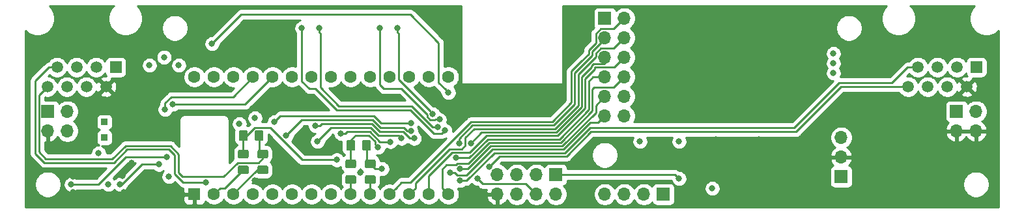
<source format=gbr>
G04 #@! TF.GenerationSoftware,KiCad,Pcbnew,(5.1.5)-3*
G04 #@! TF.CreationDate,2020-02-10T14:16:37+01:00*
G04 #@! TF.ProjectId,cmdr_mainboard,636d6472-5f6d-4616-996e-626f6172642e,rev?*
G04 #@! TF.SameCoordinates,Original*
G04 #@! TF.FileFunction,Copper,L4,Bot*
G04 #@! TF.FilePolarity,Positive*
%FSLAX46Y46*%
G04 Gerber Fmt 4.6, Leading zero omitted, Abs format (unit mm)*
G04 Created by KiCad (PCBNEW (5.1.5)-3) date 2020-02-10 14:16:37*
%MOMM*%
%LPD*%
G04 APERTURE LIST*
%ADD10C,1.500000*%
%ADD11R,1.500000X1.500000*%
%ADD12R,0.850000X0.850000*%
%ADD13C,1.600000*%
%ADD14R,1.600000X1.600000*%
%ADD15O,1.700000X1.700000*%
%ADD16R,1.700000X1.700000*%
%ADD17C,0.100000*%
%ADD18C,0.800000*%
%ADD19C,0.250000*%
%ADD20C,0.254000*%
G04 APERTURE END LIST*
D10*
X174050000Y-74930000D03*
X175320000Y-72390000D03*
X176590000Y-74930000D03*
X177860000Y-72390000D03*
X179130000Y-74930000D03*
X180400000Y-72390000D03*
X181670000Y-74930000D03*
D11*
X182940000Y-72390000D03*
D12*
X69596000Y-81534000D03*
X69596000Y-79502000D03*
D11*
X71060000Y-72390000D03*
D10*
X69790000Y-74930000D03*
X68520000Y-72390000D03*
X67250000Y-74930000D03*
X65980000Y-72390000D03*
X64710000Y-74930000D03*
X63440000Y-72390000D03*
X62170000Y-74930000D03*
D13*
X114300000Y-73660000D03*
X114300000Y-88900000D03*
X111760000Y-73660000D03*
X109220000Y-73660000D03*
X106680000Y-73660000D03*
X104140000Y-73660000D03*
X101600000Y-73660000D03*
X99060000Y-73660000D03*
X96520000Y-73660000D03*
X93980000Y-73660000D03*
X91440000Y-73660000D03*
X88900000Y-73660000D03*
X86360000Y-73660000D03*
X83820000Y-73660000D03*
X81280000Y-73660000D03*
X111760000Y-88900000D03*
X109220000Y-88900000D03*
X106680000Y-88900000D03*
X104140000Y-88900000D03*
X101600000Y-88900000D03*
X99060000Y-88900000D03*
X96520000Y-88900000D03*
X93980000Y-88900000D03*
X91440000Y-88900000D03*
X88900000Y-88900000D03*
X86360000Y-88900000D03*
X83820000Y-88900000D03*
D14*
X81280000Y-88900000D03*
D15*
X120650000Y-88900000D03*
X120650000Y-86360000D03*
X123190000Y-88900000D03*
X123190000Y-86360000D03*
X125730000Y-88900000D03*
X125730000Y-86360000D03*
X128270000Y-88900000D03*
D16*
X128270000Y-86360000D03*
D15*
X165354000Y-81534000D03*
X165354000Y-84074000D03*
D16*
X165354000Y-86614000D03*
D15*
X182880000Y-80680000D03*
X180340000Y-80680000D03*
X182880000Y-78140000D03*
D16*
X180340000Y-78140000D03*
D15*
X64770000Y-80680000D03*
X62230000Y-80680000D03*
X64770000Y-78140000D03*
D16*
X62230000Y-78140000D03*
D15*
X134620000Y-88900000D03*
X137160000Y-88900000D03*
X139700000Y-88900000D03*
D16*
X142240000Y-88900000D03*
D15*
X137160000Y-78740000D03*
X134620000Y-78740000D03*
X137160000Y-76200000D03*
X134620000Y-76200000D03*
X137160000Y-73660000D03*
X134620000Y-73660000D03*
X137160000Y-71120000D03*
X134620000Y-71120000D03*
X137160000Y-68580000D03*
X134620000Y-68580000D03*
X137160000Y-66040000D03*
D16*
X134620000Y-66040000D03*
G04 #@! TA.AperFunction,SMDPad,CuDef*
D17*
G36*
X104614505Y-86421204D02*
G01*
X104638773Y-86424804D01*
X104662572Y-86430765D01*
X104685671Y-86439030D01*
X104707850Y-86449520D01*
X104728893Y-86462132D01*
X104748599Y-86476747D01*
X104766777Y-86493223D01*
X104783253Y-86511401D01*
X104797868Y-86531107D01*
X104810480Y-86552150D01*
X104820970Y-86574329D01*
X104829235Y-86597428D01*
X104835196Y-86621227D01*
X104838796Y-86645495D01*
X104840000Y-86669999D01*
X104840000Y-87320001D01*
X104838796Y-87344505D01*
X104835196Y-87368773D01*
X104829235Y-87392572D01*
X104820970Y-87415671D01*
X104810480Y-87437850D01*
X104797868Y-87458893D01*
X104783253Y-87478599D01*
X104766777Y-87496777D01*
X104748599Y-87513253D01*
X104728893Y-87527868D01*
X104707850Y-87540480D01*
X104685671Y-87550970D01*
X104662572Y-87559235D01*
X104638773Y-87565196D01*
X104614505Y-87568796D01*
X104590001Y-87570000D01*
X103689999Y-87570000D01*
X103665495Y-87568796D01*
X103641227Y-87565196D01*
X103617428Y-87559235D01*
X103594329Y-87550970D01*
X103572150Y-87540480D01*
X103551107Y-87527868D01*
X103531401Y-87513253D01*
X103513223Y-87496777D01*
X103496747Y-87478599D01*
X103482132Y-87458893D01*
X103469520Y-87437850D01*
X103459030Y-87415671D01*
X103450765Y-87392572D01*
X103444804Y-87368773D01*
X103441204Y-87344505D01*
X103440000Y-87320001D01*
X103440000Y-86669999D01*
X103441204Y-86645495D01*
X103444804Y-86621227D01*
X103450765Y-86597428D01*
X103459030Y-86574329D01*
X103469520Y-86552150D01*
X103482132Y-86531107D01*
X103496747Y-86511401D01*
X103513223Y-86493223D01*
X103531401Y-86476747D01*
X103551107Y-86462132D01*
X103572150Y-86449520D01*
X103594329Y-86439030D01*
X103617428Y-86430765D01*
X103641227Y-86424804D01*
X103665495Y-86421204D01*
X103689999Y-86420000D01*
X104590001Y-86420000D01*
X104614505Y-86421204D01*
G37*
G04 #@! TD.AperFunction*
G04 #@! TA.AperFunction,SMDPad,CuDef*
G36*
X104614505Y-84371204D02*
G01*
X104638773Y-84374804D01*
X104662572Y-84380765D01*
X104685671Y-84389030D01*
X104707850Y-84399520D01*
X104728893Y-84412132D01*
X104748599Y-84426747D01*
X104766777Y-84443223D01*
X104783253Y-84461401D01*
X104797868Y-84481107D01*
X104810480Y-84502150D01*
X104820970Y-84524329D01*
X104829235Y-84547428D01*
X104835196Y-84571227D01*
X104838796Y-84595495D01*
X104840000Y-84619999D01*
X104840000Y-85270001D01*
X104838796Y-85294505D01*
X104835196Y-85318773D01*
X104829235Y-85342572D01*
X104820970Y-85365671D01*
X104810480Y-85387850D01*
X104797868Y-85408893D01*
X104783253Y-85428599D01*
X104766777Y-85446777D01*
X104748599Y-85463253D01*
X104728893Y-85477868D01*
X104707850Y-85490480D01*
X104685671Y-85500970D01*
X104662572Y-85509235D01*
X104638773Y-85515196D01*
X104614505Y-85518796D01*
X104590001Y-85520000D01*
X103689999Y-85520000D01*
X103665495Y-85518796D01*
X103641227Y-85515196D01*
X103617428Y-85509235D01*
X103594329Y-85500970D01*
X103572150Y-85490480D01*
X103551107Y-85477868D01*
X103531401Y-85463253D01*
X103513223Y-85446777D01*
X103496747Y-85428599D01*
X103482132Y-85408893D01*
X103469520Y-85387850D01*
X103459030Y-85365671D01*
X103450765Y-85342572D01*
X103444804Y-85318773D01*
X103441204Y-85294505D01*
X103440000Y-85270001D01*
X103440000Y-84619999D01*
X103441204Y-84595495D01*
X103444804Y-84571227D01*
X103450765Y-84547428D01*
X103459030Y-84524329D01*
X103469520Y-84502150D01*
X103482132Y-84481107D01*
X103496747Y-84461401D01*
X103513223Y-84443223D01*
X103531401Y-84426747D01*
X103551107Y-84412132D01*
X103572150Y-84399520D01*
X103594329Y-84389030D01*
X103617428Y-84380765D01*
X103641227Y-84374804D01*
X103665495Y-84371204D01*
X103689999Y-84370000D01*
X104590001Y-84370000D01*
X104614505Y-84371204D01*
G37*
G04 #@! TD.AperFunction*
G04 #@! TA.AperFunction,SMDPad,CuDef*
G36*
X102074505Y-86421204D02*
G01*
X102098773Y-86424804D01*
X102122572Y-86430765D01*
X102145671Y-86439030D01*
X102167850Y-86449520D01*
X102188893Y-86462132D01*
X102208599Y-86476747D01*
X102226777Y-86493223D01*
X102243253Y-86511401D01*
X102257868Y-86531107D01*
X102270480Y-86552150D01*
X102280970Y-86574329D01*
X102289235Y-86597428D01*
X102295196Y-86621227D01*
X102298796Y-86645495D01*
X102300000Y-86669999D01*
X102300000Y-87320001D01*
X102298796Y-87344505D01*
X102295196Y-87368773D01*
X102289235Y-87392572D01*
X102280970Y-87415671D01*
X102270480Y-87437850D01*
X102257868Y-87458893D01*
X102243253Y-87478599D01*
X102226777Y-87496777D01*
X102208599Y-87513253D01*
X102188893Y-87527868D01*
X102167850Y-87540480D01*
X102145671Y-87550970D01*
X102122572Y-87559235D01*
X102098773Y-87565196D01*
X102074505Y-87568796D01*
X102050001Y-87570000D01*
X101149999Y-87570000D01*
X101125495Y-87568796D01*
X101101227Y-87565196D01*
X101077428Y-87559235D01*
X101054329Y-87550970D01*
X101032150Y-87540480D01*
X101011107Y-87527868D01*
X100991401Y-87513253D01*
X100973223Y-87496777D01*
X100956747Y-87478599D01*
X100942132Y-87458893D01*
X100929520Y-87437850D01*
X100919030Y-87415671D01*
X100910765Y-87392572D01*
X100904804Y-87368773D01*
X100901204Y-87344505D01*
X100900000Y-87320001D01*
X100900000Y-86669999D01*
X100901204Y-86645495D01*
X100904804Y-86621227D01*
X100910765Y-86597428D01*
X100919030Y-86574329D01*
X100929520Y-86552150D01*
X100942132Y-86531107D01*
X100956747Y-86511401D01*
X100973223Y-86493223D01*
X100991401Y-86476747D01*
X101011107Y-86462132D01*
X101032150Y-86449520D01*
X101054329Y-86439030D01*
X101077428Y-86430765D01*
X101101227Y-86424804D01*
X101125495Y-86421204D01*
X101149999Y-86420000D01*
X102050001Y-86420000D01*
X102074505Y-86421204D01*
G37*
G04 #@! TD.AperFunction*
G04 #@! TA.AperFunction,SMDPad,CuDef*
G36*
X102074505Y-84371204D02*
G01*
X102098773Y-84374804D01*
X102122572Y-84380765D01*
X102145671Y-84389030D01*
X102167850Y-84399520D01*
X102188893Y-84412132D01*
X102208599Y-84426747D01*
X102226777Y-84443223D01*
X102243253Y-84461401D01*
X102257868Y-84481107D01*
X102270480Y-84502150D01*
X102280970Y-84524329D01*
X102289235Y-84547428D01*
X102295196Y-84571227D01*
X102298796Y-84595495D01*
X102300000Y-84619999D01*
X102300000Y-85270001D01*
X102298796Y-85294505D01*
X102295196Y-85318773D01*
X102289235Y-85342572D01*
X102280970Y-85365671D01*
X102270480Y-85387850D01*
X102257868Y-85408893D01*
X102243253Y-85428599D01*
X102226777Y-85446777D01*
X102208599Y-85463253D01*
X102188893Y-85477868D01*
X102167850Y-85490480D01*
X102145671Y-85500970D01*
X102122572Y-85509235D01*
X102098773Y-85515196D01*
X102074505Y-85518796D01*
X102050001Y-85520000D01*
X101149999Y-85520000D01*
X101125495Y-85518796D01*
X101101227Y-85515196D01*
X101077428Y-85509235D01*
X101054329Y-85500970D01*
X101032150Y-85490480D01*
X101011107Y-85477868D01*
X100991401Y-85463253D01*
X100973223Y-85446777D01*
X100956747Y-85428599D01*
X100942132Y-85408893D01*
X100929520Y-85387850D01*
X100919030Y-85365671D01*
X100910765Y-85342572D01*
X100904804Y-85318773D01*
X100901204Y-85294505D01*
X100900000Y-85270001D01*
X100900000Y-84619999D01*
X100901204Y-84595495D01*
X100904804Y-84571227D01*
X100910765Y-84547428D01*
X100919030Y-84524329D01*
X100929520Y-84502150D01*
X100942132Y-84481107D01*
X100956747Y-84461401D01*
X100973223Y-84443223D01*
X100991401Y-84426747D01*
X101011107Y-84412132D01*
X101032150Y-84399520D01*
X101054329Y-84389030D01*
X101077428Y-84380765D01*
X101101227Y-84374804D01*
X101125495Y-84371204D01*
X101149999Y-84370000D01*
X102050001Y-84370000D01*
X102074505Y-84371204D01*
G37*
G04 #@! TD.AperFunction*
G04 #@! TA.AperFunction,SMDPad,CuDef*
G36*
X90644505Y-85151204D02*
G01*
X90668773Y-85154804D01*
X90692572Y-85160765D01*
X90715671Y-85169030D01*
X90737850Y-85179520D01*
X90758893Y-85192132D01*
X90778599Y-85206747D01*
X90796777Y-85223223D01*
X90813253Y-85241401D01*
X90827868Y-85261107D01*
X90840480Y-85282150D01*
X90850970Y-85304329D01*
X90859235Y-85327428D01*
X90865196Y-85351227D01*
X90868796Y-85375495D01*
X90870000Y-85399999D01*
X90870000Y-86050001D01*
X90868796Y-86074505D01*
X90865196Y-86098773D01*
X90859235Y-86122572D01*
X90850970Y-86145671D01*
X90840480Y-86167850D01*
X90827868Y-86188893D01*
X90813253Y-86208599D01*
X90796777Y-86226777D01*
X90778599Y-86243253D01*
X90758893Y-86257868D01*
X90737850Y-86270480D01*
X90715671Y-86280970D01*
X90692572Y-86289235D01*
X90668773Y-86295196D01*
X90644505Y-86298796D01*
X90620001Y-86300000D01*
X89719999Y-86300000D01*
X89695495Y-86298796D01*
X89671227Y-86295196D01*
X89647428Y-86289235D01*
X89624329Y-86280970D01*
X89602150Y-86270480D01*
X89581107Y-86257868D01*
X89561401Y-86243253D01*
X89543223Y-86226777D01*
X89526747Y-86208599D01*
X89512132Y-86188893D01*
X89499520Y-86167850D01*
X89489030Y-86145671D01*
X89480765Y-86122572D01*
X89474804Y-86098773D01*
X89471204Y-86074505D01*
X89470000Y-86050001D01*
X89470000Y-85399999D01*
X89471204Y-85375495D01*
X89474804Y-85351227D01*
X89480765Y-85327428D01*
X89489030Y-85304329D01*
X89499520Y-85282150D01*
X89512132Y-85261107D01*
X89526747Y-85241401D01*
X89543223Y-85223223D01*
X89561401Y-85206747D01*
X89581107Y-85192132D01*
X89602150Y-85179520D01*
X89624329Y-85169030D01*
X89647428Y-85160765D01*
X89671227Y-85154804D01*
X89695495Y-85151204D01*
X89719999Y-85150000D01*
X90620001Y-85150000D01*
X90644505Y-85151204D01*
G37*
G04 #@! TD.AperFunction*
G04 #@! TA.AperFunction,SMDPad,CuDef*
G36*
X90644505Y-83101204D02*
G01*
X90668773Y-83104804D01*
X90692572Y-83110765D01*
X90715671Y-83119030D01*
X90737850Y-83129520D01*
X90758893Y-83142132D01*
X90778599Y-83156747D01*
X90796777Y-83173223D01*
X90813253Y-83191401D01*
X90827868Y-83211107D01*
X90840480Y-83232150D01*
X90850970Y-83254329D01*
X90859235Y-83277428D01*
X90865196Y-83301227D01*
X90868796Y-83325495D01*
X90870000Y-83349999D01*
X90870000Y-84000001D01*
X90868796Y-84024505D01*
X90865196Y-84048773D01*
X90859235Y-84072572D01*
X90850970Y-84095671D01*
X90840480Y-84117850D01*
X90827868Y-84138893D01*
X90813253Y-84158599D01*
X90796777Y-84176777D01*
X90778599Y-84193253D01*
X90758893Y-84207868D01*
X90737850Y-84220480D01*
X90715671Y-84230970D01*
X90692572Y-84239235D01*
X90668773Y-84245196D01*
X90644505Y-84248796D01*
X90620001Y-84250000D01*
X89719999Y-84250000D01*
X89695495Y-84248796D01*
X89671227Y-84245196D01*
X89647428Y-84239235D01*
X89624329Y-84230970D01*
X89602150Y-84220480D01*
X89581107Y-84207868D01*
X89561401Y-84193253D01*
X89543223Y-84176777D01*
X89526747Y-84158599D01*
X89512132Y-84138893D01*
X89499520Y-84117850D01*
X89489030Y-84095671D01*
X89480765Y-84072572D01*
X89474804Y-84048773D01*
X89471204Y-84024505D01*
X89470000Y-84000001D01*
X89470000Y-83349999D01*
X89471204Y-83325495D01*
X89474804Y-83301227D01*
X89480765Y-83277428D01*
X89489030Y-83254329D01*
X89499520Y-83232150D01*
X89512132Y-83211107D01*
X89526747Y-83191401D01*
X89543223Y-83173223D01*
X89561401Y-83156747D01*
X89581107Y-83142132D01*
X89602150Y-83129520D01*
X89624329Y-83119030D01*
X89647428Y-83110765D01*
X89671227Y-83104804D01*
X89695495Y-83101204D01*
X89719999Y-83100000D01*
X90620001Y-83100000D01*
X90644505Y-83101204D01*
G37*
G04 #@! TD.AperFunction*
G04 #@! TA.AperFunction,SMDPad,CuDef*
G36*
X88104505Y-85151204D02*
G01*
X88128773Y-85154804D01*
X88152572Y-85160765D01*
X88175671Y-85169030D01*
X88197850Y-85179520D01*
X88218893Y-85192132D01*
X88238599Y-85206747D01*
X88256777Y-85223223D01*
X88273253Y-85241401D01*
X88287868Y-85261107D01*
X88300480Y-85282150D01*
X88310970Y-85304329D01*
X88319235Y-85327428D01*
X88325196Y-85351227D01*
X88328796Y-85375495D01*
X88330000Y-85399999D01*
X88330000Y-86050001D01*
X88328796Y-86074505D01*
X88325196Y-86098773D01*
X88319235Y-86122572D01*
X88310970Y-86145671D01*
X88300480Y-86167850D01*
X88287868Y-86188893D01*
X88273253Y-86208599D01*
X88256777Y-86226777D01*
X88238599Y-86243253D01*
X88218893Y-86257868D01*
X88197850Y-86270480D01*
X88175671Y-86280970D01*
X88152572Y-86289235D01*
X88128773Y-86295196D01*
X88104505Y-86298796D01*
X88080001Y-86300000D01*
X87179999Y-86300000D01*
X87155495Y-86298796D01*
X87131227Y-86295196D01*
X87107428Y-86289235D01*
X87084329Y-86280970D01*
X87062150Y-86270480D01*
X87041107Y-86257868D01*
X87021401Y-86243253D01*
X87003223Y-86226777D01*
X86986747Y-86208599D01*
X86972132Y-86188893D01*
X86959520Y-86167850D01*
X86949030Y-86145671D01*
X86940765Y-86122572D01*
X86934804Y-86098773D01*
X86931204Y-86074505D01*
X86930000Y-86050001D01*
X86930000Y-85399999D01*
X86931204Y-85375495D01*
X86934804Y-85351227D01*
X86940765Y-85327428D01*
X86949030Y-85304329D01*
X86959520Y-85282150D01*
X86972132Y-85261107D01*
X86986747Y-85241401D01*
X87003223Y-85223223D01*
X87021401Y-85206747D01*
X87041107Y-85192132D01*
X87062150Y-85179520D01*
X87084329Y-85169030D01*
X87107428Y-85160765D01*
X87131227Y-85154804D01*
X87155495Y-85151204D01*
X87179999Y-85150000D01*
X88080001Y-85150000D01*
X88104505Y-85151204D01*
G37*
G04 #@! TD.AperFunction*
G04 #@! TA.AperFunction,SMDPad,CuDef*
G36*
X88104505Y-83101204D02*
G01*
X88128773Y-83104804D01*
X88152572Y-83110765D01*
X88175671Y-83119030D01*
X88197850Y-83129520D01*
X88218893Y-83142132D01*
X88238599Y-83156747D01*
X88256777Y-83173223D01*
X88273253Y-83191401D01*
X88287868Y-83211107D01*
X88300480Y-83232150D01*
X88310970Y-83254329D01*
X88319235Y-83277428D01*
X88325196Y-83301227D01*
X88328796Y-83325495D01*
X88330000Y-83349999D01*
X88330000Y-84000001D01*
X88328796Y-84024505D01*
X88325196Y-84048773D01*
X88319235Y-84072572D01*
X88310970Y-84095671D01*
X88300480Y-84117850D01*
X88287868Y-84138893D01*
X88273253Y-84158599D01*
X88256777Y-84176777D01*
X88238599Y-84193253D01*
X88218893Y-84207868D01*
X88197850Y-84220480D01*
X88175671Y-84230970D01*
X88152572Y-84239235D01*
X88128773Y-84245196D01*
X88104505Y-84248796D01*
X88080001Y-84250000D01*
X87179999Y-84250000D01*
X87155495Y-84248796D01*
X87131227Y-84245196D01*
X87107428Y-84239235D01*
X87084329Y-84230970D01*
X87062150Y-84220480D01*
X87041107Y-84207868D01*
X87021401Y-84193253D01*
X87003223Y-84176777D01*
X86986747Y-84158599D01*
X86972132Y-84138893D01*
X86959520Y-84117850D01*
X86949030Y-84095671D01*
X86940765Y-84072572D01*
X86934804Y-84048773D01*
X86931204Y-84024505D01*
X86930000Y-84000001D01*
X86930000Y-83349999D01*
X86931204Y-83325495D01*
X86934804Y-83301227D01*
X86940765Y-83277428D01*
X86949030Y-83254329D01*
X86959520Y-83232150D01*
X86972132Y-83211107D01*
X86986747Y-83191401D01*
X87003223Y-83173223D01*
X87021401Y-83156747D01*
X87041107Y-83142132D01*
X87062150Y-83129520D01*
X87084329Y-83119030D01*
X87107428Y-83110765D01*
X87131227Y-83104804D01*
X87155495Y-83101204D01*
X87179999Y-83100000D01*
X88080001Y-83100000D01*
X88104505Y-83101204D01*
G37*
G04 #@! TD.AperFunction*
G04 #@! TA.AperFunction,SMDPad,CuDef*
G36*
X87979505Y-80581204D02*
G01*
X88003773Y-80584804D01*
X88027572Y-80590765D01*
X88050671Y-80599030D01*
X88072850Y-80609520D01*
X88093893Y-80622132D01*
X88113599Y-80636747D01*
X88131777Y-80653223D01*
X88148253Y-80671401D01*
X88162868Y-80691107D01*
X88175480Y-80712150D01*
X88185970Y-80734329D01*
X88194235Y-80757428D01*
X88200196Y-80781227D01*
X88203796Y-80805495D01*
X88205000Y-80829999D01*
X88205000Y-81730001D01*
X88203796Y-81754505D01*
X88200196Y-81778773D01*
X88194235Y-81802572D01*
X88185970Y-81825671D01*
X88175480Y-81847850D01*
X88162868Y-81868893D01*
X88148253Y-81888599D01*
X88131777Y-81906777D01*
X88113599Y-81923253D01*
X88093893Y-81937868D01*
X88072850Y-81950480D01*
X88050671Y-81960970D01*
X88027572Y-81969235D01*
X88003773Y-81975196D01*
X87979505Y-81978796D01*
X87955001Y-81980000D01*
X87304999Y-81980000D01*
X87280495Y-81978796D01*
X87256227Y-81975196D01*
X87232428Y-81969235D01*
X87209329Y-81960970D01*
X87187150Y-81950480D01*
X87166107Y-81937868D01*
X87146401Y-81923253D01*
X87128223Y-81906777D01*
X87111747Y-81888599D01*
X87097132Y-81868893D01*
X87084520Y-81847850D01*
X87074030Y-81825671D01*
X87065765Y-81802572D01*
X87059804Y-81778773D01*
X87056204Y-81754505D01*
X87055000Y-81730001D01*
X87055000Y-80829999D01*
X87056204Y-80805495D01*
X87059804Y-80781227D01*
X87065765Y-80757428D01*
X87074030Y-80734329D01*
X87084520Y-80712150D01*
X87097132Y-80691107D01*
X87111747Y-80671401D01*
X87128223Y-80653223D01*
X87146401Y-80636747D01*
X87166107Y-80622132D01*
X87187150Y-80609520D01*
X87209329Y-80599030D01*
X87232428Y-80590765D01*
X87256227Y-80584804D01*
X87280495Y-80581204D01*
X87304999Y-80580000D01*
X87955001Y-80580000D01*
X87979505Y-80581204D01*
G37*
G04 #@! TD.AperFunction*
G04 #@! TA.AperFunction,SMDPad,CuDef*
G36*
X90029505Y-80581204D02*
G01*
X90053773Y-80584804D01*
X90077572Y-80590765D01*
X90100671Y-80599030D01*
X90122850Y-80609520D01*
X90143893Y-80622132D01*
X90163599Y-80636747D01*
X90181777Y-80653223D01*
X90198253Y-80671401D01*
X90212868Y-80691107D01*
X90225480Y-80712150D01*
X90235970Y-80734329D01*
X90244235Y-80757428D01*
X90250196Y-80781227D01*
X90253796Y-80805495D01*
X90255000Y-80829999D01*
X90255000Y-81730001D01*
X90253796Y-81754505D01*
X90250196Y-81778773D01*
X90244235Y-81802572D01*
X90235970Y-81825671D01*
X90225480Y-81847850D01*
X90212868Y-81868893D01*
X90198253Y-81888599D01*
X90181777Y-81906777D01*
X90163599Y-81923253D01*
X90143893Y-81937868D01*
X90122850Y-81950480D01*
X90100671Y-81960970D01*
X90077572Y-81969235D01*
X90053773Y-81975196D01*
X90029505Y-81978796D01*
X90005001Y-81980000D01*
X89354999Y-81980000D01*
X89330495Y-81978796D01*
X89306227Y-81975196D01*
X89282428Y-81969235D01*
X89259329Y-81960970D01*
X89237150Y-81950480D01*
X89216107Y-81937868D01*
X89196401Y-81923253D01*
X89178223Y-81906777D01*
X89161747Y-81888599D01*
X89147132Y-81868893D01*
X89134520Y-81847850D01*
X89124030Y-81825671D01*
X89115765Y-81802572D01*
X89109804Y-81778773D01*
X89106204Y-81754505D01*
X89105000Y-81730001D01*
X89105000Y-80829999D01*
X89106204Y-80805495D01*
X89109804Y-80781227D01*
X89115765Y-80757428D01*
X89124030Y-80734329D01*
X89134520Y-80712150D01*
X89147132Y-80691107D01*
X89161747Y-80671401D01*
X89178223Y-80653223D01*
X89196401Y-80636747D01*
X89216107Y-80622132D01*
X89237150Y-80609520D01*
X89259329Y-80599030D01*
X89282428Y-80590765D01*
X89306227Y-80584804D01*
X89330495Y-80581204D01*
X89354999Y-80580000D01*
X90005001Y-80580000D01*
X90029505Y-80581204D01*
G37*
G04 #@! TD.AperFunction*
G04 #@! TA.AperFunction,SMDPad,CuDef*
G36*
X101949505Y-81851204D02*
G01*
X101973773Y-81854804D01*
X101997572Y-81860765D01*
X102020671Y-81869030D01*
X102042850Y-81879520D01*
X102063893Y-81892132D01*
X102083599Y-81906747D01*
X102101777Y-81923223D01*
X102118253Y-81941401D01*
X102132868Y-81961107D01*
X102145480Y-81982150D01*
X102155970Y-82004329D01*
X102164235Y-82027428D01*
X102170196Y-82051227D01*
X102173796Y-82075495D01*
X102175000Y-82099999D01*
X102175000Y-83000001D01*
X102173796Y-83024505D01*
X102170196Y-83048773D01*
X102164235Y-83072572D01*
X102155970Y-83095671D01*
X102145480Y-83117850D01*
X102132868Y-83138893D01*
X102118253Y-83158599D01*
X102101777Y-83176777D01*
X102083599Y-83193253D01*
X102063893Y-83207868D01*
X102042850Y-83220480D01*
X102020671Y-83230970D01*
X101997572Y-83239235D01*
X101973773Y-83245196D01*
X101949505Y-83248796D01*
X101925001Y-83250000D01*
X101274999Y-83250000D01*
X101250495Y-83248796D01*
X101226227Y-83245196D01*
X101202428Y-83239235D01*
X101179329Y-83230970D01*
X101157150Y-83220480D01*
X101136107Y-83207868D01*
X101116401Y-83193253D01*
X101098223Y-83176777D01*
X101081747Y-83158599D01*
X101067132Y-83138893D01*
X101054520Y-83117850D01*
X101044030Y-83095671D01*
X101035765Y-83072572D01*
X101029804Y-83048773D01*
X101026204Y-83024505D01*
X101025000Y-83000001D01*
X101025000Y-82099999D01*
X101026204Y-82075495D01*
X101029804Y-82051227D01*
X101035765Y-82027428D01*
X101044030Y-82004329D01*
X101054520Y-81982150D01*
X101067132Y-81961107D01*
X101081747Y-81941401D01*
X101098223Y-81923223D01*
X101116401Y-81906747D01*
X101136107Y-81892132D01*
X101157150Y-81879520D01*
X101179329Y-81869030D01*
X101202428Y-81860765D01*
X101226227Y-81854804D01*
X101250495Y-81851204D01*
X101274999Y-81850000D01*
X101925001Y-81850000D01*
X101949505Y-81851204D01*
G37*
G04 #@! TD.AperFunction*
G04 #@! TA.AperFunction,SMDPad,CuDef*
G36*
X103999505Y-81851204D02*
G01*
X104023773Y-81854804D01*
X104047572Y-81860765D01*
X104070671Y-81869030D01*
X104092850Y-81879520D01*
X104113893Y-81892132D01*
X104133599Y-81906747D01*
X104151777Y-81923223D01*
X104168253Y-81941401D01*
X104182868Y-81961107D01*
X104195480Y-81982150D01*
X104205970Y-82004329D01*
X104214235Y-82027428D01*
X104220196Y-82051227D01*
X104223796Y-82075495D01*
X104225000Y-82099999D01*
X104225000Y-83000001D01*
X104223796Y-83024505D01*
X104220196Y-83048773D01*
X104214235Y-83072572D01*
X104205970Y-83095671D01*
X104195480Y-83117850D01*
X104182868Y-83138893D01*
X104168253Y-83158599D01*
X104151777Y-83176777D01*
X104133599Y-83193253D01*
X104113893Y-83207868D01*
X104092850Y-83220480D01*
X104070671Y-83230970D01*
X104047572Y-83239235D01*
X104023773Y-83245196D01*
X103999505Y-83248796D01*
X103975001Y-83250000D01*
X103324999Y-83250000D01*
X103300495Y-83248796D01*
X103276227Y-83245196D01*
X103252428Y-83239235D01*
X103229329Y-83230970D01*
X103207150Y-83220480D01*
X103186107Y-83207868D01*
X103166401Y-83193253D01*
X103148223Y-83176777D01*
X103131747Y-83158599D01*
X103117132Y-83138893D01*
X103104520Y-83117850D01*
X103094030Y-83095671D01*
X103085765Y-83072572D01*
X103079804Y-83048773D01*
X103076204Y-83024505D01*
X103075000Y-83000001D01*
X103075000Y-82099999D01*
X103076204Y-82075495D01*
X103079804Y-82051227D01*
X103085765Y-82027428D01*
X103094030Y-82004329D01*
X103104520Y-81982150D01*
X103117132Y-81961107D01*
X103131747Y-81941401D01*
X103148223Y-81923223D01*
X103166401Y-81906747D01*
X103186107Y-81892132D01*
X103207150Y-81879520D01*
X103229329Y-81869030D01*
X103252428Y-81860765D01*
X103276227Y-81854804D01*
X103300495Y-81851204D01*
X103324999Y-81850000D01*
X103975001Y-81850000D01*
X103999505Y-81851204D01*
G37*
G04 #@! TD.AperFunction*
D18*
X105664000Y-85598000D03*
X82804000Y-87339010D03*
X83566000Y-69342000D03*
X114300000Y-75692000D03*
X99785000Y-84436999D03*
X119560001Y-85344000D03*
X115824012Y-87122000D03*
X105155994Y-82804000D03*
X71628000Y-87630000D03*
X77470000Y-77882116D03*
X76667540Y-85020390D03*
X65278000Y-87630000D03*
X78486000Y-77216004D03*
X77687010Y-84074000D03*
X72136000Y-88646000D03*
X65532000Y-88646000D03*
X65532000Y-86614000D03*
X71933841Y-86552840D03*
X92456000Y-76962000D03*
X89154000Y-87122000D03*
X95250000Y-87122000D03*
X138684000Y-83820000D03*
X144272000Y-88646000D03*
X154686000Y-88392000D03*
X162814000Y-88392000D03*
X162814000Y-80772000D03*
X154686000Y-81788000D03*
X149098000Y-81788000D03*
X172212000Y-88392000D03*
X179578000Y-88392000D03*
X179578000Y-83820000D03*
X172212000Y-83820000D03*
X172212000Y-78994000D03*
X166624000Y-76200000D03*
X91186000Y-82296000D03*
X76073000Y-77089000D03*
X60452000Y-84836000D03*
X61468000Y-70866000D03*
X108204000Y-84582000D03*
X95758000Y-81280000D03*
X102870000Y-86106000D03*
X100584000Y-76454000D03*
X73152000Y-84836000D03*
X67564000Y-80264000D03*
X170053000Y-73152000D03*
X170053004Y-71882000D03*
X170053000Y-70612002D03*
X75311000Y-75184000D03*
X75311000Y-74167996D03*
X93218000Y-81279996D03*
X117206461Y-82245109D03*
X109410463Y-80670288D03*
X91694000Y-79502000D03*
X115671663Y-82278989D03*
X109402610Y-79670307D03*
X97536000Y-67310000D03*
X112915119Y-80157392D03*
X139192000Y-82042000D03*
X144272000Y-82042000D03*
X89154000Y-78994000D03*
X105410000Y-67310000D03*
X113137442Y-79182407D03*
X107696000Y-67310000D03*
X112268000Y-78486000D03*
X118110000Y-86868000D03*
X144272000Y-86868000D03*
X95250000Y-67310000D03*
X113842732Y-80619032D03*
X97282000Y-82042000D03*
X108202713Y-81628979D03*
X115824000Y-85598002D03*
X97028000Y-80010000D03*
X115266182Y-84179011D03*
X109841109Y-81637789D03*
X106760812Y-82078990D03*
X114554000Y-86106000D03*
X100330000Y-80989010D03*
X148590000Y-88138000D03*
X87122000Y-79756000D03*
X77978000Y-86614000D03*
X70104000Y-87630000D03*
X164338000Y-71882000D03*
X68834000Y-83566000D03*
X164338000Y-73152000D03*
X164338000Y-70612000D03*
X79248000Y-72136000D03*
X75438000Y-72136000D03*
X77343000Y-71083000D03*
D19*
X89680000Y-83185000D02*
X90170000Y-83675000D01*
X89680000Y-81280000D02*
X89680000Y-83185000D01*
X61054999Y-76045001D02*
X62170000Y-74930000D01*
X61054999Y-83406999D02*
X61054999Y-76045001D01*
X61976000Y-84328000D02*
X61054999Y-83406999D01*
X85090000Y-86614000D02*
X79756000Y-86614000D01*
X90170000Y-83675000D02*
X90170000Y-84250000D01*
X86911495Y-84792505D02*
X85090000Y-86614000D01*
X89627495Y-84792505D02*
X86911495Y-84792505D01*
X90170000Y-84250000D02*
X89627495Y-84792505D01*
X79756000Y-86614000D02*
X79248000Y-86106000D01*
X79248000Y-86106000D02*
X79248000Y-83691589D01*
X79248000Y-83691589D02*
X78164400Y-82607989D01*
X72332011Y-82607989D02*
X70612000Y-84328000D01*
X78164400Y-82607989D02*
X72332011Y-82607989D01*
X70612000Y-84328000D02*
X61976000Y-84328000D01*
X103650000Y-84455000D02*
X104140000Y-84945000D01*
X103650000Y-82550000D02*
X103650000Y-84455000D01*
X104793000Y-85598000D02*
X104140000Y-84945000D01*
X105664000Y-85598000D02*
X104793000Y-85598000D01*
X70798400Y-84778011D02*
X61789600Y-84778011D01*
X62379340Y-72390000D02*
X63440000Y-72390000D01*
X60604988Y-74164352D02*
X62379340Y-72390000D01*
X72518411Y-83058000D02*
X70798400Y-84778011D01*
X60604988Y-83593399D02*
X60604988Y-74164352D01*
X61789600Y-84778011D02*
X60604988Y-83593399D01*
X82804000Y-87339010D02*
X79844599Y-87339010D01*
X79844599Y-87339010D02*
X78740000Y-86234411D01*
X78740000Y-83820000D02*
X77978000Y-83058000D01*
X78740000Y-86234411D02*
X78740000Y-83820000D01*
X77978000Y-83058000D02*
X72518411Y-83058000D01*
X113900001Y-75292001D02*
X114300000Y-75692000D01*
X109347000Y-65532000D02*
X113030000Y-69215000D01*
X87376000Y-65532000D02*
X109347000Y-65532000D01*
X83566000Y-69342000D02*
X87376000Y-65532000D01*
X113030000Y-69215000D02*
X113030000Y-74422000D01*
X113030000Y-74422000D02*
X113900001Y-75292001D01*
X87630000Y-81280000D02*
X87630000Y-83675000D01*
X95302001Y-84436999D02*
X99219315Y-84436999D01*
X87630000Y-81280000D02*
X88091810Y-81280000D01*
X89116820Y-80254990D02*
X91119992Y-80254990D01*
X88091810Y-81280000D02*
X89116820Y-80254990D01*
X91119992Y-80254990D02*
X95302001Y-84436999D01*
X99219315Y-84436999D02*
X99785000Y-84436999D01*
X120923936Y-83980065D02*
X119560001Y-85344000D01*
X165354000Y-74930000D02*
X159512000Y-80772000D01*
X129636761Y-83980065D02*
X120923936Y-83980065D01*
X172720000Y-74930000D02*
X165354000Y-74930000D01*
X159512000Y-80772000D02*
X132844825Y-80772000D01*
X132844825Y-80772000D02*
X129636761Y-83980065D01*
X172720000Y-74930000D02*
X174050000Y-74930000D01*
X101600000Y-82550000D02*
X101600000Y-84945000D01*
X101600000Y-82550000D02*
X101600000Y-81850000D01*
X104755995Y-82067805D02*
X104755995Y-82404001D01*
X104755995Y-82404001D02*
X105155994Y-82804000D01*
X103910201Y-81222011D02*
X104755995Y-82067805D01*
X102227989Y-81222011D02*
X103910201Y-81222011D01*
X101600000Y-81850000D02*
X102227989Y-81222011D01*
X173990000Y-72390000D02*
X175320000Y-72390000D01*
X165100000Y-74422000D02*
X171958000Y-74422000D01*
X116643685Y-87122000D02*
X120235631Y-83530054D01*
X159258000Y-80264000D02*
X165100000Y-74422000D01*
X129450361Y-83530054D02*
X132716414Y-80264000D01*
X171958000Y-74422000D02*
X173990000Y-72390000D01*
X120235631Y-83530054D02*
X129450361Y-83530054D01*
X115824012Y-87122000D02*
X116643685Y-87122000D01*
X132716414Y-80264000D02*
X159258000Y-80264000D01*
X88900000Y-73660000D02*
X86323002Y-76236998D01*
X86323002Y-76236998D02*
X78295433Y-76236998D01*
X77470000Y-77062431D02*
X77470000Y-77316431D01*
X78295433Y-76236998D02*
X77470000Y-77062431D01*
X77470000Y-77316431D02*
X77470000Y-77882116D01*
X71882000Y-87630000D02*
X71628000Y-87630000D01*
X76667540Y-85020390D02*
X74491610Y-85020390D01*
X74491610Y-85020390D02*
X71882000Y-87630000D01*
X87883996Y-77216004D02*
X79051685Y-77216004D01*
X79051685Y-77216004D02*
X78486000Y-77216004D01*
X91440000Y-73660000D02*
X87883996Y-77216004D01*
X68834000Y-87630000D02*
X72390000Y-84074000D01*
X72390000Y-84074000D02*
X77121325Y-84074000D01*
X65278000Y-87630000D02*
X68834000Y-87630000D01*
X77121325Y-84074000D02*
X77687010Y-84074000D01*
X133163600Y-71939990D02*
X132899990Y-72203600D01*
X134620000Y-71939990D02*
X133163600Y-71939990D01*
X128331961Y-80829989D02*
X118621581Y-80829989D01*
X132899990Y-72203600D02*
X132899990Y-72332010D01*
X131629990Y-73602010D02*
X131629990Y-77531960D01*
X131629990Y-77531960D02*
X128331961Y-80829989D01*
X134620000Y-71120000D02*
X134620000Y-71939990D01*
X132899990Y-72332010D02*
X131629990Y-73602010D01*
X118621581Y-80829989D02*
X117206461Y-82245109D01*
X108950396Y-80670288D02*
X109410463Y-80670288D01*
X95249996Y-79248000D02*
X104481834Y-79248000D01*
X104481834Y-79248000D02*
X105497834Y-80264000D01*
X108544108Y-80264000D02*
X108950396Y-80670288D01*
X93218000Y-81279996D02*
X95249996Y-79248000D01*
X105497834Y-80264000D02*
X108544108Y-80264000D01*
X135795001Y-69944999D02*
X137160000Y-68580000D01*
X134055999Y-69944999D02*
X135795001Y-69944999D01*
X132449981Y-72022841D02*
X132449981Y-72017199D01*
X131179980Y-73292840D02*
X132449981Y-72022841D01*
X132449981Y-72017199D02*
X133444999Y-71022181D01*
X131179980Y-77345561D02*
X131179980Y-73292840D01*
X109220000Y-88900000D02*
X110019999Y-88100001D01*
X116462700Y-81531714D02*
X117614436Y-80379978D01*
X110019999Y-88100001D02*
X110019999Y-87413140D01*
X133444999Y-71022181D02*
X133444999Y-70555999D01*
X110019999Y-87413140D02*
X114429140Y-83003999D01*
X133444999Y-70555999D02*
X134055999Y-69944999D01*
X114429140Y-83003999D02*
X115878001Y-83003999D01*
X115878001Y-83003999D02*
X115878010Y-83003990D01*
X115878010Y-83003990D02*
X116019664Y-83003990D01*
X116019664Y-83003990D02*
X116462700Y-82560954D01*
X117614436Y-80379978D02*
X128145564Y-80379978D01*
X128145564Y-80379978D02*
X131179980Y-77345561D01*
X116462700Y-82560954D02*
X116462700Y-81531714D01*
X117428036Y-79929967D02*
X115671663Y-81686340D01*
X127959164Y-79929967D02*
X117428036Y-79929967D01*
X115671663Y-81686340D02*
X115671663Y-81713304D01*
X130729970Y-73106440D02*
X130729970Y-77159161D01*
X134620000Y-68744588D02*
X132994989Y-70369599D01*
X132994989Y-70835781D02*
X131999971Y-71830799D01*
X131999971Y-71836442D02*
X130729970Y-73106440D01*
X130729970Y-77159161D02*
X127959164Y-79929967D01*
X132994989Y-70369599D02*
X132994989Y-70835781D01*
X115671663Y-81713304D02*
X115671663Y-82278989D01*
X131999971Y-71830799D02*
X131999971Y-71836442D01*
X134620000Y-68580000D02*
X134620000Y-68744588D01*
X105540551Y-79670307D02*
X109402610Y-79670307D01*
X91694000Y-79502000D02*
X92456000Y-78740000D01*
X104610244Y-78740000D02*
X105540551Y-79670307D01*
X92456000Y-78740000D02*
X104610244Y-78740000D01*
X107479999Y-88100001D02*
X106680000Y-88900000D01*
X108204000Y-87376000D02*
X107479999Y-88100001D01*
X109345592Y-87376000D02*
X108204000Y-87376000D01*
X117241636Y-79479956D02*
X109345592Y-87376000D01*
X133444999Y-69283179D02*
X132544978Y-70183199D01*
X134055999Y-67404999D02*
X133444999Y-68015999D01*
X131549960Y-71650042D02*
X130279959Y-72920040D01*
X133444999Y-68015999D02*
X133444999Y-69283179D01*
X132544978Y-70183199D02*
X132544978Y-70649382D01*
X137160000Y-66040000D02*
X135795001Y-67404999D01*
X135795001Y-67404999D02*
X134055999Y-67404999D01*
X132544978Y-70649382D02*
X131549960Y-71644399D01*
X131549960Y-71644399D02*
X131549960Y-71650042D01*
X130279959Y-72920040D02*
X130279959Y-76972761D01*
X127772764Y-79479956D02*
X117241636Y-79479956D01*
X130279959Y-76972761D02*
X127772764Y-79479956D01*
X97536000Y-67310000D02*
X97536000Y-67875685D01*
X97536000Y-67875685D02*
X97645001Y-67984686D01*
X97645001Y-75039001D02*
X100076000Y-77470000D01*
X100076000Y-77470000D02*
X109542587Y-77470000D01*
X109542587Y-77470000D02*
X112229979Y-80157392D01*
X112349434Y-80157392D02*
X112915119Y-80157392D01*
X97645001Y-67984686D02*
X97645001Y-75039001D01*
X112229979Y-80157392D02*
X112349434Y-80157392D01*
X112543163Y-79211001D02*
X112571757Y-79182407D01*
X105918000Y-75184000D02*
X108204000Y-75184000D01*
X112571757Y-79182407D02*
X113137442Y-79182407D01*
X105410000Y-74676000D02*
X105918000Y-75184000D01*
X108204000Y-75184000D02*
X111542999Y-78522999D01*
X111542999Y-78834001D02*
X111919999Y-79211001D01*
X111919999Y-79211001D02*
X112543163Y-79211001D01*
X105410000Y-67310000D02*
X105410000Y-74676000D01*
X111542999Y-78522999D02*
X111542999Y-78834001D01*
X107696000Y-67310000D02*
X107696000Y-67875685D01*
X111868001Y-78086001D02*
X112268000Y-78486000D01*
X107805001Y-74023001D02*
X111868001Y-78086001D01*
X107805001Y-67984686D02*
X107805001Y-74023001D01*
X107696000Y-67875685D02*
X107805001Y-67984686D01*
X87630000Y-85725000D02*
X85254999Y-88100001D01*
X85254999Y-88100001D02*
X84619999Y-88100001D01*
X84619999Y-88100001D02*
X83820000Y-88900000D01*
X86360000Y-88835000D02*
X86360000Y-88900000D01*
X89470000Y-85725000D02*
X86360000Y-88835000D01*
X90170000Y-85725000D02*
X89470000Y-85725000D01*
X124880001Y-88050001D02*
X125730000Y-88900000D01*
X124365001Y-87535001D02*
X124880001Y-88050001D01*
X118777001Y-87535001D02*
X124365001Y-87535001D01*
X118110000Y-86868000D02*
X118777001Y-87535001D01*
X143764000Y-86360000D02*
X128270000Y-86360000D01*
X144272000Y-86868000D02*
X143764000Y-86360000D01*
X113442733Y-81019031D02*
X113842732Y-80619032D01*
X109342767Y-77978000D02*
X112383798Y-81019031D01*
X95250000Y-74238501D02*
X96195499Y-75184000D01*
X95250000Y-67310000D02*
X95250000Y-74238501D01*
X96195499Y-75184000D02*
X97028000Y-75184000D01*
X97028000Y-75184000D02*
X99822000Y-77978000D01*
X112383798Y-81019031D02*
X113442733Y-81019031D01*
X99822000Y-77978000D02*
X109342767Y-77978000D01*
X105241012Y-81280000D02*
X107853734Y-81280000D01*
X104225012Y-80264000D02*
X105241012Y-81280000D01*
X107853734Y-81280000D02*
X108202713Y-81628979D01*
X97282000Y-82042000D02*
X99060000Y-80264000D01*
X99060000Y-80264000D02*
X104225012Y-80264000D01*
X116835805Y-85598002D02*
X116389685Y-85598002D01*
X116389685Y-85598002D02*
X115824000Y-85598002D01*
X133445000Y-77375000D02*
X133445000Y-78262592D01*
X134620000Y-76200000D02*
X133445000Y-77375000D01*
X119803775Y-82630032D02*
X116835805Y-85598002D01*
X129077561Y-82630032D02*
X119803775Y-82630032D01*
X133445000Y-78262592D02*
X129077561Y-82630032D01*
X113500001Y-85635999D02*
X113500001Y-88100001D01*
X132994989Y-78076192D02*
X128891161Y-82180021D01*
X115258996Y-85090000D02*
X114046000Y-85090000D01*
X113500001Y-88100001D02*
X114300000Y-88900000D01*
X133255001Y-75024999D02*
X132994989Y-75285011D01*
X132994989Y-75285011D02*
X132994989Y-78076192D01*
X137160000Y-73660000D02*
X135795001Y-75024999D01*
X135795001Y-75024999D02*
X133255001Y-75024999D01*
X128891161Y-82180021D02*
X119617375Y-82180021D01*
X119617375Y-82180021D02*
X116924398Y-84872998D01*
X115475998Y-84872998D02*
X115258996Y-85090000D01*
X114046000Y-85090000D02*
X113500001Y-85635999D01*
X116924398Y-84872998D02*
X115475998Y-84872998D01*
X132544978Y-77889792D02*
X128704761Y-81730010D01*
X115831867Y-84179011D02*
X115266182Y-84179011D01*
X116981974Y-84179011D02*
X115831867Y-84179011D01*
X128704761Y-81730010D02*
X119430975Y-81730010D01*
X132544978Y-74211022D02*
X132544978Y-77889792D01*
X133096000Y-73660000D02*
X132544978Y-74211022D01*
X134620000Y-73660000D02*
X133096000Y-73660000D01*
X119430975Y-81730010D02*
X116981974Y-84179011D01*
X108409635Y-80772000D02*
X109275424Y-81637789D01*
X109275424Y-81637789D02*
X109841109Y-81637789D01*
X105369423Y-80772000D02*
X108409635Y-80772000D01*
X97847685Y-79756000D02*
X104353423Y-79756000D01*
X104353423Y-79756000D02*
X105369423Y-80772000D01*
X97593685Y-80010000D02*
X97847685Y-79756000D01*
X97028000Y-80010000D02*
X97593685Y-80010000D01*
X137160000Y-71120000D02*
X135890000Y-72390000D01*
X135890000Y-72390000D02*
X133350000Y-72390000D01*
X133350000Y-72390000D02*
X135089002Y-72390000D01*
X135089002Y-72390000D02*
X134150998Y-72390000D01*
X134150998Y-72390000D02*
X133350000Y-72390000D01*
X111760000Y-87768630D02*
X111760000Y-88900000D01*
X119244575Y-81279999D02*
X117070564Y-83454010D01*
X133350000Y-72644000D02*
X132080001Y-73913999D01*
X111760000Y-86486095D02*
X111760000Y-87768630D01*
X132080001Y-73913999D02*
X132080001Y-77718359D01*
X117070564Y-83454010D02*
X114792085Y-83454010D01*
X132080001Y-77718359D02*
X128518361Y-81279999D01*
X114792085Y-83454010D02*
X111760000Y-86486095D01*
X133350000Y-72390000D02*
X133350000Y-72644000D01*
X128518361Y-81279999D02*
X119244575Y-81279999D01*
X101600000Y-86995000D02*
X101600000Y-88900000D01*
X104140000Y-86995000D02*
X104140000Y-88900000D01*
X106760812Y-82078990D02*
X105403591Y-82078990D01*
X101112695Y-80772000D02*
X100895685Y-80989010D01*
X104096601Y-80772000D02*
X101112695Y-80772000D01*
X105403591Y-82078990D02*
X104096601Y-80772000D01*
X100895685Y-80989010D02*
X100330000Y-80989010D01*
X115410683Y-86396998D02*
X115119685Y-86106000D01*
X116673220Y-86396998D02*
X115410683Y-86396998D01*
X115119685Y-86106000D02*
X114554000Y-86106000D01*
X134620000Y-78740000D02*
X133770001Y-79589999D01*
X132754005Y-79589999D02*
X129263961Y-83080043D01*
X133770001Y-79589999D02*
X132754005Y-79589999D01*
X119990175Y-83080043D02*
X116673220Y-86396998D01*
X129263961Y-83080043D02*
X119990175Y-83080043D01*
D20*
G36*
X70593962Y-64615271D02*
G01*
X70349369Y-64981331D01*
X70180890Y-65388075D01*
X70095000Y-65819872D01*
X70095000Y-66260128D01*
X70180890Y-66691925D01*
X70349369Y-67098669D01*
X70593962Y-67464729D01*
X70905271Y-67776038D01*
X71271331Y-68020631D01*
X71678075Y-68189110D01*
X72109872Y-68275000D01*
X72550128Y-68275000D01*
X72981925Y-68189110D01*
X73388669Y-68020631D01*
X73754729Y-67776038D01*
X74066038Y-67464729D01*
X74283604Y-67139117D01*
X77005000Y-67139117D01*
X77005000Y-67480883D01*
X77071675Y-67816081D01*
X77202463Y-68131831D01*
X77392337Y-68415998D01*
X77634002Y-68657663D01*
X77918169Y-68847537D01*
X78233919Y-68978325D01*
X78569117Y-69045000D01*
X78910883Y-69045000D01*
X79246081Y-68978325D01*
X79561831Y-68847537D01*
X79845998Y-68657663D01*
X80087663Y-68415998D01*
X80277537Y-68131831D01*
X80408325Y-67816081D01*
X80475000Y-67480883D01*
X80475000Y-67139117D01*
X80408325Y-66803919D01*
X80277537Y-66488169D01*
X80087663Y-66204002D01*
X79845998Y-65962337D01*
X79561831Y-65772463D01*
X79246081Y-65641675D01*
X78910883Y-65575000D01*
X78569117Y-65575000D01*
X78233919Y-65641675D01*
X77918169Y-65772463D01*
X77634002Y-65962337D01*
X77392337Y-66204002D01*
X77202463Y-66488169D01*
X77071675Y-66803919D01*
X77005000Y-67139117D01*
X74283604Y-67139117D01*
X74310631Y-67098669D01*
X74479110Y-66691925D01*
X74565000Y-66260128D01*
X74565000Y-65819872D01*
X74479110Y-65388075D01*
X74310631Y-64981331D01*
X74066038Y-64615271D01*
X73839767Y-64389000D01*
X115951000Y-64389000D01*
X115951000Y-74422000D01*
X115953440Y-74446776D01*
X115960667Y-74470601D01*
X115972403Y-74492557D01*
X115988197Y-74511803D01*
X116007443Y-74527597D01*
X116029399Y-74539333D01*
X116053224Y-74546560D01*
X116078000Y-74549000D01*
X129032000Y-74549000D01*
X129056776Y-74546560D01*
X129080601Y-74539333D01*
X129102557Y-74527597D01*
X129121803Y-74511803D01*
X129137597Y-74492557D01*
X129149333Y-74470601D01*
X129156560Y-74446776D01*
X129159000Y-74422000D01*
X129159000Y-64389000D01*
X171270233Y-64389000D01*
X171043962Y-64615271D01*
X170799369Y-64981331D01*
X170630890Y-65388075D01*
X170545000Y-65819872D01*
X170545000Y-66260128D01*
X170630890Y-66691925D01*
X170799369Y-67098669D01*
X171043962Y-67464729D01*
X171355271Y-67776038D01*
X171721331Y-68020631D01*
X172128075Y-68189110D01*
X172559872Y-68275000D01*
X173000128Y-68275000D01*
X173431925Y-68189110D01*
X173838669Y-68020631D01*
X174204729Y-67776038D01*
X174516038Y-67464729D01*
X174760631Y-67098669D01*
X174929110Y-66691925D01*
X175015000Y-66260128D01*
X175015000Y-65819872D01*
X174929110Y-65388075D01*
X174760631Y-64981331D01*
X174516038Y-64615271D01*
X174289767Y-64389000D01*
X182700233Y-64389000D01*
X182473962Y-64615271D01*
X182229369Y-64981331D01*
X182060890Y-65388075D01*
X181975000Y-65819872D01*
X181975000Y-66260128D01*
X182060890Y-66691925D01*
X182229369Y-67098669D01*
X182473962Y-67464729D01*
X182785271Y-67776038D01*
X183151331Y-68020631D01*
X183558075Y-68189110D01*
X183989872Y-68275000D01*
X184430128Y-68275000D01*
X184861925Y-68189110D01*
X185268669Y-68020631D01*
X185634729Y-67776038D01*
X185801000Y-67609767D01*
X185801000Y-90551000D01*
X59309000Y-90551000D01*
X59309000Y-89700000D01*
X79841928Y-89700000D01*
X79854188Y-89824482D01*
X79890498Y-89944180D01*
X79949463Y-90054494D01*
X80028815Y-90151185D01*
X80125506Y-90230537D01*
X80235820Y-90289502D01*
X80355518Y-90325812D01*
X80480000Y-90338072D01*
X80994250Y-90335000D01*
X81153000Y-90176250D01*
X81153000Y-89027000D01*
X80003750Y-89027000D01*
X79845000Y-89185750D01*
X79841928Y-89700000D01*
X59309000Y-89700000D01*
X59309000Y-87459117D01*
X60495000Y-87459117D01*
X60495000Y-87800883D01*
X60561675Y-88136081D01*
X60692463Y-88451831D01*
X60882337Y-88735998D01*
X61124002Y-88977663D01*
X61408169Y-89167537D01*
X61723919Y-89298325D01*
X62059117Y-89365000D01*
X62400883Y-89365000D01*
X62736081Y-89298325D01*
X63051831Y-89167537D01*
X63335998Y-88977663D01*
X63577663Y-88735998D01*
X63767537Y-88451831D01*
X63898325Y-88136081D01*
X63965000Y-87800883D01*
X63965000Y-87459117D01*
X63898325Y-87123919D01*
X63767537Y-86808169D01*
X63577663Y-86524002D01*
X63335998Y-86282337D01*
X63051831Y-86092463D01*
X62736081Y-85961675D01*
X62400883Y-85895000D01*
X62059117Y-85895000D01*
X61723919Y-85961675D01*
X61408169Y-86092463D01*
X61124002Y-86282337D01*
X60882337Y-86524002D01*
X60692463Y-86808169D01*
X60561675Y-87123919D01*
X60495000Y-87459117D01*
X59309000Y-87459117D01*
X59309000Y-74164352D01*
X59841312Y-74164352D01*
X59844989Y-74201684D01*
X59844988Y-83556077D01*
X59841312Y-83593399D01*
X59844988Y-83630721D01*
X59844988Y-83630731D01*
X59855985Y-83742384D01*
X59886724Y-83843719D01*
X59899442Y-83885645D01*
X59970014Y-84017675D01*
X59989955Y-84041973D01*
X60064987Y-84133400D01*
X60093991Y-84157203D01*
X61225801Y-85289014D01*
X61249599Y-85318012D01*
X61365324Y-85412985D01*
X61497353Y-85483557D01*
X61640614Y-85527014D01*
X61752267Y-85538011D01*
X61752276Y-85538011D01*
X61789599Y-85541687D01*
X61826922Y-85538011D01*
X69851187Y-85538011D01*
X68519199Y-86870000D01*
X65981711Y-86870000D01*
X65937774Y-86826063D01*
X65768256Y-86712795D01*
X65579898Y-86634774D01*
X65379939Y-86595000D01*
X65176061Y-86595000D01*
X64976102Y-86634774D01*
X64787744Y-86712795D01*
X64618226Y-86826063D01*
X64474063Y-86970226D01*
X64360795Y-87139744D01*
X64282774Y-87328102D01*
X64243000Y-87528061D01*
X64243000Y-87731939D01*
X64282774Y-87931898D01*
X64360795Y-88120256D01*
X64474063Y-88289774D01*
X64618226Y-88433937D01*
X64787744Y-88547205D01*
X64976102Y-88625226D01*
X65176061Y-88665000D01*
X65379939Y-88665000D01*
X65579898Y-88625226D01*
X65768256Y-88547205D01*
X65937774Y-88433937D01*
X65981711Y-88390000D01*
X68796678Y-88390000D01*
X68834000Y-88393676D01*
X68871322Y-88390000D01*
X68871333Y-88390000D01*
X68982986Y-88379003D01*
X69126247Y-88335546D01*
X69258276Y-88264974D01*
X69274562Y-88251609D01*
X69300063Y-88289774D01*
X69444226Y-88433937D01*
X69613744Y-88547205D01*
X69802102Y-88625226D01*
X70002061Y-88665000D01*
X70205939Y-88665000D01*
X70405898Y-88625226D01*
X70594256Y-88547205D01*
X70763774Y-88433937D01*
X70866000Y-88331711D01*
X70968226Y-88433937D01*
X71137744Y-88547205D01*
X71326102Y-88625226D01*
X71526061Y-88665000D01*
X71729939Y-88665000D01*
X71929898Y-88625226D01*
X72118256Y-88547205D01*
X72287774Y-88433937D01*
X72431937Y-88289774D01*
X72545205Y-88120256D01*
X72600827Y-87985974D01*
X74806412Y-85780390D01*
X75963829Y-85780390D01*
X76007766Y-85824327D01*
X76177284Y-85937595D01*
X76365642Y-86015616D01*
X76565601Y-86055390D01*
X76769479Y-86055390D01*
X76969438Y-86015616D01*
X77157796Y-85937595D01*
X77256939Y-85871350D01*
X77174063Y-85954226D01*
X77060795Y-86123744D01*
X76982774Y-86312102D01*
X76943000Y-86512061D01*
X76943000Y-86715939D01*
X76982774Y-86915898D01*
X77060795Y-87104256D01*
X77174063Y-87273774D01*
X77318226Y-87417937D01*
X77487744Y-87531205D01*
X77676102Y-87609226D01*
X77876061Y-87649000D01*
X78079939Y-87649000D01*
X78279898Y-87609226D01*
X78468256Y-87531205D01*
X78637774Y-87417937D01*
X78743249Y-87312462D01*
X79280800Y-87850013D01*
X79304598Y-87879011D01*
X79333596Y-87902809D01*
X79420322Y-87973984D01*
X79536459Y-88036061D01*
X79552352Y-88044556D01*
X79695613Y-88088013D01*
X79807266Y-88099010D01*
X79807276Y-88099010D01*
X79841942Y-88102424D01*
X79845000Y-88614250D01*
X80003750Y-88773000D01*
X81153000Y-88773000D01*
X81153000Y-88753000D01*
X81407000Y-88753000D01*
X81407000Y-88773000D01*
X81427000Y-88773000D01*
X81427000Y-89027000D01*
X81407000Y-89027000D01*
X81407000Y-90176250D01*
X81565750Y-90335000D01*
X82080000Y-90338072D01*
X82204482Y-90325812D01*
X82324180Y-90289502D01*
X82434494Y-90230537D01*
X82531185Y-90151185D01*
X82610537Y-90054494D01*
X82669502Y-89944180D01*
X82705812Y-89824482D01*
X82706643Y-89816039D01*
X82905241Y-90014637D01*
X83140273Y-90171680D01*
X83401426Y-90279853D01*
X83678665Y-90335000D01*
X83961335Y-90335000D01*
X84238574Y-90279853D01*
X84499727Y-90171680D01*
X84734759Y-90014637D01*
X84934637Y-89814759D01*
X85090000Y-89582241D01*
X85245363Y-89814759D01*
X85445241Y-90014637D01*
X85680273Y-90171680D01*
X85941426Y-90279853D01*
X86218665Y-90335000D01*
X86501335Y-90335000D01*
X86778574Y-90279853D01*
X87039727Y-90171680D01*
X87274759Y-90014637D01*
X87474637Y-89814759D01*
X87630000Y-89582241D01*
X87785363Y-89814759D01*
X87985241Y-90014637D01*
X88220273Y-90171680D01*
X88481426Y-90279853D01*
X88758665Y-90335000D01*
X89041335Y-90335000D01*
X89318574Y-90279853D01*
X89579727Y-90171680D01*
X89814759Y-90014637D01*
X90014637Y-89814759D01*
X90170000Y-89582241D01*
X90325363Y-89814759D01*
X90525241Y-90014637D01*
X90760273Y-90171680D01*
X91021426Y-90279853D01*
X91298665Y-90335000D01*
X91581335Y-90335000D01*
X91858574Y-90279853D01*
X92119727Y-90171680D01*
X92354759Y-90014637D01*
X92554637Y-89814759D01*
X92710000Y-89582241D01*
X92865363Y-89814759D01*
X93065241Y-90014637D01*
X93300273Y-90171680D01*
X93561426Y-90279853D01*
X93838665Y-90335000D01*
X94121335Y-90335000D01*
X94398574Y-90279853D01*
X94659727Y-90171680D01*
X94894759Y-90014637D01*
X95094637Y-89814759D01*
X95250000Y-89582241D01*
X95405363Y-89814759D01*
X95605241Y-90014637D01*
X95840273Y-90171680D01*
X96101426Y-90279853D01*
X96378665Y-90335000D01*
X96661335Y-90335000D01*
X96938574Y-90279853D01*
X97199727Y-90171680D01*
X97434759Y-90014637D01*
X97634637Y-89814759D01*
X97790000Y-89582241D01*
X97945363Y-89814759D01*
X98145241Y-90014637D01*
X98380273Y-90171680D01*
X98641426Y-90279853D01*
X98918665Y-90335000D01*
X99201335Y-90335000D01*
X99478574Y-90279853D01*
X99739727Y-90171680D01*
X99974759Y-90014637D01*
X100174637Y-89814759D01*
X100330000Y-89582241D01*
X100485363Y-89814759D01*
X100685241Y-90014637D01*
X100920273Y-90171680D01*
X101181426Y-90279853D01*
X101458665Y-90335000D01*
X101741335Y-90335000D01*
X102018574Y-90279853D01*
X102279727Y-90171680D01*
X102514759Y-90014637D01*
X102714637Y-89814759D01*
X102870000Y-89582241D01*
X103025363Y-89814759D01*
X103225241Y-90014637D01*
X103460273Y-90171680D01*
X103721426Y-90279853D01*
X103998665Y-90335000D01*
X104281335Y-90335000D01*
X104558574Y-90279853D01*
X104819727Y-90171680D01*
X105054759Y-90014637D01*
X105254637Y-89814759D01*
X105410000Y-89582241D01*
X105565363Y-89814759D01*
X105765241Y-90014637D01*
X106000273Y-90171680D01*
X106261426Y-90279853D01*
X106538665Y-90335000D01*
X106821335Y-90335000D01*
X107098574Y-90279853D01*
X107359727Y-90171680D01*
X107594759Y-90014637D01*
X107794637Y-89814759D01*
X107950000Y-89582241D01*
X108105363Y-89814759D01*
X108305241Y-90014637D01*
X108540273Y-90171680D01*
X108801426Y-90279853D01*
X109078665Y-90335000D01*
X109361335Y-90335000D01*
X109638574Y-90279853D01*
X109899727Y-90171680D01*
X110134759Y-90014637D01*
X110334637Y-89814759D01*
X110490000Y-89582241D01*
X110645363Y-89814759D01*
X110845241Y-90014637D01*
X111080273Y-90171680D01*
X111341426Y-90279853D01*
X111618665Y-90335000D01*
X111901335Y-90335000D01*
X112178574Y-90279853D01*
X112439727Y-90171680D01*
X112674759Y-90014637D01*
X112874637Y-89814759D01*
X113030000Y-89582241D01*
X113185363Y-89814759D01*
X113385241Y-90014637D01*
X113620273Y-90171680D01*
X113881426Y-90279853D01*
X114158665Y-90335000D01*
X114441335Y-90335000D01*
X114718574Y-90279853D01*
X114979727Y-90171680D01*
X115214759Y-90014637D01*
X115414637Y-89814759D01*
X115571680Y-89579727D01*
X115679853Y-89318574D01*
X115692122Y-89256891D01*
X119208519Y-89256891D01*
X119305843Y-89531252D01*
X119454822Y-89781355D01*
X119649731Y-89997588D01*
X119883080Y-90171641D01*
X120145901Y-90296825D01*
X120293110Y-90341476D01*
X120523000Y-90220155D01*
X120523000Y-89027000D01*
X119329186Y-89027000D01*
X119208519Y-89256891D01*
X115692122Y-89256891D01*
X115735000Y-89041335D01*
X115735000Y-88758665D01*
X115679853Y-88481426D01*
X115571680Y-88220273D01*
X115495445Y-88106179D01*
X115522114Y-88117226D01*
X115722073Y-88157000D01*
X115925951Y-88157000D01*
X116125910Y-88117226D01*
X116314268Y-88039205D01*
X116483786Y-87925937D01*
X116527723Y-87882000D01*
X116606363Y-87882000D01*
X116643685Y-87885676D01*
X116681007Y-87882000D01*
X116681018Y-87882000D01*
X116792671Y-87871003D01*
X116935932Y-87827546D01*
X117067961Y-87756974D01*
X117183686Y-87662001D01*
X117207489Y-87632997D01*
X117309388Y-87531099D01*
X117450226Y-87671937D01*
X117619744Y-87785205D01*
X117808102Y-87863226D01*
X118008061Y-87903000D01*
X118070198Y-87903000D01*
X118213201Y-88046003D01*
X118237000Y-88075002D01*
X118352725Y-88169975D01*
X118484754Y-88240547D01*
X118628015Y-88284004D01*
X118739668Y-88295001D01*
X118739678Y-88295001D01*
X118777001Y-88298677D01*
X118814324Y-88295001D01*
X119296530Y-88295001D01*
X119208519Y-88543109D01*
X119329186Y-88773000D01*
X120523000Y-88773000D01*
X120523000Y-88753000D01*
X120777000Y-88753000D01*
X120777000Y-88773000D01*
X120797000Y-88773000D01*
X120797000Y-89027000D01*
X120777000Y-89027000D01*
X120777000Y-90220155D01*
X121006890Y-90341476D01*
X121154099Y-90296825D01*
X121416920Y-90171641D01*
X121650269Y-89997588D01*
X121845178Y-89781355D01*
X121914805Y-89664466D01*
X122036525Y-89846632D01*
X122243368Y-90053475D01*
X122486589Y-90215990D01*
X122756842Y-90327932D01*
X123043740Y-90385000D01*
X123336260Y-90385000D01*
X123623158Y-90327932D01*
X123893411Y-90215990D01*
X124136632Y-90053475D01*
X124343475Y-89846632D01*
X124460000Y-89672240D01*
X124576525Y-89846632D01*
X124783368Y-90053475D01*
X125026589Y-90215990D01*
X125296842Y-90327932D01*
X125583740Y-90385000D01*
X125876260Y-90385000D01*
X126163158Y-90327932D01*
X126433411Y-90215990D01*
X126676632Y-90053475D01*
X126883475Y-89846632D01*
X127000000Y-89672240D01*
X127116525Y-89846632D01*
X127323368Y-90053475D01*
X127566589Y-90215990D01*
X127836842Y-90327932D01*
X128123740Y-90385000D01*
X128416260Y-90385000D01*
X128703158Y-90327932D01*
X128973411Y-90215990D01*
X129216632Y-90053475D01*
X129423475Y-89846632D01*
X129585990Y-89603411D01*
X129697932Y-89333158D01*
X129755000Y-89046260D01*
X129755000Y-88753740D01*
X129697932Y-88466842D01*
X129585990Y-88196589D01*
X129423475Y-87953368D01*
X129291620Y-87821513D01*
X129364180Y-87799502D01*
X129474494Y-87740537D01*
X129571185Y-87661185D01*
X129650537Y-87564494D01*
X129709502Y-87454180D01*
X129745812Y-87334482D01*
X129758072Y-87210000D01*
X129758072Y-87120000D01*
X143266849Y-87120000D01*
X143276774Y-87169898D01*
X143354795Y-87358256D01*
X143468063Y-87527774D01*
X143529580Y-87589291D01*
X143444494Y-87519463D01*
X143334180Y-87460498D01*
X143214482Y-87424188D01*
X143090000Y-87411928D01*
X141390000Y-87411928D01*
X141265518Y-87424188D01*
X141145820Y-87460498D01*
X141035506Y-87519463D01*
X140938815Y-87598815D01*
X140859463Y-87695506D01*
X140800498Y-87805820D01*
X140778487Y-87878380D01*
X140646632Y-87746525D01*
X140403411Y-87584010D01*
X140133158Y-87472068D01*
X139846260Y-87415000D01*
X139553740Y-87415000D01*
X139266842Y-87472068D01*
X138996589Y-87584010D01*
X138753368Y-87746525D01*
X138546525Y-87953368D01*
X138430000Y-88127760D01*
X138313475Y-87953368D01*
X138106632Y-87746525D01*
X137863411Y-87584010D01*
X137593158Y-87472068D01*
X137306260Y-87415000D01*
X137013740Y-87415000D01*
X136726842Y-87472068D01*
X136456589Y-87584010D01*
X136213368Y-87746525D01*
X136006525Y-87953368D01*
X135890000Y-88127760D01*
X135773475Y-87953368D01*
X135566632Y-87746525D01*
X135323411Y-87584010D01*
X135053158Y-87472068D01*
X134766260Y-87415000D01*
X134473740Y-87415000D01*
X134186842Y-87472068D01*
X133916589Y-87584010D01*
X133673368Y-87746525D01*
X133466525Y-87953368D01*
X133304010Y-88196589D01*
X133192068Y-88466842D01*
X133135000Y-88753740D01*
X133135000Y-89046260D01*
X133192068Y-89333158D01*
X133304010Y-89603411D01*
X133466525Y-89846632D01*
X133673368Y-90053475D01*
X133916589Y-90215990D01*
X134186842Y-90327932D01*
X134473740Y-90385000D01*
X134766260Y-90385000D01*
X135053158Y-90327932D01*
X135323411Y-90215990D01*
X135566632Y-90053475D01*
X135773475Y-89846632D01*
X135890000Y-89672240D01*
X136006525Y-89846632D01*
X136213368Y-90053475D01*
X136456589Y-90215990D01*
X136726842Y-90327932D01*
X137013740Y-90385000D01*
X137306260Y-90385000D01*
X137593158Y-90327932D01*
X137863411Y-90215990D01*
X138106632Y-90053475D01*
X138313475Y-89846632D01*
X138430000Y-89672240D01*
X138546525Y-89846632D01*
X138753368Y-90053475D01*
X138996589Y-90215990D01*
X139266842Y-90327932D01*
X139553740Y-90385000D01*
X139846260Y-90385000D01*
X140133158Y-90327932D01*
X140403411Y-90215990D01*
X140646632Y-90053475D01*
X140778487Y-89921620D01*
X140800498Y-89994180D01*
X140859463Y-90104494D01*
X140938815Y-90201185D01*
X141035506Y-90280537D01*
X141145820Y-90339502D01*
X141265518Y-90375812D01*
X141390000Y-90388072D01*
X143090000Y-90388072D01*
X143214482Y-90375812D01*
X143334180Y-90339502D01*
X143444494Y-90280537D01*
X143541185Y-90201185D01*
X143620537Y-90104494D01*
X143679502Y-89994180D01*
X143715812Y-89874482D01*
X143728072Y-89750000D01*
X143728072Y-88050000D01*
X143726700Y-88036061D01*
X147555000Y-88036061D01*
X147555000Y-88239939D01*
X147594774Y-88439898D01*
X147672795Y-88628256D01*
X147786063Y-88797774D01*
X147930226Y-88941937D01*
X148099744Y-89055205D01*
X148288102Y-89133226D01*
X148488061Y-89173000D01*
X148691939Y-89173000D01*
X148891898Y-89133226D01*
X149080256Y-89055205D01*
X149249774Y-88941937D01*
X149393937Y-88797774D01*
X149507205Y-88628256D01*
X149585226Y-88439898D01*
X149625000Y-88239939D01*
X149625000Y-88036061D01*
X149585226Y-87836102D01*
X149507205Y-87647744D01*
X149393937Y-87478226D01*
X149249774Y-87334063D01*
X149080256Y-87220795D01*
X148891898Y-87142774D01*
X148691939Y-87103000D01*
X148488061Y-87103000D01*
X148288102Y-87142774D01*
X148099744Y-87220795D01*
X147930226Y-87334063D01*
X147786063Y-87478226D01*
X147672795Y-87647744D01*
X147594774Y-87836102D01*
X147555000Y-88036061D01*
X143726700Y-88036061D01*
X143715812Y-87925518D01*
X143679502Y-87805820D01*
X143620537Y-87695506D01*
X143550709Y-87610420D01*
X143612226Y-87671937D01*
X143781744Y-87785205D01*
X143970102Y-87863226D01*
X144170061Y-87903000D01*
X144373939Y-87903000D01*
X144573898Y-87863226D01*
X144762256Y-87785205D01*
X144931774Y-87671937D01*
X145075937Y-87527774D01*
X145189205Y-87358256D01*
X145267226Y-87169898D01*
X145307000Y-86969939D01*
X145307000Y-86766061D01*
X145267226Y-86566102D01*
X145189205Y-86377744D01*
X145075937Y-86208226D01*
X144931774Y-86064063D01*
X144762256Y-85950795D01*
X144573898Y-85872774D01*
X144373939Y-85833000D01*
X144314671Y-85833000D01*
X144304001Y-85819999D01*
X144235766Y-85764000D01*
X163865928Y-85764000D01*
X163865928Y-87464000D01*
X163878188Y-87588482D01*
X163914498Y-87708180D01*
X163973463Y-87818494D01*
X164052815Y-87915185D01*
X164149506Y-87994537D01*
X164259820Y-88053502D01*
X164379518Y-88089812D01*
X164504000Y-88102072D01*
X166204000Y-88102072D01*
X166328482Y-88089812D01*
X166448180Y-88053502D01*
X166558494Y-87994537D01*
X166655185Y-87915185D01*
X166734537Y-87818494D01*
X166793502Y-87708180D01*
X166829812Y-87588482D01*
X166842072Y-87464000D01*
X166842072Y-87459117D01*
X181145000Y-87459117D01*
X181145000Y-87800883D01*
X181211675Y-88136081D01*
X181342463Y-88451831D01*
X181532337Y-88735998D01*
X181774002Y-88977663D01*
X182058169Y-89167537D01*
X182373919Y-89298325D01*
X182709117Y-89365000D01*
X183050883Y-89365000D01*
X183386081Y-89298325D01*
X183701831Y-89167537D01*
X183985998Y-88977663D01*
X184227663Y-88735998D01*
X184417537Y-88451831D01*
X184548325Y-88136081D01*
X184615000Y-87800883D01*
X184615000Y-87459117D01*
X184548325Y-87123919D01*
X184417537Y-86808169D01*
X184227663Y-86524002D01*
X183985998Y-86282337D01*
X183701831Y-86092463D01*
X183386081Y-85961675D01*
X183050883Y-85895000D01*
X182709117Y-85895000D01*
X182373919Y-85961675D01*
X182058169Y-86092463D01*
X181774002Y-86282337D01*
X181532337Y-86524002D01*
X181342463Y-86808169D01*
X181211675Y-87123919D01*
X181145000Y-87459117D01*
X166842072Y-87459117D01*
X166842072Y-85764000D01*
X166829812Y-85639518D01*
X166793502Y-85519820D01*
X166734537Y-85409506D01*
X166655185Y-85312815D01*
X166558494Y-85233463D01*
X166448180Y-85174498D01*
X166367534Y-85150034D01*
X166451588Y-85074269D01*
X166625641Y-84840920D01*
X166750825Y-84578099D01*
X166795476Y-84430890D01*
X166674155Y-84201000D01*
X165481000Y-84201000D01*
X165481000Y-84221000D01*
X165227000Y-84221000D01*
X165227000Y-84201000D01*
X164033845Y-84201000D01*
X163912524Y-84430890D01*
X163957175Y-84578099D01*
X164082359Y-84840920D01*
X164256412Y-85074269D01*
X164340466Y-85150034D01*
X164259820Y-85174498D01*
X164149506Y-85233463D01*
X164052815Y-85312815D01*
X163973463Y-85409506D01*
X163914498Y-85519820D01*
X163878188Y-85639518D01*
X163865928Y-85764000D01*
X144235766Y-85764000D01*
X144188276Y-85725026D01*
X144056247Y-85654454D01*
X143912986Y-85610997D01*
X143801333Y-85600000D01*
X143801322Y-85600000D01*
X143764000Y-85596324D01*
X143726678Y-85600000D01*
X129758072Y-85600000D01*
X129758072Y-85510000D01*
X129745812Y-85385518D01*
X129709502Y-85265820D01*
X129650537Y-85155506D01*
X129571185Y-85058815D01*
X129474494Y-84979463D01*
X129364180Y-84920498D01*
X129244482Y-84884188D01*
X129120000Y-84871928D01*
X127420000Y-84871928D01*
X127295518Y-84884188D01*
X127175820Y-84920498D01*
X127065506Y-84979463D01*
X126968815Y-85058815D01*
X126889463Y-85155506D01*
X126830498Y-85265820D01*
X126808487Y-85338380D01*
X126676632Y-85206525D01*
X126433411Y-85044010D01*
X126163158Y-84932068D01*
X125876260Y-84875000D01*
X125583740Y-84875000D01*
X125296842Y-84932068D01*
X125026589Y-85044010D01*
X124783368Y-85206525D01*
X124576525Y-85413368D01*
X124460000Y-85587760D01*
X124343475Y-85413368D01*
X124136632Y-85206525D01*
X123893411Y-85044010D01*
X123623158Y-84932068D01*
X123336260Y-84875000D01*
X123043740Y-84875000D01*
X122756842Y-84932068D01*
X122486589Y-85044010D01*
X122243368Y-85206525D01*
X122036525Y-85413368D01*
X121920000Y-85587760D01*
X121803475Y-85413368D01*
X121596632Y-85206525D01*
X121353411Y-85044010D01*
X121083158Y-84932068D01*
X121052778Y-84926025D01*
X121238739Y-84740065D01*
X129599439Y-84740065D01*
X129636761Y-84743741D01*
X129674084Y-84740065D01*
X129674094Y-84740065D01*
X129785747Y-84729068D01*
X129929008Y-84685611D01*
X130061037Y-84615039D01*
X130176762Y-84520066D01*
X130200565Y-84491062D01*
X131042510Y-83649117D01*
X132885000Y-83649117D01*
X132885000Y-83990883D01*
X132951675Y-84326081D01*
X133082463Y-84641831D01*
X133272337Y-84925998D01*
X133514002Y-85167663D01*
X133798169Y-85357537D01*
X134113919Y-85488325D01*
X134449117Y-85555000D01*
X134790883Y-85555000D01*
X135126081Y-85488325D01*
X135441831Y-85357537D01*
X135725998Y-85167663D01*
X135967663Y-84925998D01*
X136157537Y-84641831D01*
X136288325Y-84326081D01*
X136355000Y-83990883D01*
X136355000Y-83649117D01*
X136288325Y-83313919D01*
X136157537Y-82998169D01*
X135967663Y-82714002D01*
X135725998Y-82472337D01*
X135441831Y-82282463D01*
X135126081Y-82151675D01*
X134790883Y-82085000D01*
X134449117Y-82085000D01*
X134113919Y-82151675D01*
X133798169Y-82282463D01*
X133514002Y-82472337D01*
X133272337Y-82714002D01*
X133082463Y-82998169D01*
X132951675Y-83313919D01*
X132885000Y-83649117D01*
X131042510Y-83649117D01*
X133159627Y-81532000D01*
X138287987Y-81532000D01*
X138274795Y-81551744D01*
X138196774Y-81740102D01*
X138157000Y-81940061D01*
X138157000Y-82143939D01*
X138196774Y-82343898D01*
X138274795Y-82532256D01*
X138388063Y-82701774D01*
X138532226Y-82845937D01*
X138701744Y-82959205D01*
X138890102Y-83037226D01*
X139090061Y-83077000D01*
X139293939Y-83077000D01*
X139493898Y-83037226D01*
X139682256Y-82959205D01*
X139851774Y-82845937D01*
X139995937Y-82701774D01*
X140109205Y-82532256D01*
X140187226Y-82343898D01*
X140227000Y-82143939D01*
X140227000Y-81940061D01*
X140187226Y-81740102D01*
X140109205Y-81551744D01*
X140096013Y-81532000D01*
X143367987Y-81532000D01*
X143354795Y-81551744D01*
X143276774Y-81740102D01*
X143237000Y-81940061D01*
X143237000Y-82143939D01*
X143276774Y-82343898D01*
X143354795Y-82532256D01*
X143468063Y-82701774D01*
X143612226Y-82845937D01*
X143781744Y-82959205D01*
X143970102Y-83037226D01*
X144170061Y-83077000D01*
X144373939Y-83077000D01*
X144573898Y-83037226D01*
X144762256Y-82959205D01*
X144931774Y-82845937D01*
X145075937Y-82701774D01*
X145189205Y-82532256D01*
X145267226Y-82343898D01*
X145307000Y-82143939D01*
X145307000Y-81940061D01*
X145267226Y-81740102D01*
X145189205Y-81551744D01*
X145176013Y-81532000D01*
X159474678Y-81532000D01*
X159512000Y-81535676D01*
X159549322Y-81532000D01*
X159549333Y-81532000D01*
X159660986Y-81521003D01*
X159804247Y-81477546D01*
X159936276Y-81406974D01*
X159959712Y-81387740D01*
X163869000Y-81387740D01*
X163869000Y-81680260D01*
X163926068Y-81967158D01*
X164038010Y-82237411D01*
X164200525Y-82480632D01*
X164407368Y-82687475D01*
X164589534Y-82809195D01*
X164472645Y-82878822D01*
X164256412Y-83073731D01*
X164082359Y-83307080D01*
X163957175Y-83569901D01*
X163912524Y-83717110D01*
X164033845Y-83947000D01*
X165227000Y-83947000D01*
X165227000Y-83927000D01*
X165481000Y-83927000D01*
X165481000Y-83947000D01*
X166674155Y-83947000D01*
X166795476Y-83717110D01*
X166750825Y-83569901D01*
X166625641Y-83307080D01*
X166451588Y-83073731D01*
X166235355Y-82878822D01*
X166118466Y-82809195D01*
X166300632Y-82687475D01*
X166507475Y-82480632D01*
X166669990Y-82237411D01*
X166781932Y-81967158D01*
X166839000Y-81680260D01*
X166839000Y-81387740D01*
X166781932Y-81100842D01*
X166755443Y-81036890D01*
X178898524Y-81036890D01*
X178943175Y-81184099D01*
X179068359Y-81446920D01*
X179242412Y-81680269D01*
X179458645Y-81875178D01*
X179708748Y-82024157D01*
X179983109Y-82121481D01*
X180213000Y-82000814D01*
X180213000Y-80807000D01*
X180467000Y-80807000D01*
X180467000Y-82000814D01*
X180696891Y-82121481D01*
X180971252Y-82024157D01*
X181221355Y-81875178D01*
X181437588Y-81680269D01*
X181610000Y-81449120D01*
X181782412Y-81680269D01*
X181998645Y-81875178D01*
X182248748Y-82024157D01*
X182523109Y-82121481D01*
X182753000Y-82000814D01*
X182753000Y-80807000D01*
X183007000Y-80807000D01*
X183007000Y-82000814D01*
X183236891Y-82121481D01*
X183511252Y-82024157D01*
X183761355Y-81875178D01*
X183977588Y-81680269D01*
X184151641Y-81446920D01*
X184276825Y-81184099D01*
X184321476Y-81036890D01*
X184200155Y-80807000D01*
X183007000Y-80807000D01*
X182753000Y-80807000D01*
X180467000Y-80807000D01*
X180213000Y-80807000D01*
X179019845Y-80807000D01*
X178898524Y-81036890D01*
X166755443Y-81036890D01*
X166669990Y-80830589D01*
X166507475Y-80587368D01*
X166300632Y-80380525D01*
X166057411Y-80218010D01*
X165787158Y-80106068D01*
X165500260Y-80049000D01*
X165207740Y-80049000D01*
X164920842Y-80106068D01*
X164650589Y-80218010D01*
X164407368Y-80380525D01*
X164200525Y-80587368D01*
X164038010Y-80830589D01*
X163926068Y-81100842D01*
X163869000Y-81387740D01*
X159959712Y-81387740D01*
X160052001Y-81312001D01*
X160075804Y-81282997D01*
X164068801Y-77290000D01*
X178851928Y-77290000D01*
X178851928Y-78990000D01*
X178864188Y-79114482D01*
X178900498Y-79234180D01*
X178959463Y-79344494D01*
X179038815Y-79441185D01*
X179135506Y-79520537D01*
X179245820Y-79579502D01*
X179326466Y-79603966D01*
X179242412Y-79679731D01*
X179068359Y-79913080D01*
X178943175Y-80175901D01*
X178898524Y-80323110D01*
X179019845Y-80553000D01*
X180213000Y-80553000D01*
X180213000Y-80533000D01*
X180467000Y-80533000D01*
X180467000Y-80553000D01*
X182753000Y-80553000D01*
X182753000Y-80533000D01*
X183007000Y-80533000D01*
X183007000Y-80553000D01*
X184200155Y-80553000D01*
X184321476Y-80323110D01*
X184276825Y-80175901D01*
X184151641Y-79913080D01*
X183977588Y-79679731D01*
X183761355Y-79484822D01*
X183644466Y-79415195D01*
X183826632Y-79293475D01*
X184033475Y-79086632D01*
X184195990Y-78843411D01*
X184307932Y-78573158D01*
X184365000Y-78286260D01*
X184365000Y-77993740D01*
X184307932Y-77706842D01*
X184195990Y-77436589D01*
X184033475Y-77193368D01*
X183826632Y-76986525D01*
X183583411Y-76824010D01*
X183313158Y-76712068D01*
X183026260Y-76655000D01*
X182733740Y-76655000D01*
X182446842Y-76712068D01*
X182176589Y-76824010D01*
X181933368Y-76986525D01*
X181801513Y-77118380D01*
X181779502Y-77045820D01*
X181720537Y-76935506D01*
X181641185Y-76838815D01*
X181544494Y-76759463D01*
X181434180Y-76700498D01*
X181314482Y-76664188D01*
X181190000Y-76651928D01*
X179490000Y-76651928D01*
X179365518Y-76664188D01*
X179245820Y-76700498D01*
X179135506Y-76759463D01*
X179038815Y-76838815D01*
X178959463Y-76935506D01*
X178900498Y-77045820D01*
X178864188Y-77165518D01*
X178851928Y-77290000D01*
X164068801Y-77290000D01*
X165668802Y-75690000D01*
X172892091Y-75690000D01*
X172974201Y-75812886D01*
X173167114Y-76005799D01*
X173393957Y-76157371D01*
X173646011Y-76261775D01*
X173913589Y-76315000D01*
X174186411Y-76315000D01*
X174453989Y-76261775D01*
X174706043Y-76157371D01*
X174932886Y-76005799D01*
X175125799Y-75812886D01*
X175277371Y-75586043D01*
X175320000Y-75483127D01*
X175362629Y-75586043D01*
X175514201Y-75812886D01*
X175707114Y-76005799D01*
X175933957Y-76157371D01*
X176186011Y-76261775D01*
X176453589Y-76315000D01*
X176726411Y-76315000D01*
X176993989Y-76261775D01*
X177246043Y-76157371D01*
X177472886Y-76005799D01*
X177665799Y-75812886D01*
X177817371Y-75586043D01*
X177860000Y-75483127D01*
X177902629Y-75586043D01*
X178054201Y-75812886D01*
X178247114Y-76005799D01*
X178473957Y-76157371D01*
X178726011Y-76261775D01*
X178993589Y-76315000D01*
X179266411Y-76315000D01*
X179533989Y-76261775D01*
X179786043Y-76157371D01*
X180012886Y-76005799D01*
X180131692Y-75886993D01*
X180892612Y-75886993D01*
X180958137Y-76125860D01*
X181205116Y-76241760D01*
X181469960Y-76307250D01*
X181742492Y-76319812D01*
X182012238Y-76278965D01*
X182268832Y-76186277D01*
X182381863Y-76125860D01*
X182447388Y-75886993D01*
X181670000Y-75109605D01*
X180892612Y-75886993D01*
X180131692Y-75886993D01*
X180205799Y-75812886D01*
X180357371Y-75586043D01*
X180398511Y-75486721D01*
X180413723Y-75528832D01*
X180474140Y-75641863D01*
X180713007Y-75707388D01*
X181490395Y-74930000D01*
X181849605Y-74930000D01*
X182626993Y-75707388D01*
X182865860Y-75641863D01*
X182981760Y-75394884D01*
X183047250Y-75130040D01*
X183059812Y-74857508D01*
X183018965Y-74587762D01*
X182926277Y-74331168D01*
X182865860Y-74218137D01*
X182626993Y-74152612D01*
X181849605Y-74930000D01*
X181490395Y-74930000D01*
X180713007Y-74152612D01*
X180474140Y-74218137D01*
X180399836Y-74376477D01*
X180357371Y-74273957D01*
X180205799Y-74047114D01*
X180012886Y-73854201D01*
X179786043Y-73702629D01*
X179533989Y-73598225D01*
X179266411Y-73545000D01*
X178993589Y-73545000D01*
X178726011Y-73598225D01*
X178473957Y-73702629D01*
X178247114Y-73854201D01*
X178054201Y-74047114D01*
X177902629Y-74273957D01*
X177860000Y-74376873D01*
X177817371Y-74273957D01*
X177665799Y-74047114D01*
X177472886Y-73854201D01*
X177246043Y-73702629D01*
X176993989Y-73598225D01*
X176726411Y-73545000D01*
X176453589Y-73545000D01*
X176186011Y-73598225D01*
X175933957Y-73702629D01*
X175707114Y-73854201D01*
X175514201Y-74047114D01*
X175362629Y-74273957D01*
X175320000Y-74376873D01*
X175277371Y-74273957D01*
X175125799Y-74047114D01*
X174932886Y-73854201D01*
X174706043Y-73702629D01*
X174453989Y-73598225D01*
X174186411Y-73545000D01*
X173913589Y-73545000D01*
X173908861Y-73545940D01*
X174219253Y-73235549D01*
X174244201Y-73272886D01*
X174437114Y-73465799D01*
X174663957Y-73617371D01*
X174916011Y-73721775D01*
X175183589Y-73775000D01*
X175456411Y-73775000D01*
X175723989Y-73721775D01*
X175976043Y-73617371D01*
X176202886Y-73465799D01*
X176395799Y-73272886D01*
X176547371Y-73046043D01*
X176590000Y-72943127D01*
X176632629Y-73046043D01*
X176784201Y-73272886D01*
X176977114Y-73465799D01*
X177203957Y-73617371D01*
X177456011Y-73721775D01*
X177723589Y-73775000D01*
X177996411Y-73775000D01*
X178263989Y-73721775D01*
X178516043Y-73617371D01*
X178742886Y-73465799D01*
X178935799Y-73272886D01*
X179087371Y-73046043D01*
X179130000Y-72943127D01*
X179172629Y-73046043D01*
X179324201Y-73272886D01*
X179517114Y-73465799D01*
X179743957Y-73617371D01*
X179996011Y-73721775D01*
X180263589Y-73775000D01*
X180536411Y-73775000D01*
X180803989Y-73721775D01*
X181056043Y-73617371D01*
X181282886Y-73465799D01*
X181475799Y-73272886D01*
X181553555Y-73156517D01*
X181564188Y-73264482D01*
X181600498Y-73384180D01*
X181659463Y-73494494D01*
X181700873Y-73544952D01*
X181597508Y-73540188D01*
X181327762Y-73581035D01*
X181071168Y-73673723D01*
X180958137Y-73734140D01*
X180892612Y-73973007D01*
X181670000Y-74750395D01*
X182447388Y-73973007D01*
X182393914Y-73778072D01*
X183690000Y-73778072D01*
X183814482Y-73765812D01*
X183934180Y-73729502D01*
X184044494Y-73670537D01*
X184141185Y-73591185D01*
X184220537Y-73494494D01*
X184279502Y-73384180D01*
X184315812Y-73264482D01*
X184328072Y-73140000D01*
X184328072Y-71640000D01*
X184315812Y-71515518D01*
X184279502Y-71395820D01*
X184220537Y-71285506D01*
X184141185Y-71188815D01*
X184044494Y-71109463D01*
X183934180Y-71050498D01*
X183814482Y-71014188D01*
X183690000Y-71001928D01*
X182190000Y-71001928D01*
X182065518Y-71014188D01*
X181945820Y-71050498D01*
X181835506Y-71109463D01*
X181738815Y-71188815D01*
X181659463Y-71285506D01*
X181600498Y-71395820D01*
X181564188Y-71515518D01*
X181553555Y-71623483D01*
X181475799Y-71507114D01*
X181282886Y-71314201D01*
X181056043Y-71162629D01*
X180803989Y-71058225D01*
X180536411Y-71005000D01*
X180263589Y-71005000D01*
X179996011Y-71058225D01*
X179743957Y-71162629D01*
X179517114Y-71314201D01*
X179324201Y-71507114D01*
X179172629Y-71733957D01*
X179130000Y-71836873D01*
X179087371Y-71733957D01*
X178935799Y-71507114D01*
X178742886Y-71314201D01*
X178516043Y-71162629D01*
X178263989Y-71058225D01*
X177996411Y-71005000D01*
X177723589Y-71005000D01*
X177456011Y-71058225D01*
X177203957Y-71162629D01*
X176977114Y-71314201D01*
X176784201Y-71507114D01*
X176632629Y-71733957D01*
X176590000Y-71836873D01*
X176547371Y-71733957D01*
X176395799Y-71507114D01*
X176202886Y-71314201D01*
X175976043Y-71162629D01*
X175723989Y-71058225D01*
X175456411Y-71005000D01*
X175183589Y-71005000D01*
X174916011Y-71058225D01*
X174663957Y-71162629D01*
X174437114Y-71314201D01*
X174244201Y-71507114D01*
X174162091Y-71630000D01*
X174027323Y-71630000D01*
X173990000Y-71626324D01*
X173952677Y-71630000D01*
X173952667Y-71630000D01*
X173841014Y-71640997D01*
X173706456Y-71681814D01*
X173697753Y-71684454D01*
X173565723Y-71755026D01*
X173512107Y-71799028D01*
X173449999Y-71849999D01*
X173426201Y-71878997D01*
X171643199Y-73662000D01*
X165242013Y-73662000D01*
X165255205Y-73642256D01*
X165333226Y-73453898D01*
X165373000Y-73253939D01*
X165373000Y-73050061D01*
X165333226Y-72850102D01*
X165255205Y-72661744D01*
X165158490Y-72517000D01*
X165255205Y-72372256D01*
X165333226Y-72183898D01*
X165373000Y-71983939D01*
X165373000Y-71780061D01*
X165333226Y-71580102D01*
X165255205Y-71391744D01*
X165158490Y-71247000D01*
X165255205Y-71102256D01*
X165333226Y-70913898D01*
X165373000Y-70713939D01*
X165373000Y-70510061D01*
X165333226Y-70310102D01*
X165255205Y-70121744D01*
X165141937Y-69952226D01*
X164997774Y-69808063D01*
X164828256Y-69694795D01*
X164639898Y-69616774D01*
X164439939Y-69577000D01*
X164236061Y-69577000D01*
X164036102Y-69616774D01*
X163847744Y-69694795D01*
X163678226Y-69808063D01*
X163534063Y-69952226D01*
X163420795Y-70121744D01*
X163342774Y-70310102D01*
X163303000Y-70510061D01*
X163303000Y-70713939D01*
X163342774Y-70913898D01*
X163420795Y-71102256D01*
X163517510Y-71247000D01*
X163420795Y-71391744D01*
X163342774Y-71580102D01*
X163303000Y-71780061D01*
X163303000Y-71983939D01*
X163342774Y-72183898D01*
X163420795Y-72372256D01*
X163517510Y-72517000D01*
X163420795Y-72661744D01*
X163342774Y-72850102D01*
X163303000Y-73050061D01*
X163303000Y-73253939D01*
X163342774Y-73453898D01*
X163420795Y-73642256D01*
X163534063Y-73811774D01*
X163678226Y-73955937D01*
X163847744Y-74069205D01*
X164036102Y-74147226D01*
X164236061Y-74187000D01*
X164260198Y-74187000D01*
X158943199Y-79504000D01*
X138435506Y-79504000D01*
X138475990Y-79443411D01*
X138587932Y-79173158D01*
X138645000Y-78886260D01*
X138645000Y-78593740D01*
X138587932Y-78306842D01*
X138475990Y-78036589D01*
X138313475Y-77793368D01*
X138106632Y-77586525D01*
X137932240Y-77470000D01*
X138106632Y-77353475D01*
X138313475Y-77146632D01*
X138475990Y-76903411D01*
X138587932Y-76633158D01*
X138645000Y-76346260D01*
X138645000Y-76053740D01*
X138587932Y-75766842D01*
X138475990Y-75496589D01*
X138313475Y-75253368D01*
X138106632Y-75046525D01*
X137932240Y-74930000D01*
X138106632Y-74813475D01*
X138313475Y-74606632D01*
X138475990Y-74363411D01*
X138587932Y-74093158D01*
X138645000Y-73806260D01*
X138645000Y-73513740D01*
X138587932Y-73226842D01*
X138475990Y-72956589D01*
X138313475Y-72713368D01*
X138106632Y-72506525D01*
X137932240Y-72390000D01*
X138106632Y-72273475D01*
X138313475Y-72066632D01*
X138475990Y-71823411D01*
X138587932Y-71553158D01*
X138645000Y-71266260D01*
X138645000Y-70973740D01*
X138587932Y-70686842D01*
X138475990Y-70416589D01*
X138313475Y-70173368D01*
X138106632Y-69966525D01*
X137932240Y-69850000D01*
X138106632Y-69733475D01*
X138313475Y-69526632D01*
X138475990Y-69283411D01*
X138587932Y-69013158D01*
X138645000Y-68726260D01*
X138645000Y-68433740D01*
X138587932Y-68146842D01*
X138475990Y-67876589D01*
X138313475Y-67633368D01*
X138106632Y-67426525D01*
X137932240Y-67310000D01*
X138106632Y-67193475D01*
X138160990Y-67139117D01*
X164635000Y-67139117D01*
X164635000Y-67480883D01*
X164701675Y-67816081D01*
X164832463Y-68131831D01*
X165022337Y-68415998D01*
X165264002Y-68657663D01*
X165548169Y-68847537D01*
X165863919Y-68978325D01*
X166199117Y-69045000D01*
X166540883Y-69045000D01*
X166876081Y-68978325D01*
X167191831Y-68847537D01*
X167475998Y-68657663D01*
X167717663Y-68415998D01*
X167907537Y-68131831D01*
X168038325Y-67816081D01*
X168105000Y-67480883D01*
X168105000Y-67139117D01*
X168038325Y-66803919D01*
X167907537Y-66488169D01*
X167717663Y-66204002D01*
X167475998Y-65962337D01*
X167191831Y-65772463D01*
X166876081Y-65641675D01*
X166540883Y-65575000D01*
X166199117Y-65575000D01*
X165863919Y-65641675D01*
X165548169Y-65772463D01*
X165264002Y-65962337D01*
X165022337Y-66204002D01*
X164832463Y-66488169D01*
X164701675Y-66803919D01*
X164635000Y-67139117D01*
X138160990Y-67139117D01*
X138313475Y-66986632D01*
X138475990Y-66743411D01*
X138587932Y-66473158D01*
X138645000Y-66186260D01*
X138645000Y-65893740D01*
X138587932Y-65606842D01*
X138475990Y-65336589D01*
X138313475Y-65093368D01*
X138106632Y-64886525D01*
X137863411Y-64724010D01*
X137593158Y-64612068D01*
X137306260Y-64555000D01*
X137013740Y-64555000D01*
X136726842Y-64612068D01*
X136456589Y-64724010D01*
X136213368Y-64886525D01*
X136081513Y-65018380D01*
X136059502Y-64945820D01*
X136000537Y-64835506D01*
X135921185Y-64738815D01*
X135824494Y-64659463D01*
X135714180Y-64600498D01*
X135594482Y-64564188D01*
X135470000Y-64551928D01*
X133770000Y-64551928D01*
X133645518Y-64564188D01*
X133525820Y-64600498D01*
X133415506Y-64659463D01*
X133318815Y-64738815D01*
X133239463Y-64835506D01*
X133180498Y-64945820D01*
X133144188Y-65065518D01*
X133131928Y-65190000D01*
X133131928Y-66890000D01*
X133144188Y-67014482D01*
X133180498Y-67134180D01*
X133205410Y-67180786D01*
X132934001Y-67452196D01*
X132904998Y-67475998D01*
X132849870Y-67543173D01*
X132810025Y-67591723D01*
X132787765Y-67633368D01*
X132739453Y-67723753D01*
X132695996Y-67867014D01*
X132684999Y-67978667D01*
X132684999Y-67978677D01*
X132681323Y-68015999D01*
X132684999Y-68053322D01*
X132685000Y-68968376D01*
X132033975Y-69619400D01*
X132004977Y-69643198D01*
X131910004Y-69758924D01*
X131839432Y-69890953D01*
X131795975Y-70034214D01*
X131784978Y-70145867D01*
X131784978Y-70145876D01*
X131781302Y-70183199D01*
X131784978Y-70220521D01*
X131784978Y-70334580D01*
X131038957Y-71080600D01*
X131009959Y-71104398D01*
X130960338Y-71164862D01*
X129768962Y-72356236D01*
X129739958Y-72380039D01*
X129644985Y-72495765D01*
X129574413Y-72627794D01*
X129530956Y-72771055D01*
X129519959Y-72882708D01*
X129519959Y-72882717D01*
X129516283Y-72920040D01*
X129519959Y-72957365D01*
X129519960Y-76657958D01*
X127457963Y-78719956D01*
X117278969Y-78719956D01*
X117241636Y-78716279D01*
X117204303Y-78719956D01*
X117092650Y-78730953D01*
X116949389Y-78774410D01*
X116817360Y-78844982D01*
X116701635Y-78939955D01*
X116677837Y-78968953D01*
X114865792Y-80780998D01*
X114877732Y-80720971D01*
X114877732Y-80517093D01*
X114837958Y-80317134D01*
X114759937Y-80128776D01*
X114646669Y-79959258D01*
X114502506Y-79815095D01*
X114332988Y-79701827D01*
X114144630Y-79623806D01*
X114080193Y-79610989D01*
X114132668Y-79484305D01*
X114172442Y-79284346D01*
X114172442Y-79080468D01*
X114132668Y-78880509D01*
X114054647Y-78692151D01*
X113941379Y-78522633D01*
X113797216Y-78378470D01*
X113627698Y-78265202D01*
X113439340Y-78187181D01*
X113248803Y-78149281D01*
X113185205Y-77995744D01*
X113071937Y-77826226D01*
X112927774Y-77682063D01*
X112758256Y-77568795D01*
X112569898Y-77490774D01*
X112369939Y-77451000D01*
X112307802Y-77451000D01*
X109821064Y-74964263D01*
X109899727Y-74931680D01*
X110134759Y-74774637D01*
X110334637Y-74574759D01*
X110490000Y-74342241D01*
X110645363Y-74574759D01*
X110845241Y-74774637D01*
X111080273Y-74931680D01*
X111341426Y-75039853D01*
X111618665Y-75095000D01*
X111901335Y-75095000D01*
X112178574Y-75039853D01*
X112439727Y-74931680D01*
X112456125Y-74920724D01*
X112490000Y-74962001D01*
X112518998Y-74985799D01*
X113265000Y-75731802D01*
X113265000Y-75793939D01*
X113304774Y-75993898D01*
X113382795Y-76182256D01*
X113496063Y-76351774D01*
X113640226Y-76495937D01*
X113809744Y-76609205D01*
X113998102Y-76687226D01*
X114198061Y-76727000D01*
X114401939Y-76727000D01*
X114601898Y-76687226D01*
X114790256Y-76609205D01*
X114959774Y-76495937D01*
X115103937Y-76351774D01*
X115217205Y-76182256D01*
X115295226Y-75993898D01*
X115335000Y-75793939D01*
X115335000Y-75590061D01*
X115295226Y-75390102D01*
X115217205Y-75201744D01*
X115103937Y-75032226D01*
X114993913Y-74922202D01*
X115214759Y-74774637D01*
X115414637Y-74574759D01*
X115571680Y-74339727D01*
X115679853Y-74078574D01*
X115735000Y-73801335D01*
X115735000Y-73518665D01*
X115679853Y-73241426D01*
X115571680Y-72980273D01*
X115414637Y-72745241D01*
X115214759Y-72545363D01*
X114979727Y-72388320D01*
X114718574Y-72280147D01*
X114441335Y-72225000D01*
X114158665Y-72225000D01*
X113881426Y-72280147D01*
X113790000Y-72318017D01*
X113790000Y-69252333D01*
X113793677Y-69215000D01*
X113779003Y-69066014D01*
X113735546Y-68922753D01*
X113664974Y-68790724D01*
X113593799Y-68703997D01*
X113570001Y-68674999D01*
X113541004Y-68651202D01*
X109910804Y-65021003D01*
X109887001Y-64991999D01*
X109771276Y-64897026D01*
X109639247Y-64826454D01*
X109495986Y-64782997D01*
X109384333Y-64772000D01*
X109384322Y-64772000D01*
X109347000Y-64768324D01*
X109309678Y-64772000D01*
X87413325Y-64772000D01*
X87376000Y-64768324D01*
X87338675Y-64772000D01*
X87338667Y-64772000D01*
X87227014Y-64782997D01*
X87083753Y-64826454D01*
X86951724Y-64897026D01*
X86835999Y-64991999D01*
X86812201Y-65020997D01*
X83526199Y-68307000D01*
X83464061Y-68307000D01*
X83264102Y-68346774D01*
X83075744Y-68424795D01*
X82906226Y-68538063D01*
X82762063Y-68682226D01*
X82648795Y-68851744D01*
X82570774Y-69040102D01*
X82531000Y-69240061D01*
X82531000Y-69443939D01*
X82570774Y-69643898D01*
X82648795Y-69832256D01*
X82762063Y-70001774D01*
X82906226Y-70145937D01*
X83075744Y-70259205D01*
X83264102Y-70337226D01*
X83464061Y-70377000D01*
X83667939Y-70377000D01*
X83867898Y-70337226D01*
X84056256Y-70259205D01*
X84225774Y-70145937D01*
X84369937Y-70001774D01*
X84483205Y-69832256D01*
X84561226Y-69643898D01*
X84601000Y-69443939D01*
X84601000Y-69381801D01*
X87690802Y-66292000D01*
X95062596Y-66292000D01*
X94948102Y-66314774D01*
X94759744Y-66392795D01*
X94590226Y-66506063D01*
X94446063Y-66650226D01*
X94332795Y-66819744D01*
X94254774Y-67008102D01*
X94215000Y-67208061D01*
X94215000Y-67411939D01*
X94254774Y-67611898D01*
X94332795Y-67800256D01*
X94446063Y-67969774D01*
X94490000Y-68013711D01*
X94490001Y-72318017D01*
X94398574Y-72280147D01*
X94121335Y-72225000D01*
X93838665Y-72225000D01*
X93561426Y-72280147D01*
X93300273Y-72388320D01*
X93065241Y-72545363D01*
X92865363Y-72745241D01*
X92710000Y-72977759D01*
X92554637Y-72745241D01*
X92354759Y-72545363D01*
X92119727Y-72388320D01*
X91858574Y-72280147D01*
X91581335Y-72225000D01*
X91298665Y-72225000D01*
X91021426Y-72280147D01*
X90760273Y-72388320D01*
X90525241Y-72545363D01*
X90325363Y-72745241D01*
X90170000Y-72977759D01*
X90014637Y-72745241D01*
X89814759Y-72545363D01*
X89579727Y-72388320D01*
X89318574Y-72280147D01*
X89041335Y-72225000D01*
X88758665Y-72225000D01*
X88481426Y-72280147D01*
X88220273Y-72388320D01*
X87985241Y-72545363D01*
X87785363Y-72745241D01*
X87630000Y-72977759D01*
X87474637Y-72745241D01*
X87274759Y-72545363D01*
X87039727Y-72388320D01*
X86778574Y-72280147D01*
X86501335Y-72225000D01*
X86218665Y-72225000D01*
X85941426Y-72280147D01*
X85680273Y-72388320D01*
X85445241Y-72545363D01*
X85245363Y-72745241D01*
X85090000Y-72977759D01*
X84934637Y-72745241D01*
X84734759Y-72545363D01*
X84499727Y-72388320D01*
X84238574Y-72280147D01*
X83961335Y-72225000D01*
X83678665Y-72225000D01*
X83401426Y-72280147D01*
X83140273Y-72388320D01*
X82905241Y-72545363D01*
X82705363Y-72745241D01*
X82550000Y-72977759D01*
X82394637Y-72745241D01*
X82194759Y-72545363D01*
X81959727Y-72388320D01*
X81698574Y-72280147D01*
X81421335Y-72225000D01*
X81138665Y-72225000D01*
X80861426Y-72280147D01*
X80600273Y-72388320D01*
X80365241Y-72545363D01*
X80165363Y-72745241D01*
X80008320Y-72980273D01*
X79900147Y-73241426D01*
X79845000Y-73518665D01*
X79845000Y-73801335D01*
X79900147Y-74078574D01*
X80008320Y-74339727D01*
X80165363Y-74574759D01*
X80365241Y-74774637D01*
X80600273Y-74931680D01*
X80861426Y-75039853D01*
X81138665Y-75095000D01*
X81421335Y-75095000D01*
X81698574Y-75039853D01*
X81959727Y-74931680D01*
X82194759Y-74774637D01*
X82394637Y-74574759D01*
X82550000Y-74342241D01*
X82705363Y-74574759D01*
X82905241Y-74774637D01*
X83140273Y-74931680D01*
X83401426Y-75039853D01*
X83678665Y-75095000D01*
X83961335Y-75095000D01*
X84238574Y-75039853D01*
X84499727Y-74931680D01*
X84734759Y-74774637D01*
X84934637Y-74574759D01*
X85090000Y-74342241D01*
X85245363Y-74574759D01*
X85445241Y-74774637D01*
X85680273Y-74931680D01*
X85941426Y-75039853D01*
X86218665Y-75095000D01*
X86390199Y-75095000D01*
X86008201Y-75476998D01*
X78332766Y-75476998D01*
X78295433Y-75473321D01*
X78258100Y-75476998D01*
X78146447Y-75487995D01*
X78003186Y-75531452D01*
X77871157Y-75602024D01*
X77755432Y-75696997D01*
X77731634Y-75725996D01*
X76959002Y-76498628D01*
X76929999Y-76522430D01*
X76881908Y-76581030D01*
X76835026Y-76638155D01*
X76776312Y-76748001D01*
X76764454Y-76770185D01*
X76720997Y-76913446D01*
X76710000Y-77025099D01*
X76710000Y-77025109D01*
X76706324Y-77062431D01*
X76710000Y-77099753D01*
X76710000Y-77178405D01*
X76666063Y-77222342D01*
X76552795Y-77391860D01*
X76474774Y-77580218D01*
X76435000Y-77780177D01*
X76435000Y-77984055D01*
X76474774Y-78184014D01*
X76552795Y-78372372D01*
X76666063Y-78541890D01*
X76810226Y-78686053D01*
X76979744Y-78799321D01*
X77168102Y-78877342D01*
X77368061Y-78917116D01*
X77571939Y-78917116D01*
X77771898Y-78877342D01*
X77960256Y-78799321D01*
X78129774Y-78686053D01*
X78273937Y-78541890D01*
X78387205Y-78372372D01*
X78437478Y-78251004D01*
X78587939Y-78251004D01*
X78787898Y-78211230D01*
X78976256Y-78133209D01*
X79145774Y-78019941D01*
X79189711Y-77976004D01*
X87846674Y-77976004D01*
X87883996Y-77979680D01*
X87921318Y-77976004D01*
X87921329Y-77976004D01*
X88032982Y-77965007D01*
X88176243Y-77921550D01*
X88308272Y-77850978D01*
X88423997Y-77756005D01*
X88447800Y-77727001D01*
X91116114Y-75058688D01*
X91298665Y-75095000D01*
X91581335Y-75095000D01*
X91858574Y-75039853D01*
X92119727Y-74931680D01*
X92354759Y-74774637D01*
X92554637Y-74574759D01*
X92710000Y-74342241D01*
X92865363Y-74574759D01*
X93065241Y-74774637D01*
X93300273Y-74931680D01*
X93561426Y-75039853D01*
X93838665Y-75095000D01*
X94121335Y-75095000D01*
X94398574Y-75039853D01*
X94659727Y-74931680D01*
X94784804Y-74848106D01*
X95631699Y-75695002D01*
X95655498Y-75724001D01*
X95684496Y-75747799D01*
X95771223Y-75818974D01*
X95903252Y-75889546D01*
X96046513Y-75933003D01*
X96195499Y-75947677D01*
X96232832Y-75944000D01*
X96713199Y-75944000D01*
X98749198Y-77980000D01*
X92493325Y-77980000D01*
X92456000Y-77976324D01*
X92418675Y-77980000D01*
X92418667Y-77980000D01*
X92307014Y-77990997D01*
X92163753Y-78034454D01*
X92031724Y-78105026D01*
X91915999Y-78199999D01*
X91892201Y-78228998D01*
X91654198Y-78467000D01*
X91592061Y-78467000D01*
X91392102Y-78506774D01*
X91203744Y-78584795D01*
X91034226Y-78698063D01*
X90890063Y-78842226D01*
X90776795Y-79011744D01*
X90698774Y-79200102D01*
X90659000Y-79400061D01*
X90659000Y-79494990D01*
X90064033Y-79494990D01*
X90071205Y-79484256D01*
X90149226Y-79295898D01*
X90189000Y-79095939D01*
X90189000Y-78892061D01*
X90149226Y-78692102D01*
X90071205Y-78503744D01*
X89957937Y-78334226D01*
X89813774Y-78190063D01*
X89644256Y-78076795D01*
X89455898Y-77998774D01*
X89255939Y-77959000D01*
X89052061Y-77959000D01*
X88852102Y-77998774D01*
X88663744Y-78076795D01*
X88494226Y-78190063D01*
X88350063Y-78334226D01*
X88236795Y-78503744D01*
X88158774Y-78692102D01*
X88119000Y-78892061D01*
X88119000Y-79095939D01*
X88158774Y-79295898D01*
X88236795Y-79484256D01*
X88350063Y-79653774D01*
X88494226Y-79797937D01*
X88497130Y-79799878D01*
X88289196Y-80007813D01*
X88136408Y-79961465D01*
X88157000Y-79857939D01*
X88157000Y-79654061D01*
X88117226Y-79454102D01*
X88039205Y-79265744D01*
X87925937Y-79096226D01*
X87781774Y-78952063D01*
X87612256Y-78838795D01*
X87423898Y-78760774D01*
X87223939Y-78721000D01*
X87020061Y-78721000D01*
X86820102Y-78760774D01*
X86631744Y-78838795D01*
X86462226Y-78952063D01*
X86318063Y-79096226D01*
X86204795Y-79265744D01*
X86126774Y-79454102D01*
X86087000Y-79654061D01*
X86087000Y-79857939D01*
X86126774Y-80057898D01*
X86204795Y-80246256D01*
X86318063Y-80415774D01*
X86462226Y-80559937D01*
X86463167Y-80560566D01*
X86433992Y-80656745D01*
X86416928Y-80829999D01*
X86416928Y-81730001D01*
X86433992Y-81903255D01*
X86484528Y-82069851D01*
X86566595Y-82223387D01*
X86677038Y-82357962D01*
X86811613Y-82468405D01*
X86870001Y-82499614D01*
X86870001Y-82520473D01*
X86840149Y-82529528D01*
X86686613Y-82611595D01*
X86552038Y-82722038D01*
X86441595Y-82856613D01*
X86359528Y-83010149D01*
X86308992Y-83176745D01*
X86291928Y-83349999D01*
X86291928Y-84000001D01*
X86308992Y-84173255D01*
X86343194Y-84286004D01*
X85775000Y-84854198D01*
X85775000Y-79281647D01*
X85778314Y-79248000D01*
X85765088Y-79113717D01*
X85725919Y-78984594D01*
X85662312Y-78865593D01*
X85576711Y-78761289D01*
X85472407Y-78675688D01*
X85353406Y-78612081D01*
X85224283Y-78572912D01*
X85123647Y-78563000D01*
X85090000Y-78559686D01*
X85056353Y-78563000D01*
X80043647Y-78563000D01*
X80010000Y-78559686D01*
X79976353Y-78563000D01*
X79875717Y-78572912D01*
X79746594Y-78612081D01*
X79627593Y-78675688D01*
X79523289Y-78761289D01*
X79437688Y-78865593D01*
X79374081Y-78984594D01*
X79334912Y-79113717D01*
X79321686Y-79248000D01*
X79325001Y-79281657D01*
X79325000Y-82693788D01*
X78728204Y-82096991D01*
X78704401Y-82067988D01*
X78588676Y-81973015D01*
X78456647Y-81902443D01*
X78313386Y-81858986D01*
X78201733Y-81847989D01*
X78201722Y-81847989D01*
X78164400Y-81844313D01*
X78127078Y-81847989D01*
X72369334Y-81847989D01*
X72332011Y-81844313D01*
X72294688Y-81847989D01*
X72294678Y-81847989D01*
X72183025Y-81858986D01*
X72039764Y-81902443D01*
X71907734Y-81973015D01*
X71839513Y-82029003D01*
X71792010Y-82067988D01*
X71768212Y-82096986D01*
X70297199Y-83568000D01*
X69869000Y-83568000D01*
X69869000Y-83464061D01*
X69829226Y-83264102D01*
X69751205Y-83075744D01*
X69637937Y-82906226D01*
X69493774Y-82762063D01*
X69324256Y-82648795D01*
X69199387Y-82597072D01*
X70021000Y-82597072D01*
X70145482Y-82584812D01*
X70265180Y-82548502D01*
X70375494Y-82489537D01*
X70472185Y-82410185D01*
X70551537Y-82313494D01*
X70610502Y-82203180D01*
X70646812Y-82083482D01*
X70659072Y-81959000D01*
X70659072Y-81109000D01*
X70646812Y-80984518D01*
X70610502Y-80864820D01*
X70551537Y-80754506D01*
X70472185Y-80657815D01*
X70375494Y-80578463D01*
X70265180Y-80519498D01*
X70260242Y-80518000D01*
X70265180Y-80516502D01*
X70375494Y-80457537D01*
X70472185Y-80378185D01*
X70551537Y-80281494D01*
X70610502Y-80171180D01*
X70646812Y-80051482D01*
X70659072Y-79927000D01*
X70659072Y-79077000D01*
X70646812Y-78952518D01*
X70610502Y-78832820D01*
X70551537Y-78722506D01*
X70472185Y-78625815D01*
X70375494Y-78546463D01*
X70265180Y-78487498D01*
X70145482Y-78451188D01*
X70021000Y-78438928D01*
X69171000Y-78438928D01*
X69046518Y-78451188D01*
X68926820Y-78487498D01*
X68816506Y-78546463D01*
X68719815Y-78625815D01*
X68640463Y-78722506D01*
X68581498Y-78832820D01*
X68545188Y-78952518D01*
X68532928Y-79077000D01*
X68532928Y-79927000D01*
X68545188Y-80051482D01*
X68581498Y-80171180D01*
X68640463Y-80281494D01*
X68719815Y-80378185D01*
X68816506Y-80457537D01*
X68926820Y-80516502D01*
X68931758Y-80518000D01*
X68926820Y-80519498D01*
X68816506Y-80578463D01*
X68719815Y-80657815D01*
X68640463Y-80754506D01*
X68581498Y-80864820D01*
X68545188Y-80984518D01*
X68532928Y-81109000D01*
X68532928Y-81959000D01*
X68545188Y-82083482D01*
X68581498Y-82203180D01*
X68640463Y-82313494D01*
X68719815Y-82410185D01*
X68816506Y-82489537D01*
X68894077Y-82531000D01*
X68732061Y-82531000D01*
X68532102Y-82570774D01*
X68343744Y-82648795D01*
X68174226Y-82762063D01*
X68030063Y-82906226D01*
X67916795Y-83075744D01*
X67838774Y-83264102D01*
X67799000Y-83464061D01*
X67799000Y-83568000D01*
X62290802Y-83568000D01*
X61814999Y-83092198D01*
X61814999Y-82100868D01*
X61873109Y-82121481D01*
X62103000Y-82000814D01*
X62103000Y-80807000D01*
X62083000Y-80807000D01*
X62083000Y-80553000D01*
X62103000Y-80553000D01*
X62103000Y-80533000D01*
X62357000Y-80533000D01*
X62357000Y-80553000D01*
X62377000Y-80553000D01*
X62377000Y-80807000D01*
X62357000Y-80807000D01*
X62357000Y-82000814D01*
X62586891Y-82121481D01*
X62861252Y-82024157D01*
X63111355Y-81875178D01*
X63327588Y-81680269D01*
X63498900Y-81450594D01*
X63616525Y-81626632D01*
X63823368Y-81833475D01*
X64066589Y-81995990D01*
X64336842Y-82107932D01*
X64623740Y-82165000D01*
X64916260Y-82165000D01*
X65203158Y-82107932D01*
X65473411Y-81995990D01*
X65716632Y-81833475D01*
X65923475Y-81626632D01*
X66085990Y-81383411D01*
X66197932Y-81113158D01*
X66255000Y-80826260D01*
X66255000Y-80533740D01*
X66197932Y-80246842D01*
X66085990Y-79976589D01*
X65923475Y-79733368D01*
X65716632Y-79526525D01*
X65542240Y-79410000D01*
X65716632Y-79293475D01*
X65923475Y-79086632D01*
X66085990Y-78843411D01*
X66197932Y-78573158D01*
X66255000Y-78286260D01*
X66255000Y-77993740D01*
X66197932Y-77706842D01*
X66085990Y-77436589D01*
X65923475Y-77193368D01*
X65716632Y-76986525D01*
X65473411Y-76824010D01*
X65203158Y-76712068D01*
X64916260Y-76655000D01*
X64623740Y-76655000D01*
X64336842Y-76712068D01*
X64066589Y-76824010D01*
X63823368Y-76986525D01*
X63691513Y-77118380D01*
X63669502Y-77045820D01*
X63610537Y-76935506D01*
X63531185Y-76838815D01*
X63434494Y-76759463D01*
X63324180Y-76700498D01*
X63204482Y-76664188D01*
X63080000Y-76651928D01*
X61814999Y-76651928D01*
X61814999Y-76359802D01*
X61888635Y-76286167D01*
X62033589Y-76315000D01*
X62306411Y-76315000D01*
X62573989Y-76261775D01*
X62826043Y-76157371D01*
X63052886Y-76005799D01*
X63245799Y-75812886D01*
X63397371Y-75586043D01*
X63440000Y-75483127D01*
X63482629Y-75586043D01*
X63634201Y-75812886D01*
X63827114Y-76005799D01*
X64053957Y-76157371D01*
X64306011Y-76261775D01*
X64573589Y-76315000D01*
X64846411Y-76315000D01*
X65113989Y-76261775D01*
X65366043Y-76157371D01*
X65592886Y-76005799D01*
X65785799Y-75812886D01*
X65937371Y-75586043D01*
X65980000Y-75483127D01*
X66022629Y-75586043D01*
X66174201Y-75812886D01*
X66367114Y-76005799D01*
X66593957Y-76157371D01*
X66846011Y-76261775D01*
X67113589Y-76315000D01*
X67386411Y-76315000D01*
X67653989Y-76261775D01*
X67906043Y-76157371D01*
X68132886Y-76005799D01*
X68251692Y-75886993D01*
X69012612Y-75886993D01*
X69078137Y-76125860D01*
X69325116Y-76241760D01*
X69589960Y-76307250D01*
X69862492Y-76319812D01*
X70132238Y-76278965D01*
X70388832Y-76186277D01*
X70501863Y-76125860D01*
X70567388Y-75886993D01*
X69790000Y-75109605D01*
X69012612Y-75886993D01*
X68251692Y-75886993D01*
X68325799Y-75812886D01*
X68477371Y-75586043D01*
X68518511Y-75486721D01*
X68533723Y-75528832D01*
X68594140Y-75641863D01*
X68833007Y-75707388D01*
X69610395Y-74930000D01*
X69969605Y-74930000D01*
X70746993Y-75707388D01*
X70985860Y-75641863D01*
X71101760Y-75394884D01*
X71167250Y-75130040D01*
X71179812Y-74857508D01*
X71138965Y-74587762D01*
X71046277Y-74331168D01*
X70985860Y-74218137D01*
X70746993Y-74152612D01*
X69969605Y-74930000D01*
X69610395Y-74930000D01*
X68833007Y-74152612D01*
X68594140Y-74218137D01*
X68519836Y-74376477D01*
X68477371Y-74273957D01*
X68325799Y-74047114D01*
X68132886Y-73854201D01*
X67906043Y-73702629D01*
X67653989Y-73598225D01*
X67386411Y-73545000D01*
X67113589Y-73545000D01*
X66846011Y-73598225D01*
X66593957Y-73702629D01*
X66367114Y-73854201D01*
X66174201Y-74047114D01*
X66022629Y-74273957D01*
X65980000Y-74376873D01*
X65937371Y-74273957D01*
X65785799Y-74047114D01*
X65592886Y-73854201D01*
X65366043Y-73702629D01*
X65113989Y-73598225D01*
X64846411Y-73545000D01*
X64573589Y-73545000D01*
X64306011Y-73598225D01*
X64053957Y-73702629D01*
X63827114Y-73854201D01*
X63634201Y-74047114D01*
X63482629Y-74273957D01*
X63440000Y-74376873D01*
X63397371Y-74273957D01*
X63245799Y-74047114D01*
X63052886Y-73854201D01*
X62826043Y-73702629D01*
X62573989Y-73598225D01*
X62306411Y-73545000D01*
X62299142Y-73545000D01*
X62467728Y-73376413D01*
X62557114Y-73465799D01*
X62783957Y-73617371D01*
X63036011Y-73721775D01*
X63303589Y-73775000D01*
X63576411Y-73775000D01*
X63843989Y-73721775D01*
X64096043Y-73617371D01*
X64322886Y-73465799D01*
X64515799Y-73272886D01*
X64667371Y-73046043D01*
X64710000Y-72943127D01*
X64752629Y-73046043D01*
X64904201Y-73272886D01*
X65097114Y-73465799D01*
X65323957Y-73617371D01*
X65576011Y-73721775D01*
X65843589Y-73775000D01*
X66116411Y-73775000D01*
X66383989Y-73721775D01*
X66636043Y-73617371D01*
X66862886Y-73465799D01*
X67055799Y-73272886D01*
X67207371Y-73046043D01*
X67250000Y-72943127D01*
X67292629Y-73046043D01*
X67444201Y-73272886D01*
X67637114Y-73465799D01*
X67863957Y-73617371D01*
X68116011Y-73721775D01*
X68383589Y-73775000D01*
X68656411Y-73775000D01*
X68923989Y-73721775D01*
X69176043Y-73617371D01*
X69402886Y-73465799D01*
X69595799Y-73272886D01*
X69673555Y-73156517D01*
X69684188Y-73264482D01*
X69720498Y-73384180D01*
X69779463Y-73494494D01*
X69820873Y-73544952D01*
X69717508Y-73540188D01*
X69447762Y-73581035D01*
X69191168Y-73673723D01*
X69078137Y-73734140D01*
X69012612Y-73973007D01*
X69790000Y-74750395D01*
X70567388Y-73973007D01*
X70513914Y-73778072D01*
X71810000Y-73778072D01*
X71934482Y-73765812D01*
X72054180Y-73729502D01*
X72164494Y-73670537D01*
X72261185Y-73591185D01*
X72340537Y-73494494D01*
X72399502Y-73384180D01*
X72435812Y-73264482D01*
X72448072Y-73140000D01*
X72448072Y-72034061D01*
X74403000Y-72034061D01*
X74403000Y-72237939D01*
X74442774Y-72437898D01*
X74520795Y-72626256D01*
X74634063Y-72795774D01*
X74778226Y-72939937D01*
X74947744Y-73053205D01*
X75136102Y-73131226D01*
X75336061Y-73171000D01*
X75539939Y-73171000D01*
X75739898Y-73131226D01*
X75928256Y-73053205D01*
X76097774Y-72939937D01*
X76241937Y-72795774D01*
X76355205Y-72626256D01*
X76433226Y-72437898D01*
X76473000Y-72237939D01*
X76473000Y-72034061D01*
X76433226Y-71834102D01*
X76355205Y-71645744D01*
X76241937Y-71476226D01*
X76097774Y-71332063D01*
X75928256Y-71218795D01*
X75739898Y-71140774D01*
X75539939Y-71101000D01*
X75336061Y-71101000D01*
X75136102Y-71140774D01*
X74947744Y-71218795D01*
X74778226Y-71332063D01*
X74634063Y-71476226D01*
X74520795Y-71645744D01*
X74442774Y-71834102D01*
X74403000Y-72034061D01*
X72448072Y-72034061D01*
X72448072Y-71640000D01*
X72435812Y-71515518D01*
X72399502Y-71395820D01*
X72340537Y-71285506D01*
X72261185Y-71188815D01*
X72164494Y-71109463D01*
X72054180Y-71050498D01*
X71934482Y-71014188D01*
X71810000Y-71001928D01*
X70310000Y-71001928D01*
X70185518Y-71014188D01*
X70065820Y-71050498D01*
X69955506Y-71109463D01*
X69858815Y-71188815D01*
X69779463Y-71285506D01*
X69720498Y-71395820D01*
X69684188Y-71515518D01*
X69673555Y-71623483D01*
X69595799Y-71507114D01*
X69402886Y-71314201D01*
X69176043Y-71162629D01*
X68923989Y-71058225D01*
X68656411Y-71005000D01*
X68383589Y-71005000D01*
X68116011Y-71058225D01*
X67863957Y-71162629D01*
X67637114Y-71314201D01*
X67444201Y-71507114D01*
X67292629Y-71733957D01*
X67250000Y-71836873D01*
X67207371Y-71733957D01*
X67055799Y-71507114D01*
X66862886Y-71314201D01*
X66636043Y-71162629D01*
X66383989Y-71058225D01*
X66116411Y-71005000D01*
X65843589Y-71005000D01*
X65576011Y-71058225D01*
X65323957Y-71162629D01*
X65097114Y-71314201D01*
X64904201Y-71507114D01*
X64752629Y-71733957D01*
X64710000Y-71836873D01*
X64667371Y-71733957D01*
X64515799Y-71507114D01*
X64322886Y-71314201D01*
X64096043Y-71162629D01*
X63843989Y-71058225D01*
X63576411Y-71005000D01*
X63303589Y-71005000D01*
X63036011Y-71058225D01*
X62783957Y-71162629D01*
X62557114Y-71314201D01*
X62364201Y-71507114D01*
X62277870Y-71636317D01*
X62230354Y-71640997D01*
X62087093Y-71684454D01*
X61955064Y-71755026D01*
X61839339Y-71849999D01*
X61815541Y-71878997D01*
X60093986Y-73600553D01*
X60064988Y-73624351D01*
X60041190Y-73653349D01*
X60041189Y-73653350D01*
X59970014Y-73740076D01*
X59899442Y-73872106D01*
X59874372Y-73954754D01*
X59855986Y-74015366D01*
X59845348Y-74123371D01*
X59841312Y-74164352D01*
X59309000Y-74164352D01*
X59309000Y-70981061D01*
X76308000Y-70981061D01*
X76308000Y-71184939D01*
X76347774Y-71384898D01*
X76425795Y-71573256D01*
X76539063Y-71742774D01*
X76683226Y-71886937D01*
X76852744Y-72000205D01*
X77041102Y-72078226D01*
X77241061Y-72118000D01*
X77444939Y-72118000D01*
X77644898Y-72078226D01*
X77751520Y-72034061D01*
X78213000Y-72034061D01*
X78213000Y-72237939D01*
X78252774Y-72437898D01*
X78330795Y-72626256D01*
X78444063Y-72795774D01*
X78588226Y-72939937D01*
X78757744Y-73053205D01*
X78946102Y-73131226D01*
X79146061Y-73171000D01*
X79349939Y-73171000D01*
X79549898Y-73131226D01*
X79738256Y-73053205D01*
X79907774Y-72939937D01*
X80051937Y-72795774D01*
X80165205Y-72626256D01*
X80243226Y-72437898D01*
X80283000Y-72237939D01*
X80283000Y-72034061D01*
X80243226Y-71834102D01*
X80165205Y-71645744D01*
X80051937Y-71476226D01*
X79907774Y-71332063D01*
X79738256Y-71218795D01*
X79549898Y-71140774D01*
X79349939Y-71101000D01*
X79146061Y-71101000D01*
X78946102Y-71140774D01*
X78757744Y-71218795D01*
X78588226Y-71332063D01*
X78444063Y-71476226D01*
X78330795Y-71645744D01*
X78252774Y-71834102D01*
X78213000Y-72034061D01*
X77751520Y-72034061D01*
X77833256Y-72000205D01*
X78002774Y-71886937D01*
X78146937Y-71742774D01*
X78260205Y-71573256D01*
X78338226Y-71384898D01*
X78378000Y-71184939D01*
X78378000Y-70981061D01*
X78338226Y-70781102D01*
X78260205Y-70592744D01*
X78146937Y-70423226D01*
X78002774Y-70279063D01*
X77833256Y-70165795D01*
X77644898Y-70087774D01*
X77444939Y-70048000D01*
X77241061Y-70048000D01*
X77041102Y-70087774D01*
X76852744Y-70165795D01*
X76683226Y-70279063D01*
X76539063Y-70423226D01*
X76425795Y-70592744D01*
X76347774Y-70781102D01*
X76308000Y-70981061D01*
X59309000Y-70981061D01*
X59309000Y-67609767D01*
X59475271Y-67776038D01*
X59841331Y-68020631D01*
X60248075Y-68189110D01*
X60679872Y-68275000D01*
X61120128Y-68275000D01*
X61551925Y-68189110D01*
X61958669Y-68020631D01*
X62324729Y-67776038D01*
X62636038Y-67464729D01*
X62880631Y-67098669D01*
X63049110Y-66691925D01*
X63135000Y-66260128D01*
X63135000Y-65819872D01*
X63049110Y-65388075D01*
X62880631Y-64981331D01*
X62636038Y-64615271D01*
X62409767Y-64389000D01*
X70820233Y-64389000D01*
X70593962Y-64615271D01*
G37*
X70593962Y-64615271D02*
X70349369Y-64981331D01*
X70180890Y-65388075D01*
X70095000Y-65819872D01*
X70095000Y-66260128D01*
X70180890Y-66691925D01*
X70349369Y-67098669D01*
X70593962Y-67464729D01*
X70905271Y-67776038D01*
X71271331Y-68020631D01*
X71678075Y-68189110D01*
X72109872Y-68275000D01*
X72550128Y-68275000D01*
X72981925Y-68189110D01*
X73388669Y-68020631D01*
X73754729Y-67776038D01*
X74066038Y-67464729D01*
X74283604Y-67139117D01*
X77005000Y-67139117D01*
X77005000Y-67480883D01*
X77071675Y-67816081D01*
X77202463Y-68131831D01*
X77392337Y-68415998D01*
X77634002Y-68657663D01*
X77918169Y-68847537D01*
X78233919Y-68978325D01*
X78569117Y-69045000D01*
X78910883Y-69045000D01*
X79246081Y-68978325D01*
X79561831Y-68847537D01*
X79845998Y-68657663D01*
X80087663Y-68415998D01*
X80277537Y-68131831D01*
X80408325Y-67816081D01*
X80475000Y-67480883D01*
X80475000Y-67139117D01*
X80408325Y-66803919D01*
X80277537Y-66488169D01*
X80087663Y-66204002D01*
X79845998Y-65962337D01*
X79561831Y-65772463D01*
X79246081Y-65641675D01*
X78910883Y-65575000D01*
X78569117Y-65575000D01*
X78233919Y-65641675D01*
X77918169Y-65772463D01*
X77634002Y-65962337D01*
X77392337Y-66204002D01*
X77202463Y-66488169D01*
X77071675Y-66803919D01*
X77005000Y-67139117D01*
X74283604Y-67139117D01*
X74310631Y-67098669D01*
X74479110Y-66691925D01*
X74565000Y-66260128D01*
X74565000Y-65819872D01*
X74479110Y-65388075D01*
X74310631Y-64981331D01*
X74066038Y-64615271D01*
X73839767Y-64389000D01*
X115951000Y-64389000D01*
X115951000Y-74422000D01*
X115953440Y-74446776D01*
X115960667Y-74470601D01*
X115972403Y-74492557D01*
X115988197Y-74511803D01*
X116007443Y-74527597D01*
X116029399Y-74539333D01*
X116053224Y-74546560D01*
X116078000Y-74549000D01*
X129032000Y-74549000D01*
X129056776Y-74546560D01*
X129080601Y-74539333D01*
X129102557Y-74527597D01*
X129121803Y-74511803D01*
X129137597Y-74492557D01*
X129149333Y-74470601D01*
X129156560Y-74446776D01*
X129159000Y-74422000D01*
X129159000Y-64389000D01*
X171270233Y-64389000D01*
X171043962Y-64615271D01*
X170799369Y-64981331D01*
X170630890Y-65388075D01*
X170545000Y-65819872D01*
X170545000Y-66260128D01*
X170630890Y-66691925D01*
X170799369Y-67098669D01*
X171043962Y-67464729D01*
X171355271Y-67776038D01*
X171721331Y-68020631D01*
X172128075Y-68189110D01*
X172559872Y-68275000D01*
X173000128Y-68275000D01*
X173431925Y-68189110D01*
X173838669Y-68020631D01*
X174204729Y-67776038D01*
X174516038Y-67464729D01*
X174760631Y-67098669D01*
X174929110Y-66691925D01*
X175015000Y-66260128D01*
X175015000Y-65819872D01*
X174929110Y-65388075D01*
X174760631Y-64981331D01*
X174516038Y-64615271D01*
X174289767Y-64389000D01*
X182700233Y-64389000D01*
X182473962Y-64615271D01*
X182229369Y-64981331D01*
X182060890Y-65388075D01*
X181975000Y-65819872D01*
X181975000Y-66260128D01*
X182060890Y-66691925D01*
X182229369Y-67098669D01*
X182473962Y-67464729D01*
X182785271Y-67776038D01*
X183151331Y-68020631D01*
X183558075Y-68189110D01*
X183989872Y-68275000D01*
X184430128Y-68275000D01*
X184861925Y-68189110D01*
X185268669Y-68020631D01*
X185634729Y-67776038D01*
X185801000Y-67609767D01*
X185801000Y-90551000D01*
X59309000Y-90551000D01*
X59309000Y-89700000D01*
X79841928Y-89700000D01*
X79854188Y-89824482D01*
X79890498Y-89944180D01*
X79949463Y-90054494D01*
X80028815Y-90151185D01*
X80125506Y-90230537D01*
X80235820Y-90289502D01*
X80355518Y-90325812D01*
X80480000Y-90338072D01*
X80994250Y-90335000D01*
X81153000Y-90176250D01*
X81153000Y-89027000D01*
X80003750Y-89027000D01*
X79845000Y-89185750D01*
X79841928Y-89700000D01*
X59309000Y-89700000D01*
X59309000Y-87459117D01*
X60495000Y-87459117D01*
X60495000Y-87800883D01*
X60561675Y-88136081D01*
X60692463Y-88451831D01*
X60882337Y-88735998D01*
X61124002Y-88977663D01*
X61408169Y-89167537D01*
X61723919Y-89298325D01*
X62059117Y-89365000D01*
X62400883Y-89365000D01*
X62736081Y-89298325D01*
X63051831Y-89167537D01*
X63335998Y-88977663D01*
X63577663Y-88735998D01*
X63767537Y-88451831D01*
X63898325Y-88136081D01*
X63965000Y-87800883D01*
X63965000Y-87459117D01*
X63898325Y-87123919D01*
X63767537Y-86808169D01*
X63577663Y-86524002D01*
X63335998Y-86282337D01*
X63051831Y-86092463D01*
X62736081Y-85961675D01*
X62400883Y-85895000D01*
X62059117Y-85895000D01*
X61723919Y-85961675D01*
X61408169Y-86092463D01*
X61124002Y-86282337D01*
X60882337Y-86524002D01*
X60692463Y-86808169D01*
X60561675Y-87123919D01*
X60495000Y-87459117D01*
X59309000Y-87459117D01*
X59309000Y-74164352D01*
X59841312Y-74164352D01*
X59844989Y-74201684D01*
X59844988Y-83556077D01*
X59841312Y-83593399D01*
X59844988Y-83630721D01*
X59844988Y-83630731D01*
X59855985Y-83742384D01*
X59886724Y-83843719D01*
X59899442Y-83885645D01*
X59970014Y-84017675D01*
X59989955Y-84041973D01*
X60064987Y-84133400D01*
X60093991Y-84157203D01*
X61225801Y-85289014D01*
X61249599Y-85318012D01*
X61365324Y-85412985D01*
X61497353Y-85483557D01*
X61640614Y-85527014D01*
X61752267Y-85538011D01*
X61752276Y-85538011D01*
X61789599Y-85541687D01*
X61826922Y-85538011D01*
X69851187Y-85538011D01*
X68519199Y-86870000D01*
X65981711Y-86870000D01*
X65937774Y-86826063D01*
X65768256Y-86712795D01*
X65579898Y-86634774D01*
X65379939Y-86595000D01*
X65176061Y-86595000D01*
X64976102Y-86634774D01*
X64787744Y-86712795D01*
X64618226Y-86826063D01*
X64474063Y-86970226D01*
X64360795Y-87139744D01*
X64282774Y-87328102D01*
X64243000Y-87528061D01*
X64243000Y-87731939D01*
X64282774Y-87931898D01*
X64360795Y-88120256D01*
X64474063Y-88289774D01*
X64618226Y-88433937D01*
X64787744Y-88547205D01*
X64976102Y-88625226D01*
X65176061Y-88665000D01*
X65379939Y-88665000D01*
X65579898Y-88625226D01*
X65768256Y-88547205D01*
X65937774Y-88433937D01*
X65981711Y-88390000D01*
X68796678Y-88390000D01*
X68834000Y-88393676D01*
X68871322Y-88390000D01*
X68871333Y-88390000D01*
X68982986Y-88379003D01*
X69126247Y-88335546D01*
X69258276Y-88264974D01*
X69274562Y-88251609D01*
X69300063Y-88289774D01*
X69444226Y-88433937D01*
X69613744Y-88547205D01*
X69802102Y-88625226D01*
X70002061Y-88665000D01*
X70205939Y-88665000D01*
X70405898Y-88625226D01*
X70594256Y-88547205D01*
X70763774Y-88433937D01*
X70866000Y-88331711D01*
X70968226Y-88433937D01*
X71137744Y-88547205D01*
X71326102Y-88625226D01*
X71526061Y-88665000D01*
X71729939Y-88665000D01*
X71929898Y-88625226D01*
X72118256Y-88547205D01*
X72287774Y-88433937D01*
X72431937Y-88289774D01*
X72545205Y-88120256D01*
X72600827Y-87985974D01*
X74806412Y-85780390D01*
X75963829Y-85780390D01*
X76007766Y-85824327D01*
X76177284Y-85937595D01*
X76365642Y-86015616D01*
X76565601Y-86055390D01*
X76769479Y-86055390D01*
X76969438Y-86015616D01*
X77157796Y-85937595D01*
X77256939Y-85871350D01*
X77174063Y-85954226D01*
X77060795Y-86123744D01*
X76982774Y-86312102D01*
X76943000Y-86512061D01*
X76943000Y-86715939D01*
X76982774Y-86915898D01*
X77060795Y-87104256D01*
X77174063Y-87273774D01*
X77318226Y-87417937D01*
X77487744Y-87531205D01*
X77676102Y-87609226D01*
X77876061Y-87649000D01*
X78079939Y-87649000D01*
X78279898Y-87609226D01*
X78468256Y-87531205D01*
X78637774Y-87417937D01*
X78743249Y-87312462D01*
X79280800Y-87850013D01*
X79304598Y-87879011D01*
X79333596Y-87902809D01*
X79420322Y-87973984D01*
X79536459Y-88036061D01*
X79552352Y-88044556D01*
X79695613Y-88088013D01*
X79807266Y-88099010D01*
X79807276Y-88099010D01*
X79841942Y-88102424D01*
X79845000Y-88614250D01*
X80003750Y-88773000D01*
X81153000Y-88773000D01*
X81153000Y-88753000D01*
X81407000Y-88753000D01*
X81407000Y-88773000D01*
X81427000Y-88773000D01*
X81427000Y-89027000D01*
X81407000Y-89027000D01*
X81407000Y-90176250D01*
X81565750Y-90335000D01*
X82080000Y-90338072D01*
X82204482Y-90325812D01*
X82324180Y-90289502D01*
X82434494Y-90230537D01*
X82531185Y-90151185D01*
X82610537Y-90054494D01*
X82669502Y-89944180D01*
X82705812Y-89824482D01*
X82706643Y-89816039D01*
X82905241Y-90014637D01*
X83140273Y-90171680D01*
X83401426Y-90279853D01*
X83678665Y-90335000D01*
X83961335Y-90335000D01*
X84238574Y-90279853D01*
X84499727Y-90171680D01*
X84734759Y-90014637D01*
X84934637Y-89814759D01*
X85090000Y-89582241D01*
X85245363Y-89814759D01*
X85445241Y-90014637D01*
X85680273Y-90171680D01*
X85941426Y-90279853D01*
X86218665Y-90335000D01*
X86501335Y-90335000D01*
X86778574Y-90279853D01*
X87039727Y-90171680D01*
X87274759Y-90014637D01*
X87474637Y-89814759D01*
X87630000Y-89582241D01*
X87785363Y-89814759D01*
X87985241Y-90014637D01*
X88220273Y-90171680D01*
X88481426Y-90279853D01*
X88758665Y-90335000D01*
X89041335Y-90335000D01*
X89318574Y-90279853D01*
X89579727Y-90171680D01*
X89814759Y-90014637D01*
X90014637Y-89814759D01*
X90170000Y-89582241D01*
X90325363Y-89814759D01*
X90525241Y-90014637D01*
X90760273Y-90171680D01*
X91021426Y-90279853D01*
X91298665Y-90335000D01*
X91581335Y-90335000D01*
X91858574Y-90279853D01*
X92119727Y-90171680D01*
X92354759Y-90014637D01*
X92554637Y-89814759D01*
X92710000Y-89582241D01*
X92865363Y-89814759D01*
X93065241Y-90014637D01*
X93300273Y-90171680D01*
X93561426Y-90279853D01*
X93838665Y-90335000D01*
X94121335Y-90335000D01*
X94398574Y-90279853D01*
X94659727Y-90171680D01*
X94894759Y-90014637D01*
X95094637Y-89814759D01*
X95250000Y-89582241D01*
X95405363Y-89814759D01*
X95605241Y-90014637D01*
X95840273Y-90171680D01*
X96101426Y-90279853D01*
X96378665Y-90335000D01*
X96661335Y-90335000D01*
X96938574Y-90279853D01*
X97199727Y-90171680D01*
X97434759Y-90014637D01*
X97634637Y-89814759D01*
X97790000Y-89582241D01*
X97945363Y-89814759D01*
X98145241Y-90014637D01*
X98380273Y-90171680D01*
X98641426Y-90279853D01*
X98918665Y-90335000D01*
X99201335Y-90335000D01*
X99478574Y-90279853D01*
X99739727Y-90171680D01*
X99974759Y-90014637D01*
X100174637Y-89814759D01*
X100330000Y-89582241D01*
X100485363Y-89814759D01*
X100685241Y-90014637D01*
X100920273Y-90171680D01*
X101181426Y-90279853D01*
X101458665Y-90335000D01*
X101741335Y-90335000D01*
X102018574Y-90279853D01*
X102279727Y-90171680D01*
X102514759Y-90014637D01*
X102714637Y-89814759D01*
X102870000Y-89582241D01*
X103025363Y-89814759D01*
X103225241Y-90014637D01*
X103460273Y-90171680D01*
X103721426Y-90279853D01*
X103998665Y-90335000D01*
X104281335Y-90335000D01*
X104558574Y-90279853D01*
X104819727Y-90171680D01*
X105054759Y-90014637D01*
X105254637Y-89814759D01*
X105410000Y-89582241D01*
X105565363Y-89814759D01*
X105765241Y-90014637D01*
X106000273Y-90171680D01*
X106261426Y-90279853D01*
X106538665Y-90335000D01*
X106821335Y-90335000D01*
X107098574Y-90279853D01*
X107359727Y-90171680D01*
X107594759Y-90014637D01*
X107794637Y-89814759D01*
X107950000Y-89582241D01*
X108105363Y-89814759D01*
X108305241Y-90014637D01*
X108540273Y-90171680D01*
X108801426Y-90279853D01*
X109078665Y-90335000D01*
X109361335Y-90335000D01*
X109638574Y-90279853D01*
X109899727Y-90171680D01*
X110134759Y-90014637D01*
X110334637Y-89814759D01*
X110490000Y-89582241D01*
X110645363Y-89814759D01*
X110845241Y-90014637D01*
X111080273Y-90171680D01*
X111341426Y-90279853D01*
X111618665Y-90335000D01*
X111901335Y-90335000D01*
X112178574Y-90279853D01*
X112439727Y-90171680D01*
X112674759Y-90014637D01*
X112874637Y-89814759D01*
X113030000Y-89582241D01*
X113185363Y-89814759D01*
X113385241Y-90014637D01*
X113620273Y-90171680D01*
X113881426Y-90279853D01*
X114158665Y-90335000D01*
X114441335Y-90335000D01*
X114718574Y-90279853D01*
X114979727Y-90171680D01*
X115214759Y-90014637D01*
X115414637Y-89814759D01*
X115571680Y-89579727D01*
X115679853Y-89318574D01*
X115692122Y-89256891D01*
X119208519Y-89256891D01*
X119305843Y-89531252D01*
X119454822Y-89781355D01*
X119649731Y-89997588D01*
X119883080Y-90171641D01*
X120145901Y-90296825D01*
X120293110Y-90341476D01*
X120523000Y-90220155D01*
X120523000Y-89027000D01*
X119329186Y-89027000D01*
X119208519Y-89256891D01*
X115692122Y-89256891D01*
X115735000Y-89041335D01*
X115735000Y-88758665D01*
X115679853Y-88481426D01*
X115571680Y-88220273D01*
X115495445Y-88106179D01*
X115522114Y-88117226D01*
X115722073Y-88157000D01*
X115925951Y-88157000D01*
X116125910Y-88117226D01*
X116314268Y-88039205D01*
X116483786Y-87925937D01*
X116527723Y-87882000D01*
X116606363Y-87882000D01*
X116643685Y-87885676D01*
X116681007Y-87882000D01*
X116681018Y-87882000D01*
X116792671Y-87871003D01*
X116935932Y-87827546D01*
X117067961Y-87756974D01*
X117183686Y-87662001D01*
X117207489Y-87632997D01*
X117309388Y-87531099D01*
X117450226Y-87671937D01*
X117619744Y-87785205D01*
X117808102Y-87863226D01*
X118008061Y-87903000D01*
X118070198Y-87903000D01*
X118213201Y-88046003D01*
X118237000Y-88075002D01*
X118352725Y-88169975D01*
X118484754Y-88240547D01*
X118628015Y-88284004D01*
X118739668Y-88295001D01*
X118739678Y-88295001D01*
X118777001Y-88298677D01*
X118814324Y-88295001D01*
X119296530Y-88295001D01*
X119208519Y-88543109D01*
X119329186Y-88773000D01*
X120523000Y-88773000D01*
X120523000Y-88753000D01*
X120777000Y-88753000D01*
X120777000Y-88773000D01*
X120797000Y-88773000D01*
X120797000Y-89027000D01*
X120777000Y-89027000D01*
X120777000Y-90220155D01*
X121006890Y-90341476D01*
X121154099Y-90296825D01*
X121416920Y-90171641D01*
X121650269Y-89997588D01*
X121845178Y-89781355D01*
X121914805Y-89664466D01*
X122036525Y-89846632D01*
X122243368Y-90053475D01*
X122486589Y-90215990D01*
X122756842Y-90327932D01*
X123043740Y-90385000D01*
X123336260Y-90385000D01*
X123623158Y-90327932D01*
X123893411Y-90215990D01*
X124136632Y-90053475D01*
X124343475Y-89846632D01*
X124460000Y-89672240D01*
X124576525Y-89846632D01*
X124783368Y-90053475D01*
X125026589Y-90215990D01*
X125296842Y-90327932D01*
X125583740Y-90385000D01*
X125876260Y-90385000D01*
X126163158Y-90327932D01*
X126433411Y-90215990D01*
X126676632Y-90053475D01*
X126883475Y-89846632D01*
X127000000Y-89672240D01*
X127116525Y-89846632D01*
X127323368Y-90053475D01*
X127566589Y-90215990D01*
X127836842Y-90327932D01*
X128123740Y-90385000D01*
X128416260Y-90385000D01*
X128703158Y-90327932D01*
X128973411Y-90215990D01*
X129216632Y-90053475D01*
X129423475Y-89846632D01*
X129585990Y-89603411D01*
X129697932Y-89333158D01*
X129755000Y-89046260D01*
X129755000Y-88753740D01*
X129697932Y-88466842D01*
X129585990Y-88196589D01*
X129423475Y-87953368D01*
X129291620Y-87821513D01*
X129364180Y-87799502D01*
X129474494Y-87740537D01*
X129571185Y-87661185D01*
X129650537Y-87564494D01*
X129709502Y-87454180D01*
X129745812Y-87334482D01*
X129758072Y-87210000D01*
X129758072Y-87120000D01*
X143266849Y-87120000D01*
X143276774Y-87169898D01*
X143354795Y-87358256D01*
X143468063Y-87527774D01*
X143529580Y-87589291D01*
X143444494Y-87519463D01*
X143334180Y-87460498D01*
X143214482Y-87424188D01*
X143090000Y-87411928D01*
X141390000Y-87411928D01*
X141265518Y-87424188D01*
X141145820Y-87460498D01*
X141035506Y-87519463D01*
X140938815Y-87598815D01*
X140859463Y-87695506D01*
X140800498Y-87805820D01*
X140778487Y-87878380D01*
X140646632Y-87746525D01*
X140403411Y-87584010D01*
X140133158Y-87472068D01*
X139846260Y-87415000D01*
X139553740Y-87415000D01*
X139266842Y-87472068D01*
X138996589Y-87584010D01*
X138753368Y-87746525D01*
X138546525Y-87953368D01*
X138430000Y-88127760D01*
X138313475Y-87953368D01*
X138106632Y-87746525D01*
X137863411Y-87584010D01*
X137593158Y-87472068D01*
X137306260Y-87415000D01*
X137013740Y-87415000D01*
X136726842Y-87472068D01*
X136456589Y-87584010D01*
X136213368Y-87746525D01*
X136006525Y-87953368D01*
X135890000Y-88127760D01*
X135773475Y-87953368D01*
X135566632Y-87746525D01*
X135323411Y-87584010D01*
X135053158Y-87472068D01*
X134766260Y-87415000D01*
X134473740Y-87415000D01*
X134186842Y-87472068D01*
X133916589Y-87584010D01*
X133673368Y-87746525D01*
X133466525Y-87953368D01*
X133304010Y-88196589D01*
X133192068Y-88466842D01*
X133135000Y-88753740D01*
X133135000Y-89046260D01*
X133192068Y-89333158D01*
X133304010Y-89603411D01*
X133466525Y-89846632D01*
X133673368Y-90053475D01*
X133916589Y-90215990D01*
X134186842Y-90327932D01*
X134473740Y-90385000D01*
X134766260Y-90385000D01*
X135053158Y-90327932D01*
X135323411Y-90215990D01*
X135566632Y-90053475D01*
X135773475Y-89846632D01*
X135890000Y-89672240D01*
X136006525Y-89846632D01*
X136213368Y-90053475D01*
X136456589Y-90215990D01*
X136726842Y-90327932D01*
X137013740Y-90385000D01*
X137306260Y-90385000D01*
X137593158Y-90327932D01*
X137863411Y-90215990D01*
X138106632Y-90053475D01*
X138313475Y-89846632D01*
X138430000Y-89672240D01*
X138546525Y-89846632D01*
X138753368Y-90053475D01*
X138996589Y-90215990D01*
X139266842Y-90327932D01*
X139553740Y-90385000D01*
X139846260Y-90385000D01*
X140133158Y-90327932D01*
X140403411Y-90215990D01*
X140646632Y-90053475D01*
X140778487Y-89921620D01*
X140800498Y-89994180D01*
X140859463Y-90104494D01*
X140938815Y-90201185D01*
X141035506Y-90280537D01*
X141145820Y-90339502D01*
X141265518Y-90375812D01*
X141390000Y-90388072D01*
X143090000Y-90388072D01*
X143214482Y-90375812D01*
X143334180Y-90339502D01*
X143444494Y-90280537D01*
X143541185Y-90201185D01*
X143620537Y-90104494D01*
X143679502Y-89994180D01*
X143715812Y-89874482D01*
X143728072Y-89750000D01*
X143728072Y-88050000D01*
X143726700Y-88036061D01*
X147555000Y-88036061D01*
X147555000Y-88239939D01*
X147594774Y-88439898D01*
X147672795Y-88628256D01*
X147786063Y-88797774D01*
X147930226Y-88941937D01*
X148099744Y-89055205D01*
X148288102Y-89133226D01*
X148488061Y-89173000D01*
X148691939Y-89173000D01*
X148891898Y-89133226D01*
X149080256Y-89055205D01*
X149249774Y-88941937D01*
X149393937Y-88797774D01*
X149507205Y-88628256D01*
X149585226Y-88439898D01*
X149625000Y-88239939D01*
X149625000Y-88036061D01*
X149585226Y-87836102D01*
X149507205Y-87647744D01*
X149393937Y-87478226D01*
X149249774Y-87334063D01*
X149080256Y-87220795D01*
X148891898Y-87142774D01*
X148691939Y-87103000D01*
X148488061Y-87103000D01*
X148288102Y-87142774D01*
X148099744Y-87220795D01*
X147930226Y-87334063D01*
X147786063Y-87478226D01*
X147672795Y-87647744D01*
X147594774Y-87836102D01*
X147555000Y-88036061D01*
X143726700Y-88036061D01*
X143715812Y-87925518D01*
X143679502Y-87805820D01*
X143620537Y-87695506D01*
X143550709Y-87610420D01*
X143612226Y-87671937D01*
X143781744Y-87785205D01*
X143970102Y-87863226D01*
X144170061Y-87903000D01*
X144373939Y-87903000D01*
X144573898Y-87863226D01*
X144762256Y-87785205D01*
X144931774Y-87671937D01*
X145075937Y-87527774D01*
X145189205Y-87358256D01*
X145267226Y-87169898D01*
X145307000Y-86969939D01*
X145307000Y-86766061D01*
X145267226Y-86566102D01*
X145189205Y-86377744D01*
X145075937Y-86208226D01*
X144931774Y-86064063D01*
X144762256Y-85950795D01*
X144573898Y-85872774D01*
X144373939Y-85833000D01*
X144314671Y-85833000D01*
X144304001Y-85819999D01*
X144235766Y-85764000D01*
X163865928Y-85764000D01*
X163865928Y-87464000D01*
X163878188Y-87588482D01*
X163914498Y-87708180D01*
X163973463Y-87818494D01*
X164052815Y-87915185D01*
X164149506Y-87994537D01*
X164259820Y-88053502D01*
X164379518Y-88089812D01*
X164504000Y-88102072D01*
X166204000Y-88102072D01*
X166328482Y-88089812D01*
X166448180Y-88053502D01*
X166558494Y-87994537D01*
X166655185Y-87915185D01*
X166734537Y-87818494D01*
X166793502Y-87708180D01*
X166829812Y-87588482D01*
X166842072Y-87464000D01*
X166842072Y-87459117D01*
X181145000Y-87459117D01*
X181145000Y-87800883D01*
X181211675Y-88136081D01*
X181342463Y-88451831D01*
X181532337Y-88735998D01*
X181774002Y-88977663D01*
X182058169Y-89167537D01*
X182373919Y-89298325D01*
X182709117Y-89365000D01*
X183050883Y-89365000D01*
X183386081Y-89298325D01*
X183701831Y-89167537D01*
X183985998Y-88977663D01*
X184227663Y-88735998D01*
X184417537Y-88451831D01*
X184548325Y-88136081D01*
X184615000Y-87800883D01*
X184615000Y-87459117D01*
X184548325Y-87123919D01*
X184417537Y-86808169D01*
X184227663Y-86524002D01*
X183985998Y-86282337D01*
X183701831Y-86092463D01*
X183386081Y-85961675D01*
X183050883Y-85895000D01*
X182709117Y-85895000D01*
X182373919Y-85961675D01*
X182058169Y-86092463D01*
X181774002Y-86282337D01*
X181532337Y-86524002D01*
X181342463Y-86808169D01*
X181211675Y-87123919D01*
X181145000Y-87459117D01*
X166842072Y-87459117D01*
X166842072Y-85764000D01*
X166829812Y-85639518D01*
X166793502Y-85519820D01*
X166734537Y-85409506D01*
X166655185Y-85312815D01*
X166558494Y-85233463D01*
X166448180Y-85174498D01*
X166367534Y-85150034D01*
X166451588Y-85074269D01*
X166625641Y-84840920D01*
X166750825Y-84578099D01*
X166795476Y-84430890D01*
X166674155Y-84201000D01*
X165481000Y-84201000D01*
X165481000Y-84221000D01*
X165227000Y-84221000D01*
X165227000Y-84201000D01*
X164033845Y-84201000D01*
X163912524Y-84430890D01*
X163957175Y-84578099D01*
X164082359Y-84840920D01*
X164256412Y-85074269D01*
X164340466Y-85150034D01*
X164259820Y-85174498D01*
X164149506Y-85233463D01*
X164052815Y-85312815D01*
X163973463Y-85409506D01*
X163914498Y-85519820D01*
X163878188Y-85639518D01*
X163865928Y-85764000D01*
X144235766Y-85764000D01*
X144188276Y-85725026D01*
X144056247Y-85654454D01*
X143912986Y-85610997D01*
X143801333Y-85600000D01*
X143801322Y-85600000D01*
X143764000Y-85596324D01*
X143726678Y-85600000D01*
X129758072Y-85600000D01*
X129758072Y-85510000D01*
X129745812Y-85385518D01*
X129709502Y-85265820D01*
X129650537Y-85155506D01*
X129571185Y-85058815D01*
X129474494Y-84979463D01*
X129364180Y-84920498D01*
X129244482Y-84884188D01*
X129120000Y-84871928D01*
X127420000Y-84871928D01*
X127295518Y-84884188D01*
X127175820Y-84920498D01*
X127065506Y-84979463D01*
X126968815Y-85058815D01*
X126889463Y-85155506D01*
X126830498Y-85265820D01*
X126808487Y-85338380D01*
X126676632Y-85206525D01*
X126433411Y-85044010D01*
X126163158Y-84932068D01*
X125876260Y-84875000D01*
X125583740Y-84875000D01*
X125296842Y-84932068D01*
X125026589Y-85044010D01*
X124783368Y-85206525D01*
X124576525Y-85413368D01*
X124460000Y-85587760D01*
X124343475Y-85413368D01*
X124136632Y-85206525D01*
X123893411Y-85044010D01*
X123623158Y-84932068D01*
X123336260Y-84875000D01*
X123043740Y-84875000D01*
X122756842Y-84932068D01*
X122486589Y-85044010D01*
X122243368Y-85206525D01*
X122036525Y-85413368D01*
X121920000Y-85587760D01*
X121803475Y-85413368D01*
X121596632Y-85206525D01*
X121353411Y-85044010D01*
X121083158Y-84932068D01*
X121052778Y-84926025D01*
X121238739Y-84740065D01*
X129599439Y-84740065D01*
X129636761Y-84743741D01*
X129674084Y-84740065D01*
X129674094Y-84740065D01*
X129785747Y-84729068D01*
X129929008Y-84685611D01*
X130061037Y-84615039D01*
X130176762Y-84520066D01*
X130200565Y-84491062D01*
X131042510Y-83649117D01*
X132885000Y-83649117D01*
X132885000Y-83990883D01*
X132951675Y-84326081D01*
X133082463Y-84641831D01*
X133272337Y-84925998D01*
X133514002Y-85167663D01*
X133798169Y-85357537D01*
X134113919Y-85488325D01*
X134449117Y-85555000D01*
X134790883Y-85555000D01*
X135126081Y-85488325D01*
X135441831Y-85357537D01*
X135725998Y-85167663D01*
X135967663Y-84925998D01*
X136157537Y-84641831D01*
X136288325Y-84326081D01*
X136355000Y-83990883D01*
X136355000Y-83649117D01*
X136288325Y-83313919D01*
X136157537Y-82998169D01*
X135967663Y-82714002D01*
X135725998Y-82472337D01*
X135441831Y-82282463D01*
X135126081Y-82151675D01*
X134790883Y-82085000D01*
X134449117Y-82085000D01*
X134113919Y-82151675D01*
X133798169Y-82282463D01*
X133514002Y-82472337D01*
X133272337Y-82714002D01*
X133082463Y-82998169D01*
X132951675Y-83313919D01*
X132885000Y-83649117D01*
X131042510Y-83649117D01*
X133159627Y-81532000D01*
X138287987Y-81532000D01*
X138274795Y-81551744D01*
X138196774Y-81740102D01*
X138157000Y-81940061D01*
X138157000Y-82143939D01*
X138196774Y-82343898D01*
X138274795Y-82532256D01*
X138388063Y-82701774D01*
X138532226Y-82845937D01*
X138701744Y-82959205D01*
X138890102Y-83037226D01*
X139090061Y-83077000D01*
X139293939Y-83077000D01*
X139493898Y-83037226D01*
X139682256Y-82959205D01*
X139851774Y-82845937D01*
X139995937Y-82701774D01*
X140109205Y-82532256D01*
X140187226Y-82343898D01*
X140227000Y-82143939D01*
X140227000Y-81940061D01*
X140187226Y-81740102D01*
X140109205Y-81551744D01*
X140096013Y-81532000D01*
X143367987Y-81532000D01*
X143354795Y-81551744D01*
X143276774Y-81740102D01*
X143237000Y-81940061D01*
X143237000Y-82143939D01*
X143276774Y-82343898D01*
X143354795Y-82532256D01*
X143468063Y-82701774D01*
X143612226Y-82845937D01*
X143781744Y-82959205D01*
X143970102Y-83037226D01*
X144170061Y-83077000D01*
X144373939Y-83077000D01*
X144573898Y-83037226D01*
X144762256Y-82959205D01*
X144931774Y-82845937D01*
X145075937Y-82701774D01*
X145189205Y-82532256D01*
X145267226Y-82343898D01*
X145307000Y-82143939D01*
X145307000Y-81940061D01*
X145267226Y-81740102D01*
X145189205Y-81551744D01*
X145176013Y-81532000D01*
X159474678Y-81532000D01*
X159512000Y-81535676D01*
X159549322Y-81532000D01*
X159549333Y-81532000D01*
X159660986Y-81521003D01*
X159804247Y-81477546D01*
X159936276Y-81406974D01*
X159959712Y-81387740D01*
X163869000Y-81387740D01*
X163869000Y-81680260D01*
X163926068Y-81967158D01*
X164038010Y-82237411D01*
X164200525Y-82480632D01*
X164407368Y-82687475D01*
X164589534Y-82809195D01*
X164472645Y-82878822D01*
X164256412Y-83073731D01*
X164082359Y-83307080D01*
X163957175Y-83569901D01*
X163912524Y-83717110D01*
X164033845Y-83947000D01*
X165227000Y-83947000D01*
X165227000Y-83927000D01*
X165481000Y-83927000D01*
X165481000Y-83947000D01*
X166674155Y-83947000D01*
X166795476Y-83717110D01*
X166750825Y-83569901D01*
X166625641Y-83307080D01*
X166451588Y-83073731D01*
X166235355Y-82878822D01*
X166118466Y-82809195D01*
X166300632Y-82687475D01*
X166507475Y-82480632D01*
X166669990Y-82237411D01*
X166781932Y-81967158D01*
X166839000Y-81680260D01*
X166839000Y-81387740D01*
X166781932Y-81100842D01*
X166755443Y-81036890D01*
X178898524Y-81036890D01*
X178943175Y-81184099D01*
X179068359Y-81446920D01*
X179242412Y-81680269D01*
X179458645Y-81875178D01*
X179708748Y-82024157D01*
X179983109Y-82121481D01*
X180213000Y-82000814D01*
X180213000Y-80807000D01*
X180467000Y-80807000D01*
X180467000Y-82000814D01*
X180696891Y-82121481D01*
X180971252Y-82024157D01*
X181221355Y-81875178D01*
X181437588Y-81680269D01*
X181610000Y-81449120D01*
X181782412Y-81680269D01*
X181998645Y-81875178D01*
X182248748Y-82024157D01*
X182523109Y-82121481D01*
X182753000Y-82000814D01*
X182753000Y-80807000D01*
X183007000Y-80807000D01*
X183007000Y-82000814D01*
X183236891Y-82121481D01*
X183511252Y-82024157D01*
X183761355Y-81875178D01*
X183977588Y-81680269D01*
X184151641Y-81446920D01*
X184276825Y-81184099D01*
X184321476Y-81036890D01*
X184200155Y-80807000D01*
X183007000Y-80807000D01*
X182753000Y-80807000D01*
X180467000Y-80807000D01*
X180213000Y-80807000D01*
X179019845Y-80807000D01*
X178898524Y-81036890D01*
X166755443Y-81036890D01*
X166669990Y-80830589D01*
X166507475Y-80587368D01*
X166300632Y-80380525D01*
X166057411Y-80218010D01*
X165787158Y-80106068D01*
X165500260Y-80049000D01*
X165207740Y-80049000D01*
X164920842Y-80106068D01*
X164650589Y-80218010D01*
X164407368Y-80380525D01*
X164200525Y-80587368D01*
X164038010Y-80830589D01*
X163926068Y-81100842D01*
X163869000Y-81387740D01*
X159959712Y-81387740D01*
X160052001Y-81312001D01*
X160075804Y-81282997D01*
X164068801Y-77290000D01*
X178851928Y-77290000D01*
X178851928Y-78990000D01*
X178864188Y-79114482D01*
X178900498Y-79234180D01*
X178959463Y-79344494D01*
X179038815Y-79441185D01*
X179135506Y-79520537D01*
X179245820Y-79579502D01*
X179326466Y-79603966D01*
X179242412Y-79679731D01*
X179068359Y-79913080D01*
X178943175Y-80175901D01*
X178898524Y-80323110D01*
X179019845Y-80553000D01*
X180213000Y-80553000D01*
X180213000Y-80533000D01*
X180467000Y-80533000D01*
X180467000Y-80553000D01*
X182753000Y-80553000D01*
X182753000Y-80533000D01*
X183007000Y-80533000D01*
X183007000Y-80553000D01*
X184200155Y-80553000D01*
X184321476Y-80323110D01*
X184276825Y-80175901D01*
X184151641Y-79913080D01*
X183977588Y-79679731D01*
X183761355Y-79484822D01*
X183644466Y-79415195D01*
X183826632Y-79293475D01*
X184033475Y-79086632D01*
X184195990Y-78843411D01*
X184307932Y-78573158D01*
X184365000Y-78286260D01*
X184365000Y-77993740D01*
X184307932Y-77706842D01*
X184195990Y-77436589D01*
X184033475Y-77193368D01*
X183826632Y-76986525D01*
X183583411Y-76824010D01*
X183313158Y-76712068D01*
X183026260Y-76655000D01*
X182733740Y-76655000D01*
X182446842Y-76712068D01*
X182176589Y-76824010D01*
X181933368Y-76986525D01*
X181801513Y-77118380D01*
X181779502Y-77045820D01*
X181720537Y-76935506D01*
X181641185Y-76838815D01*
X181544494Y-76759463D01*
X181434180Y-76700498D01*
X181314482Y-76664188D01*
X181190000Y-76651928D01*
X179490000Y-76651928D01*
X179365518Y-76664188D01*
X179245820Y-76700498D01*
X179135506Y-76759463D01*
X179038815Y-76838815D01*
X178959463Y-76935506D01*
X178900498Y-77045820D01*
X178864188Y-77165518D01*
X178851928Y-77290000D01*
X164068801Y-77290000D01*
X165668802Y-75690000D01*
X172892091Y-75690000D01*
X172974201Y-75812886D01*
X173167114Y-76005799D01*
X173393957Y-76157371D01*
X173646011Y-76261775D01*
X173913589Y-76315000D01*
X174186411Y-76315000D01*
X174453989Y-76261775D01*
X174706043Y-76157371D01*
X174932886Y-76005799D01*
X175125799Y-75812886D01*
X175277371Y-75586043D01*
X175320000Y-75483127D01*
X175362629Y-75586043D01*
X175514201Y-75812886D01*
X175707114Y-76005799D01*
X175933957Y-76157371D01*
X176186011Y-76261775D01*
X176453589Y-76315000D01*
X176726411Y-76315000D01*
X176993989Y-76261775D01*
X177246043Y-76157371D01*
X177472886Y-76005799D01*
X177665799Y-75812886D01*
X177817371Y-75586043D01*
X177860000Y-75483127D01*
X177902629Y-75586043D01*
X178054201Y-75812886D01*
X178247114Y-76005799D01*
X178473957Y-76157371D01*
X178726011Y-76261775D01*
X178993589Y-76315000D01*
X179266411Y-76315000D01*
X179533989Y-76261775D01*
X179786043Y-76157371D01*
X180012886Y-76005799D01*
X180131692Y-75886993D01*
X180892612Y-75886993D01*
X180958137Y-76125860D01*
X181205116Y-76241760D01*
X181469960Y-76307250D01*
X181742492Y-76319812D01*
X182012238Y-76278965D01*
X182268832Y-76186277D01*
X182381863Y-76125860D01*
X182447388Y-75886993D01*
X181670000Y-75109605D01*
X180892612Y-75886993D01*
X180131692Y-75886993D01*
X180205799Y-75812886D01*
X180357371Y-75586043D01*
X180398511Y-75486721D01*
X180413723Y-75528832D01*
X180474140Y-75641863D01*
X180713007Y-75707388D01*
X181490395Y-74930000D01*
X181849605Y-74930000D01*
X182626993Y-75707388D01*
X182865860Y-75641863D01*
X182981760Y-75394884D01*
X183047250Y-75130040D01*
X183059812Y-74857508D01*
X183018965Y-74587762D01*
X182926277Y-74331168D01*
X182865860Y-74218137D01*
X182626993Y-74152612D01*
X181849605Y-74930000D01*
X181490395Y-74930000D01*
X180713007Y-74152612D01*
X180474140Y-74218137D01*
X180399836Y-74376477D01*
X180357371Y-74273957D01*
X180205799Y-74047114D01*
X180012886Y-73854201D01*
X179786043Y-73702629D01*
X179533989Y-73598225D01*
X179266411Y-73545000D01*
X178993589Y-73545000D01*
X178726011Y-73598225D01*
X178473957Y-73702629D01*
X178247114Y-73854201D01*
X178054201Y-74047114D01*
X177902629Y-74273957D01*
X177860000Y-74376873D01*
X177817371Y-74273957D01*
X177665799Y-74047114D01*
X177472886Y-73854201D01*
X177246043Y-73702629D01*
X176993989Y-73598225D01*
X176726411Y-73545000D01*
X176453589Y-73545000D01*
X176186011Y-73598225D01*
X175933957Y-73702629D01*
X175707114Y-73854201D01*
X175514201Y-74047114D01*
X175362629Y-74273957D01*
X175320000Y-74376873D01*
X175277371Y-74273957D01*
X175125799Y-74047114D01*
X174932886Y-73854201D01*
X174706043Y-73702629D01*
X174453989Y-73598225D01*
X174186411Y-73545000D01*
X173913589Y-73545000D01*
X173908861Y-73545940D01*
X174219253Y-73235549D01*
X174244201Y-73272886D01*
X174437114Y-73465799D01*
X174663957Y-73617371D01*
X174916011Y-73721775D01*
X175183589Y-73775000D01*
X175456411Y-73775000D01*
X175723989Y-73721775D01*
X175976043Y-73617371D01*
X176202886Y-73465799D01*
X176395799Y-73272886D01*
X176547371Y-73046043D01*
X176590000Y-72943127D01*
X176632629Y-73046043D01*
X176784201Y-73272886D01*
X176977114Y-73465799D01*
X177203957Y-73617371D01*
X177456011Y-73721775D01*
X177723589Y-73775000D01*
X177996411Y-73775000D01*
X178263989Y-73721775D01*
X178516043Y-73617371D01*
X178742886Y-73465799D01*
X178935799Y-73272886D01*
X179087371Y-73046043D01*
X179130000Y-72943127D01*
X179172629Y-73046043D01*
X179324201Y-73272886D01*
X179517114Y-73465799D01*
X179743957Y-73617371D01*
X179996011Y-73721775D01*
X180263589Y-73775000D01*
X180536411Y-73775000D01*
X180803989Y-73721775D01*
X181056043Y-73617371D01*
X181282886Y-73465799D01*
X181475799Y-73272886D01*
X181553555Y-73156517D01*
X181564188Y-73264482D01*
X181600498Y-73384180D01*
X181659463Y-73494494D01*
X181700873Y-73544952D01*
X181597508Y-73540188D01*
X181327762Y-73581035D01*
X181071168Y-73673723D01*
X180958137Y-73734140D01*
X180892612Y-73973007D01*
X181670000Y-74750395D01*
X182447388Y-73973007D01*
X182393914Y-73778072D01*
X183690000Y-73778072D01*
X183814482Y-73765812D01*
X183934180Y-73729502D01*
X184044494Y-73670537D01*
X184141185Y-73591185D01*
X184220537Y-73494494D01*
X184279502Y-73384180D01*
X184315812Y-73264482D01*
X184328072Y-73140000D01*
X184328072Y-71640000D01*
X184315812Y-71515518D01*
X184279502Y-71395820D01*
X184220537Y-71285506D01*
X184141185Y-71188815D01*
X184044494Y-71109463D01*
X183934180Y-71050498D01*
X183814482Y-71014188D01*
X183690000Y-71001928D01*
X182190000Y-71001928D01*
X182065518Y-71014188D01*
X181945820Y-71050498D01*
X181835506Y-71109463D01*
X181738815Y-71188815D01*
X181659463Y-71285506D01*
X181600498Y-71395820D01*
X181564188Y-71515518D01*
X181553555Y-71623483D01*
X181475799Y-71507114D01*
X181282886Y-71314201D01*
X181056043Y-71162629D01*
X180803989Y-71058225D01*
X180536411Y-71005000D01*
X180263589Y-71005000D01*
X179996011Y-71058225D01*
X179743957Y-71162629D01*
X179517114Y-71314201D01*
X179324201Y-71507114D01*
X179172629Y-71733957D01*
X179130000Y-71836873D01*
X179087371Y-71733957D01*
X178935799Y-71507114D01*
X178742886Y-71314201D01*
X178516043Y-71162629D01*
X178263989Y-71058225D01*
X177996411Y-71005000D01*
X177723589Y-71005000D01*
X177456011Y-71058225D01*
X177203957Y-71162629D01*
X176977114Y-71314201D01*
X176784201Y-71507114D01*
X176632629Y-71733957D01*
X176590000Y-71836873D01*
X176547371Y-71733957D01*
X176395799Y-71507114D01*
X176202886Y-71314201D01*
X175976043Y-71162629D01*
X175723989Y-71058225D01*
X175456411Y-71005000D01*
X175183589Y-71005000D01*
X174916011Y-71058225D01*
X174663957Y-71162629D01*
X174437114Y-71314201D01*
X174244201Y-71507114D01*
X174162091Y-71630000D01*
X174027323Y-71630000D01*
X173990000Y-71626324D01*
X173952677Y-71630000D01*
X173952667Y-71630000D01*
X173841014Y-71640997D01*
X173706456Y-71681814D01*
X173697753Y-71684454D01*
X173565723Y-71755026D01*
X173512107Y-71799028D01*
X173449999Y-71849999D01*
X173426201Y-71878997D01*
X171643199Y-73662000D01*
X165242013Y-73662000D01*
X165255205Y-73642256D01*
X165333226Y-73453898D01*
X165373000Y-73253939D01*
X165373000Y-73050061D01*
X165333226Y-72850102D01*
X165255205Y-72661744D01*
X165158490Y-72517000D01*
X165255205Y-72372256D01*
X165333226Y-72183898D01*
X165373000Y-71983939D01*
X165373000Y-71780061D01*
X165333226Y-71580102D01*
X165255205Y-71391744D01*
X165158490Y-71247000D01*
X165255205Y-71102256D01*
X165333226Y-70913898D01*
X165373000Y-70713939D01*
X165373000Y-70510061D01*
X165333226Y-70310102D01*
X165255205Y-70121744D01*
X165141937Y-69952226D01*
X164997774Y-69808063D01*
X164828256Y-69694795D01*
X164639898Y-69616774D01*
X164439939Y-69577000D01*
X164236061Y-69577000D01*
X164036102Y-69616774D01*
X163847744Y-69694795D01*
X163678226Y-69808063D01*
X163534063Y-69952226D01*
X163420795Y-70121744D01*
X163342774Y-70310102D01*
X163303000Y-70510061D01*
X163303000Y-70713939D01*
X163342774Y-70913898D01*
X163420795Y-71102256D01*
X163517510Y-71247000D01*
X163420795Y-71391744D01*
X163342774Y-71580102D01*
X163303000Y-71780061D01*
X163303000Y-71983939D01*
X163342774Y-72183898D01*
X163420795Y-72372256D01*
X163517510Y-72517000D01*
X163420795Y-72661744D01*
X163342774Y-72850102D01*
X163303000Y-73050061D01*
X163303000Y-73253939D01*
X163342774Y-73453898D01*
X163420795Y-73642256D01*
X163534063Y-73811774D01*
X163678226Y-73955937D01*
X163847744Y-74069205D01*
X164036102Y-74147226D01*
X164236061Y-74187000D01*
X164260198Y-74187000D01*
X158943199Y-79504000D01*
X138435506Y-79504000D01*
X138475990Y-79443411D01*
X138587932Y-79173158D01*
X138645000Y-78886260D01*
X138645000Y-78593740D01*
X138587932Y-78306842D01*
X138475990Y-78036589D01*
X138313475Y-77793368D01*
X138106632Y-77586525D01*
X137932240Y-77470000D01*
X138106632Y-77353475D01*
X138313475Y-77146632D01*
X138475990Y-76903411D01*
X138587932Y-76633158D01*
X138645000Y-76346260D01*
X138645000Y-76053740D01*
X138587932Y-75766842D01*
X138475990Y-75496589D01*
X138313475Y-75253368D01*
X138106632Y-75046525D01*
X137932240Y-74930000D01*
X138106632Y-74813475D01*
X138313475Y-74606632D01*
X138475990Y-74363411D01*
X138587932Y-74093158D01*
X138645000Y-73806260D01*
X138645000Y-73513740D01*
X138587932Y-73226842D01*
X138475990Y-72956589D01*
X138313475Y-72713368D01*
X138106632Y-72506525D01*
X137932240Y-72390000D01*
X138106632Y-72273475D01*
X138313475Y-72066632D01*
X138475990Y-71823411D01*
X138587932Y-71553158D01*
X138645000Y-71266260D01*
X138645000Y-70973740D01*
X138587932Y-70686842D01*
X138475990Y-70416589D01*
X138313475Y-70173368D01*
X138106632Y-69966525D01*
X137932240Y-69850000D01*
X138106632Y-69733475D01*
X138313475Y-69526632D01*
X138475990Y-69283411D01*
X138587932Y-69013158D01*
X138645000Y-68726260D01*
X138645000Y-68433740D01*
X138587932Y-68146842D01*
X138475990Y-67876589D01*
X138313475Y-67633368D01*
X138106632Y-67426525D01*
X137932240Y-67310000D01*
X138106632Y-67193475D01*
X138160990Y-67139117D01*
X164635000Y-67139117D01*
X164635000Y-67480883D01*
X164701675Y-67816081D01*
X164832463Y-68131831D01*
X165022337Y-68415998D01*
X165264002Y-68657663D01*
X165548169Y-68847537D01*
X165863919Y-68978325D01*
X166199117Y-69045000D01*
X166540883Y-69045000D01*
X166876081Y-68978325D01*
X167191831Y-68847537D01*
X167475998Y-68657663D01*
X167717663Y-68415998D01*
X167907537Y-68131831D01*
X168038325Y-67816081D01*
X168105000Y-67480883D01*
X168105000Y-67139117D01*
X168038325Y-66803919D01*
X167907537Y-66488169D01*
X167717663Y-66204002D01*
X167475998Y-65962337D01*
X167191831Y-65772463D01*
X166876081Y-65641675D01*
X166540883Y-65575000D01*
X166199117Y-65575000D01*
X165863919Y-65641675D01*
X165548169Y-65772463D01*
X165264002Y-65962337D01*
X165022337Y-66204002D01*
X164832463Y-66488169D01*
X164701675Y-66803919D01*
X164635000Y-67139117D01*
X138160990Y-67139117D01*
X138313475Y-66986632D01*
X138475990Y-66743411D01*
X138587932Y-66473158D01*
X138645000Y-66186260D01*
X138645000Y-65893740D01*
X138587932Y-65606842D01*
X138475990Y-65336589D01*
X138313475Y-65093368D01*
X138106632Y-64886525D01*
X137863411Y-64724010D01*
X137593158Y-64612068D01*
X137306260Y-64555000D01*
X137013740Y-64555000D01*
X136726842Y-64612068D01*
X136456589Y-64724010D01*
X136213368Y-64886525D01*
X136081513Y-65018380D01*
X136059502Y-64945820D01*
X136000537Y-64835506D01*
X135921185Y-64738815D01*
X135824494Y-64659463D01*
X135714180Y-64600498D01*
X135594482Y-64564188D01*
X135470000Y-64551928D01*
X133770000Y-64551928D01*
X133645518Y-64564188D01*
X133525820Y-64600498D01*
X133415506Y-64659463D01*
X133318815Y-64738815D01*
X133239463Y-64835506D01*
X133180498Y-64945820D01*
X133144188Y-65065518D01*
X133131928Y-65190000D01*
X133131928Y-66890000D01*
X133144188Y-67014482D01*
X133180498Y-67134180D01*
X133205410Y-67180786D01*
X132934001Y-67452196D01*
X132904998Y-67475998D01*
X132849870Y-67543173D01*
X132810025Y-67591723D01*
X132787765Y-67633368D01*
X132739453Y-67723753D01*
X132695996Y-67867014D01*
X132684999Y-67978667D01*
X132684999Y-67978677D01*
X132681323Y-68015999D01*
X132684999Y-68053322D01*
X132685000Y-68968376D01*
X132033975Y-69619400D01*
X132004977Y-69643198D01*
X131910004Y-69758924D01*
X131839432Y-69890953D01*
X131795975Y-70034214D01*
X131784978Y-70145867D01*
X131784978Y-70145876D01*
X131781302Y-70183199D01*
X131784978Y-70220521D01*
X131784978Y-70334580D01*
X131038957Y-71080600D01*
X131009959Y-71104398D01*
X130960338Y-71164862D01*
X129768962Y-72356236D01*
X129739958Y-72380039D01*
X129644985Y-72495765D01*
X129574413Y-72627794D01*
X129530956Y-72771055D01*
X129519959Y-72882708D01*
X129519959Y-72882717D01*
X129516283Y-72920040D01*
X129519959Y-72957365D01*
X129519960Y-76657958D01*
X127457963Y-78719956D01*
X117278969Y-78719956D01*
X117241636Y-78716279D01*
X117204303Y-78719956D01*
X117092650Y-78730953D01*
X116949389Y-78774410D01*
X116817360Y-78844982D01*
X116701635Y-78939955D01*
X116677837Y-78968953D01*
X114865792Y-80780998D01*
X114877732Y-80720971D01*
X114877732Y-80517093D01*
X114837958Y-80317134D01*
X114759937Y-80128776D01*
X114646669Y-79959258D01*
X114502506Y-79815095D01*
X114332988Y-79701827D01*
X114144630Y-79623806D01*
X114080193Y-79610989D01*
X114132668Y-79484305D01*
X114172442Y-79284346D01*
X114172442Y-79080468D01*
X114132668Y-78880509D01*
X114054647Y-78692151D01*
X113941379Y-78522633D01*
X113797216Y-78378470D01*
X113627698Y-78265202D01*
X113439340Y-78187181D01*
X113248803Y-78149281D01*
X113185205Y-77995744D01*
X113071937Y-77826226D01*
X112927774Y-77682063D01*
X112758256Y-77568795D01*
X112569898Y-77490774D01*
X112369939Y-77451000D01*
X112307802Y-77451000D01*
X109821064Y-74964263D01*
X109899727Y-74931680D01*
X110134759Y-74774637D01*
X110334637Y-74574759D01*
X110490000Y-74342241D01*
X110645363Y-74574759D01*
X110845241Y-74774637D01*
X111080273Y-74931680D01*
X111341426Y-75039853D01*
X111618665Y-75095000D01*
X111901335Y-75095000D01*
X112178574Y-75039853D01*
X112439727Y-74931680D01*
X112456125Y-74920724D01*
X112490000Y-74962001D01*
X112518998Y-74985799D01*
X113265000Y-75731802D01*
X113265000Y-75793939D01*
X113304774Y-75993898D01*
X113382795Y-76182256D01*
X113496063Y-76351774D01*
X113640226Y-76495937D01*
X113809744Y-76609205D01*
X113998102Y-76687226D01*
X114198061Y-76727000D01*
X114401939Y-76727000D01*
X114601898Y-76687226D01*
X114790256Y-76609205D01*
X114959774Y-76495937D01*
X115103937Y-76351774D01*
X115217205Y-76182256D01*
X115295226Y-75993898D01*
X115335000Y-75793939D01*
X115335000Y-75590061D01*
X115295226Y-75390102D01*
X115217205Y-75201744D01*
X115103937Y-75032226D01*
X114993913Y-74922202D01*
X115214759Y-74774637D01*
X115414637Y-74574759D01*
X115571680Y-74339727D01*
X115679853Y-74078574D01*
X115735000Y-73801335D01*
X115735000Y-73518665D01*
X115679853Y-73241426D01*
X115571680Y-72980273D01*
X115414637Y-72745241D01*
X115214759Y-72545363D01*
X114979727Y-72388320D01*
X114718574Y-72280147D01*
X114441335Y-72225000D01*
X114158665Y-72225000D01*
X113881426Y-72280147D01*
X113790000Y-72318017D01*
X113790000Y-69252333D01*
X113793677Y-69215000D01*
X113779003Y-69066014D01*
X113735546Y-68922753D01*
X113664974Y-68790724D01*
X113593799Y-68703997D01*
X113570001Y-68674999D01*
X113541004Y-68651202D01*
X109910804Y-65021003D01*
X109887001Y-64991999D01*
X109771276Y-64897026D01*
X109639247Y-64826454D01*
X109495986Y-64782997D01*
X109384333Y-64772000D01*
X109384322Y-64772000D01*
X109347000Y-64768324D01*
X109309678Y-64772000D01*
X87413325Y-64772000D01*
X87376000Y-64768324D01*
X87338675Y-64772000D01*
X87338667Y-64772000D01*
X87227014Y-64782997D01*
X87083753Y-64826454D01*
X86951724Y-64897026D01*
X86835999Y-64991999D01*
X86812201Y-65020997D01*
X83526199Y-68307000D01*
X83464061Y-68307000D01*
X83264102Y-68346774D01*
X83075744Y-68424795D01*
X82906226Y-68538063D01*
X82762063Y-68682226D01*
X82648795Y-68851744D01*
X82570774Y-69040102D01*
X82531000Y-69240061D01*
X82531000Y-69443939D01*
X82570774Y-69643898D01*
X82648795Y-69832256D01*
X82762063Y-70001774D01*
X82906226Y-70145937D01*
X83075744Y-70259205D01*
X83264102Y-70337226D01*
X83464061Y-70377000D01*
X83667939Y-70377000D01*
X83867898Y-70337226D01*
X84056256Y-70259205D01*
X84225774Y-70145937D01*
X84369937Y-70001774D01*
X84483205Y-69832256D01*
X84561226Y-69643898D01*
X84601000Y-69443939D01*
X84601000Y-69381801D01*
X87690802Y-66292000D01*
X95062596Y-66292000D01*
X94948102Y-66314774D01*
X94759744Y-66392795D01*
X94590226Y-66506063D01*
X94446063Y-66650226D01*
X94332795Y-66819744D01*
X94254774Y-67008102D01*
X94215000Y-67208061D01*
X94215000Y-67411939D01*
X94254774Y-67611898D01*
X94332795Y-67800256D01*
X94446063Y-67969774D01*
X94490000Y-68013711D01*
X94490001Y-72318017D01*
X94398574Y-72280147D01*
X94121335Y-72225000D01*
X93838665Y-72225000D01*
X93561426Y-72280147D01*
X93300273Y-72388320D01*
X93065241Y-72545363D01*
X92865363Y-72745241D01*
X92710000Y-72977759D01*
X92554637Y-72745241D01*
X92354759Y-72545363D01*
X92119727Y-72388320D01*
X91858574Y-72280147D01*
X91581335Y-72225000D01*
X91298665Y-72225000D01*
X91021426Y-72280147D01*
X90760273Y-72388320D01*
X90525241Y-72545363D01*
X90325363Y-72745241D01*
X90170000Y-72977759D01*
X90014637Y-72745241D01*
X89814759Y-72545363D01*
X89579727Y-72388320D01*
X89318574Y-72280147D01*
X89041335Y-72225000D01*
X88758665Y-72225000D01*
X88481426Y-72280147D01*
X88220273Y-72388320D01*
X87985241Y-72545363D01*
X87785363Y-72745241D01*
X87630000Y-72977759D01*
X87474637Y-72745241D01*
X87274759Y-72545363D01*
X87039727Y-72388320D01*
X86778574Y-72280147D01*
X86501335Y-72225000D01*
X86218665Y-72225000D01*
X85941426Y-72280147D01*
X85680273Y-72388320D01*
X85445241Y-72545363D01*
X85245363Y-72745241D01*
X85090000Y-72977759D01*
X84934637Y-72745241D01*
X84734759Y-72545363D01*
X84499727Y-72388320D01*
X84238574Y-72280147D01*
X83961335Y-72225000D01*
X83678665Y-72225000D01*
X83401426Y-72280147D01*
X83140273Y-72388320D01*
X82905241Y-72545363D01*
X82705363Y-72745241D01*
X82550000Y-72977759D01*
X82394637Y-72745241D01*
X82194759Y-72545363D01*
X81959727Y-72388320D01*
X81698574Y-72280147D01*
X81421335Y-72225000D01*
X81138665Y-72225000D01*
X80861426Y-72280147D01*
X80600273Y-72388320D01*
X80365241Y-72545363D01*
X80165363Y-72745241D01*
X80008320Y-72980273D01*
X79900147Y-73241426D01*
X79845000Y-73518665D01*
X79845000Y-73801335D01*
X79900147Y-74078574D01*
X80008320Y-74339727D01*
X80165363Y-74574759D01*
X80365241Y-74774637D01*
X80600273Y-74931680D01*
X80861426Y-75039853D01*
X81138665Y-75095000D01*
X81421335Y-75095000D01*
X81698574Y-75039853D01*
X81959727Y-74931680D01*
X82194759Y-74774637D01*
X82394637Y-74574759D01*
X82550000Y-74342241D01*
X82705363Y-74574759D01*
X82905241Y-74774637D01*
X83140273Y-74931680D01*
X83401426Y-75039853D01*
X83678665Y-75095000D01*
X83961335Y-75095000D01*
X84238574Y-75039853D01*
X84499727Y-74931680D01*
X84734759Y-74774637D01*
X84934637Y-74574759D01*
X85090000Y-74342241D01*
X85245363Y-74574759D01*
X85445241Y-74774637D01*
X85680273Y-74931680D01*
X85941426Y-75039853D01*
X86218665Y-75095000D01*
X86390199Y-75095000D01*
X86008201Y-75476998D01*
X78332766Y-75476998D01*
X78295433Y-75473321D01*
X78258100Y-75476998D01*
X78146447Y-75487995D01*
X78003186Y-75531452D01*
X77871157Y-75602024D01*
X77755432Y-75696997D01*
X77731634Y-75725996D01*
X76959002Y-76498628D01*
X76929999Y-76522430D01*
X76881908Y-76581030D01*
X76835026Y-76638155D01*
X76776312Y-76748001D01*
X76764454Y-76770185D01*
X76720997Y-76913446D01*
X76710000Y-77025099D01*
X76710000Y-77025109D01*
X76706324Y-77062431D01*
X76710000Y-77099753D01*
X76710000Y-77178405D01*
X76666063Y-77222342D01*
X76552795Y-77391860D01*
X76474774Y-77580218D01*
X76435000Y-77780177D01*
X76435000Y-77984055D01*
X76474774Y-78184014D01*
X76552795Y-78372372D01*
X76666063Y-78541890D01*
X76810226Y-78686053D01*
X76979744Y-78799321D01*
X77168102Y-78877342D01*
X77368061Y-78917116D01*
X77571939Y-78917116D01*
X77771898Y-78877342D01*
X77960256Y-78799321D01*
X78129774Y-78686053D01*
X78273937Y-78541890D01*
X78387205Y-78372372D01*
X78437478Y-78251004D01*
X78587939Y-78251004D01*
X78787898Y-78211230D01*
X78976256Y-78133209D01*
X79145774Y-78019941D01*
X79189711Y-77976004D01*
X87846674Y-77976004D01*
X87883996Y-77979680D01*
X87921318Y-77976004D01*
X87921329Y-77976004D01*
X88032982Y-77965007D01*
X88176243Y-77921550D01*
X88308272Y-77850978D01*
X88423997Y-77756005D01*
X88447800Y-77727001D01*
X91116114Y-75058688D01*
X91298665Y-75095000D01*
X91581335Y-75095000D01*
X91858574Y-75039853D01*
X92119727Y-74931680D01*
X92354759Y-74774637D01*
X92554637Y-74574759D01*
X92710000Y-74342241D01*
X92865363Y-74574759D01*
X93065241Y-74774637D01*
X93300273Y-74931680D01*
X93561426Y-75039853D01*
X93838665Y-75095000D01*
X94121335Y-75095000D01*
X94398574Y-75039853D01*
X94659727Y-74931680D01*
X94784804Y-74848106D01*
X95631699Y-75695002D01*
X95655498Y-75724001D01*
X95684496Y-75747799D01*
X95771223Y-75818974D01*
X95903252Y-75889546D01*
X96046513Y-75933003D01*
X96195499Y-75947677D01*
X96232832Y-75944000D01*
X96713199Y-75944000D01*
X98749198Y-77980000D01*
X92493325Y-77980000D01*
X92456000Y-77976324D01*
X92418675Y-77980000D01*
X92418667Y-77980000D01*
X92307014Y-77990997D01*
X92163753Y-78034454D01*
X92031724Y-78105026D01*
X91915999Y-78199999D01*
X91892201Y-78228998D01*
X91654198Y-78467000D01*
X91592061Y-78467000D01*
X91392102Y-78506774D01*
X91203744Y-78584795D01*
X91034226Y-78698063D01*
X90890063Y-78842226D01*
X90776795Y-79011744D01*
X90698774Y-79200102D01*
X90659000Y-79400061D01*
X90659000Y-79494990D01*
X90064033Y-79494990D01*
X90071205Y-79484256D01*
X90149226Y-79295898D01*
X90189000Y-79095939D01*
X90189000Y-78892061D01*
X90149226Y-78692102D01*
X90071205Y-78503744D01*
X89957937Y-78334226D01*
X89813774Y-78190063D01*
X89644256Y-78076795D01*
X89455898Y-77998774D01*
X89255939Y-77959000D01*
X89052061Y-77959000D01*
X88852102Y-77998774D01*
X88663744Y-78076795D01*
X88494226Y-78190063D01*
X88350063Y-78334226D01*
X88236795Y-78503744D01*
X88158774Y-78692102D01*
X88119000Y-78892061D01*
X88119000Y-79095939D01*
X88158774Y-79295898D01*
X88236795Y-79484256D01*
X88350063Y-79653774D01*
X88494226Y-79797937D01*
X88497130Y-79799878D01*
X88289196Y-80007813D01*
X88136408Y-79961465D01*
X88157000Y-79857939D01*
X88157000Y-79654061D01*
X88117226Y-79454102D01*
X88039205Y-79265744D01*
X87925937Y-79096226D01*
X87781774Y-78952063D01*
X87612256Y-78838795D01*
X87423898Y-78760774D01*
X87223939Y-78721000D01*
X87020061Y-78721000D01*
X86820102Y-78760774D01*
X86631744Y-78838795D01*
X86462226Y-78952063D01*
X86318063Y-79096226D01*
X86204795Y-79265744D01*
X86126774Y-79454102D01*
X86087000Y-79654061D01*
X86087000Y-79857939D01*
X86126774Y-80057898D01*
X86204795Y-80246256D01*
X86318063Y-80415774D01*
X86462226Y-80559937D01*
X86463167Y-80560566D01*
X86433992Y-80656745D01*
X86416928Y-80829999D01*
X86416928Y-81730001D01*
X86433992Y-81903255D01*
X86484528Y-82069851D01*
X86566595Y-82223387D01*
X86677038Y-82357962D01*
X86811613Y-82468405D01*
X86870001Y-82499614D01*
X86870001Y-82520473D01*
X86840149Y-82529528D01*
X86686613Y-82611595D01*
X86552038Y-82722038D01*
X86441595Y-82856613D01*
X86359528Y-83010149D01*
X86308992Y-83176745D01*
X86291928Y-83349999D01*
X86291928Y-84000001D01*
X86308992Y-84173255D01*
X86343194Y-84286004D01*
X85775000Y-84854198D01*
X85775000Y-79281647D01*
X85778314Y-79248000D01*
X85765088Y-79113717D01*
X85725919Y-78984594D01*
X85662312Y-78865593D01*
X85576711Y-78761289D01*
X85472407Y-78675688D01*
X85353406Y-78612081D01*
X85224283Y-78572912D01*
X85123647Y-78563000D01*
X85090000Y-78559686D01*
X85056353Y-78563000D01*
X80043647Y-78563000D01*
X80010000Y-78559686D01*
X79976353Y-78563000D01*
X79875717Y-78572912D01*
X79746594Y-78612081D01*
X79627593Y-78675688D01*
X79523289Y-78761289D01*
X79437688Y-78865593D01*
X79374081Y-78984594D01*
X79334912Y-79113717D01*
X79321686Y-79248000D01*
X79325001Y-79281657D01*
X79325000Y-82693788D01*
X78728204Y-82096991D01*
X78704401Y-82067988D01*
X78588676Y-81973015D01*
X78456647Y-81902443D01*
X78313386Y-81858986D01*
X78201733Y-81847989D01*
X78201722Y-81847989D01*
X78164400Y-81844313D01*
X78127078Y-81847989D01*
X72369334Y-81847989D01*
X72332011Y-81844313D01*
X72294688Y-81847989D01*
X72294678Y-81847989D01*
X72183025Y-81858986D01*
X72039764Y-81902443D01*
X71907734Y-81973015D01*
X71839513Y-82029003D01*
X71792010Y-82067988D01*
X71768212Y-82096986D01*
X70297199Y-83568000D01*
X69869000Y-83568000D01*
X69869000Y-83464061D01*
X69829226Y-83264102D01*
X69751205Y-83075744D01*
X69637937Y-82906226D01*
X69493774Y-82762063D01*
X69324256Y-82648795D01*
X69199387Y-82597072D01*
X70021000Y-82597072D01*
X70145482Y-82584812D01*
X70265180Y-82548502D01*
X70375494Y-82489537D01*
X70472185Y-82410185D01*
X70551537Y-82313494D01*
X70610502Y-82203180D01*
X70646812Y-82083482D01*
X70659072Y-81959000D01*
X70659072Y-81109000D01*
X70646812Y-80984518D01*
X70610502Y-80864820D01*
X70551537Y-80754506D01*
X70472185Y-80657815D01*
X70375494Y-80578463D01*
X70265180Y-80519498D01*
X70260242Y-80518000D01*
X70265180Y-80516502D01*
X70375494Y-80457537D01*
X70472185Y-80378185D01*
X70551537Y-80281494D01*
X70610502Y-80171180D01*
X70646812Y-80051482D01*
X70659072Y-79927000D01*
X70659072Y-79077000D01*
X70646812Y-78952518D01*
X70610502Y-78832820D01*
X70551537Y-78722506D01*
X70472185Y-78625815D01*
X70375494Y-78546463D01*
X70265180Y-78487498D01*
X70145482Y-78451188D01*
X70021000Y-78438928D01*
X69171000Y-78438928D01*
X69046518Y-78451188D01*
X68926820Y-78487498D01*
X68816506Y-78546463D01*
X68719815Y-78625815D01*
X68640463Y-78722506D01*
X68581498Y-78832820D01*
X68545188Y-78952518D01*
X68532928Y-79077000D01*
X68532928Y-79927000D01*
X68545188Y-80051482D01*
X68581498Y-80171180D01*
X68640463Y-80281494D01*
X68719815Y-80378185D01*
X68816506Y-80457537D01*
X68926820Y-80516502D01*
X68931758Y-80518000D01*
X68926820Y-80519498D01*
X68816506Y-80578463D01*
X68719815Y-80657815D01*
X68640463Y-80754506D01*
X68581498Y-80864820D01*
X68545188Y-80984518D01*
X68532928Y-81109000D01*
X68532928Y-81959000D01*
X68545188Y-82083482D01*
X68581498Y-82203180D01*
X68640463Y-82313494D01*
X68719815Y-82410185D01*
X68816506Y-82489537D01*
X68894077Y-82531000D01*
X68732061Y-82531000D01*
X68532102Y-82570774D01*
X68343744Y-82648795D01*
X68174226Y-82762063D01*
X68030063Y-82906226D01*
X67916795Y-83075744D01*
X67838774Y-83264102D01*
X67799000Y-83464061D01*
X67799000Y-83568000D01*
X62290802Y-83568000D01*
X61814999Y-83092198D01*
X61814999Y-82100868D01*
X61873109Y-82121481D01*
X62103000Y-82000814D01*
X62103000Y-80807000D01*
X62083000Y-80807000D01*
X62083000Y-80553000D01*
X62103000Y-80553000D01*
X62103000Y-80533000D01*
X62357000Y-80533000D01*
X62357000Y-80553000D01*
X62377000Y-80553000D01*
X62377000Y-80807000D01*
X62357000Y-80807000D01*
X62357000Y-82000814D01*
X62586891Y-82121481D01*
X62861252Y-82024157D01*
X63111355Y-81875178D01*
X63327588Y-81680269D01*
X63498900Y-81450594D01*
X63616525Y-81626632D01*
X63823368Y-81833475D01*
X64066589Y-81995990D01*
X64336842Y-82107932D01*
X64623740Y-82165000D01*
X64916260Y-82165000D01*
X65203158Y-82107932D01*
X65473411Y-81995990D01*
X65716632Y-81833475D01*
X65923475Y-81626632D01*
X66085990Y-81383411D01*
X66197932Y-81113158D01*
X66255000Y-80826260D01*
X66255000Y-80533740D01*
X66197932Y-80246842D01*
X66085990Y-79976589D01*
X65923475Y-79733368D01*
X65716632Y-79526525D01*
X65542240Y-79410000D01*
X65716632Y-79293475D01*
X65923475Y-79086632D01*
X66085990Y-78843411D01*
X66197932Y-78573158D01*
X66255000Y-78286260D01*
X66255000Y-77993740D01*
X66197932Y-77706842D01*
X66085990Y-77436589D01*
X65923475Y-77193368D01*
X65716632Y-76986525D01*
X65473411Y-76824010D01*
X65203158Y-76712068D01*
X64916260Y-76655000D01*
X64623740Y-76655000D01*
X64336842Y-76712068D01*
X64066589Y-76824010D01*
X63823368Y-76986525D01*
X63691513Y-77118380D01*
X63669502Y-77045820D01*
X63610537Y-76935506D01*
X63531185Y-76838815D01*
X63434494Y-76759463D01*
X63324180Y-76700498D01*
X63204482Y-76664188D01*
X63080000Y-76651928D01*
X61814999Y-76651928D01*
X61814999Y-76359802D01*
X61888635Y-76286167D01*
X62033589Y-76315000D01*
X62306411Y-76315000D01*
X62573989Y-76261775D01*
X62826043Y-76157371D01*
X63052886Y-76005799D01*
X63245799Y-75812886D01*
X63397371Y-75586043D01*
X63440000Y-75483127D01*
X63482629Y-75586043D01*
X63634201Y-75812886D01*
X63827114Y-76005799D01*
X64053957Y-76157371D01*
X64306011Y-76261775D01*
X64573589Y-76315000D01*
X64846411Y-76315000D01*
X65113989Y-76261775D01*
X65366043Y-76157371D01*
X65592886Y-76005799D01*
X65785799Y-75812886D01*
X65937371Y-75586043D01*
X65980000Y-75483127D01*
X66022629Y-75586043D01*
X66174201Y-75812886D01*
X66367114Y-76005799D01*
X66593957Y-76157371D01*
X66846011Y-76261775D01*
X67113589Y-76315000D01*
X67386411Y-76315000D01*
X67653989Y-76261775D01*
X67906043Y-76157371D01*
X68132886Y-76005799D01*
X68251692Y-75886993D01*
X69012612Y-75886993D01*
X69078137Y-76125860D01*
X69325116Y-76241760D01*
X69589960Y-76307250D01*
X69862492Y-76319812D01*
X70132238Y-76278965D01*
X70388832Y-76186277D01*
X70501863Y-76125860D01*
X70567388Y-75886993D01*
X69790000Y-75109605D01*
X69012612Y-75886993D01*
X68251692Y-75886993D01*
X68325799Y-75812886D01*
X68477371Y-75586043D01*
X68518511Y-75486721D01*
X68533723Y-75528832D01*
X68594140Y-75641863D01*
X68833007Y-75707388D01*
X69610395Y-74930000D01*
X69969605Y-74930000D01*
X70746993Y-75707388D01*
X70985860Y-75641863D01*
X71101760Y-75394884D01*
X71167250Y-75130040D01*
X71179812Y-74857508D01*
X71138965Y-74587762D01*
X71046277Y-74331168D01*
X70985860Y-74218137D01*
X70746993Y-74152612D01*
X69969605Y-74930000D01*
X69610395Y-74930000D01*
X68833007Y-74152612D01*
X68594140Y-74218137D01*
X68519836Y-74376477D01*
X68477371Y-74273957D01*
X68325799Y-74047114D01*
X68132886Y-73854201D01*
X67906043Y-73702629D01*
X67653989Y-73598225D01*
X67386411Y-73545000D01*
X67113589Y-73545000D01*
X66846011Y-73598225D01*
X66593957Y-73702629D01*
X66367114Y-73854201D01*
X66174201Y-74047114D01*
X66022629Y-74273957D01*
X65980000Y-74376873D01*
X65937371Y-74273957D01*
X65785799Y-74047114D01*
X65592886Y-73854201D01*
X65366043Y-73702629D01*
X65113989Y-73598225D01*
X64846411Y-73545000D01*
X64573589Y-73545000D01*
X64306011Y-73598225D01*
X64053957Y-73702629D01*
X63827114Y-73854201D01*
X63634201Y-74047114D01*
X63482629Y-74273957D01*
X63440000Y-74376873D01*
X63397371Y-74273957D01*
X63245799Y-74047114D01*
X63052886Y-73854201D01*
X62826043Y-73702629D01*
X62573989Y-73598225D01*
X62306411Y-73545000D01*
X62299142Y-73545000D01*
X62467728Y-73376413D01*
X62557114Y-73465799D01*
X62783957Y-73617371D01*
X63036011Y-73721775D01*
X63303589Y-73775000D01*
X63576411Y-73775000D01*
X63843989Y-73721775D01*
X64096043Y-73617371D01*
X64322886Y-73465799D01*
X64515799Y-73272886D01*
X64667371Y-73046043D01*
X64710000Y-72943127D01*
X64752629Y-73046043D01*
X64904201Y-73272886D01*
X65097114Y-73465799D01*
X65323957Y-73617371D01*
X65576011Y-73721775D01*
X65843589Y-73775000D01*
X66116411Y-73775000D01*
X66383989Y-73721775D01*
X66636043Y-73617371D01*
X66862886Y-73465799D01*
X67055799Y-73272886D01*
X67207371Y-73046043D01*
X67250000Y-72943127D01*
X67292629Y-73046043D01*
X67444201Y-73272886D01*
X67637114Y-73465799D01*
X67863957Y-73617371D01*
X68116011Y-73721775D01*
X68383589Y-73775000D01*
X68656411Y-73775000D01*
X68923989Y-73721775D01*
X69176043Y-73617371D01*
X69402886Y-73465799D01*
X69595799Y-73272886D01*
X69673555Y-73156517D01*
X69684188Y-73264482D01*
X69720498Y-73384180D01*
X69779463Y-73494494D01*
X69820873Y-73544952D01*
X69717508Y-73540188D01*
X69447762Y-73581035D01*
X69191168Y-73673723D01*
X69078137Y-73734140D01*
X69012612Y-73973007D01*
X69790000Y-74750395D01*
X70567388Y-73973007D01*
X70513914Y-73778072D01*
X71810000Y-73778072D01*
X71934482Y-73765812D01*
X72054180Y-73729502D01*
X72164494Y-73670537D01*
X72261185Y-73591185D01*
X72340537Y-73494494D01*
X72399502Y-73384180D01*
X72435812Y-73264482D01*
X72448072Y-73140000D01*
X72448072Y-72034061D01*
X74403000Y-72034061D01*
X74403000Y-72237939D01*
X74442774Y-72437898D01*
X74520795Y-72626256D01*
X74634063Y-72795774D01*
X74778226Y-72939937D01*
X74947744Y-73053205D01*
X75136102Y-73131226D01*
X75336061Y-73171000D01*
X75539939Y-73171000D01*
X75739898Y-73131226D01*
X75928256Y-73053205D01*
X76097774Y-72939937D01*
X76241937Y-72795774D01*
X76355205Y-72626256D01*
X76433226Y-72437898D01*
X76473000Y-72237939D01*
X76473000Y-72034061D01*
X76433226Y-71834102D01*
X76355205Y-71645744D01*
X76241937Y-71476226D01*
X76097774Y-71332063D01*
X75928256Y-71218795D01*
X75739898Y-71140774D01*
X75539939Y-71101000D01*
X75336061Y-71101000D01*
X75136102Y-71140774D01*
X74947744Y-71218795D01*
X74778226Y-71332063D01*
X74634063Y-71476226D01*
X74520795Y-71645744D01*
X74442774Y-71834102D01*
X74403000Y-72034061D01*
X72448072Y-72034061D01*
X72448072Y-71640000D01*
X72435812Y-71515518D01*
X72399502Y-71395820D01*
X72340537Y-71285506D01*
X72261185Y-71188815D01*
X72164494Y-71109463D01*
X72054180Y-71050498D01*
X71934482Y-71014188D01*
X71810000Y-71001928D01*
X70310000Y-71001928D01*
X70185518Y-71014188D01*
X70065820Y-71050498D01*
X69955506Y-71109463D01*
X69858815Y-71188815D01*
X69779463Y-71285506D01*
X69720498Y-71395820D01*
X69684188Y-71515518D01*
X69673555Y-71623483D01*
X69595799Y-71507114D01*
X69402886Y-71314201D01*
X69176043Y-71162629D01*
X68923989Y-71058225D01*
X68656411Y-71005000D01*
X68383589Y-71005000D01*
X68116011Y-71058225D01*
X67863957Y-71162629D01*
X67637114Y-71314201D01*
X67444201Y-71507114D01*
X67292629Y-71733957D01*
X67250000Y-71836873D01*
X67207371Y-71733957D01*
X67055799Y-71507114D01*
X66862886Y-71314201D01*
X66636043Y-71162629D01*
X66383989Y-71058225D01*
X66116411Y-71005000D01*
X65843589Y-71005000D01*
X65576011Y-71058225D01*
X65323957Y-71162629D01*
X65097114Y-71314201D01*
X64904201Y-71507114D01*
X64752629Y-71733957D01*
X64710000Y-71836873D01*
X64667371Y-71733957D01*
X64515799Y-71507114D01*
X64322886Y-71314201D01*
X64096043Y-71162629D01*
X63843989Y-71058225D01*
X63576411Y-71005000D01*
X63303589Y-71005000D01*
X63036011Y-71058225D01*
X62783957Y-71162629D01*
X62557114Y-71314201D01*
X62364201Y-71507114D01*
X62277870Y-71636317D01*
X62230354Y-71640997D01*
X62087093Y-71684454D01*
X61955064Y-71755026D01*
X61839339Y-71849999D01*
X61815541Y-71878997D01*
X60093986Y-73600553D01*
X60064988Y-73624351D01*
X60041190Y-73653349D01*
X60041189Y-73653350D01*
X59970014Y-73740076D01*
X59899442Y-73872106D01*
X59874372Y-73954754D01*
X59855986Y-74015366D01*
X59845348Y-74123371D01*
X59841312Y-74164352D01*
X59309000Y-74164352D01*
X59309000Y-70981061D01*
X76308000Y-70981061D01*
X76308000Y-71184939D01*
X76347774Y-71384898D01*
X76425795Y-71573256D01*
X76539063Y-71742774D01*
X76683226Y-71886937D01*
X76852744Y-72000205D01*
X77041102Y-72078226D01*
X77241061Y-72118000D01*
X77444939Y-72118000D01*
X77644898Y-72078226D01*
X77751520Y-72034061D01*
X78213000Y-72034061D01*
X78213000Y-72237939D01*
X78252774Y-72437898D01*
X78330795Y-72626256D01*
X78444063Y-72795774D01*
X78588226Y-72939937D01*
X78757744Y-73053205D01*
X78946102Y-73131226D01*
X79146061Y-73171000D01*
X79349939Y-73171000D01*
X79549898Y-73131226D01*
X79738256Y-73053205D01*
X79907774Y-72939937D01*
X80051937Y-72795774D01*
X80165205Y-72626256D01*
X80243226Y-72437898D01*
X80283000Y-72237939D01*
X80283000Y-72034061D01*
X80243226Y-71834102D01*
X80165205Y-71645744D01*
X80051937Y-71476226D01*
X79907774Y-71332063D01*
X79738256Y-71218795D01*
X79549898Y-71140774D01*
X79349939Y-71101000D01*
X79146061Y-71101000D01*
X78946102Y-71140774D01*
X78757744Y-71218795D01*
X78588226Y-71332063D01*
X78444063Y-71476226D01*
X78330795Y-71645744D01*
X78252774Y-71834102D01*
X78213000Y-72034061D01*
X77751520Y-72034061D01*
X77833256Y-72000205D01*
X78002774Y-71886937D01*
X78146937Y-71742774D01*
X78260205Y-71573256D01*
X78338226Y-71384898D01*
X78378000Y-71184939D01*
X78378000Y-70981061D01*
X78338226Y-70781102D01*
X78260205Y-70592744D01*
X78146937Y-70423226D01*
X78002774Y-70279063D01*
X77833256Y-70165795D01*
X77644898Y-70087774D01*
X77444939Y-70048000D01*
X77241061Y-70048000D01*
X77041102Y-70087774D01*
X76852744Y-70165795D01*
X76683226Y-70279063D01*
X76539063Y-70423226D01*
X76425795Y-70592744D01*
X76347774Y-70781102D01*
X76308000Y-70981061D01*
X59309000Y-70981061D01*
X59309000Y-67609767D01*
X59475271Y-67776038D01*
X59841331Y-68020631D01*
X60248075Y-68189110D01*
X60679872Y-68275000D01*
X61120128Y-68275000D01*
X61551925Y-68189110D01*
X61958669Y-68020631D01*
X62324729Y-67776038D01*
X62636038Y-67464729D01*
X62880631Y-67098669D01*
X63049110Y-66691925D01*
X63135000Y-66260128D01*
X63135000Y-65819872D01*
X63049110Y-65388075D01*
X62880631Y-64981331D01*
X62636038Y-64615271D01*
X62409767Y-64389000D01*
X70820233Y-64389000D01*
X70593962Y-64615271D01*
G36*
X94738202Y-84948002D02*
G01*
X94762000Y-84977000D01*
X94877725Y-85071973D01*
X95009754Y-85142545D01*
X95153015Y-85186002D01*
X95264668Y-85196999D01*
X95264678Y-85196999D01*
X95302001Y-85200675D01*
X95339324Y-85196999D01*
X99081289Y-85196999D01*
X99125226Y-85240936D01*
X99294744Y-85354204D01*
X99483102Y-85432225D01*
X99683061Y-85471999D01*
X99886939Y-85471999D01*
X100086898Y-85432225D01*
X100270419Y-85356208D01*
X100278992Y-85443255D01*
X100329528Y-85609851D01*
X100411595Y-85763387D01*
X100522038Y-85897962D01*
X100609816Y-85970000D01*
X100522038Y-86042038D01*
X100411595Y-86176613D01*
X100329528Y-86330149D01*
X100278992Y-86496745D01*
X100261928Y-86669999D01*
X100261928Y-87320001D01*
X100278992Y-87493255D01*
X100329528Y-87659851D01*
X100411595Y-87813387D01*
X100522038Y-87947962D01*
X100522370Y-87948234D01*
X100485363Y-87985241D01*
X100330000Y-88217759D01*
X100174637Y-87985241D01*
X99974759Y-87785363D01*
X99739727Y-87628320D01*
X99478574Y-87520147D01*
X99201335Y-87465000D01*
X98918665Y-87465000D01*
X98641426Y-87520147D01*
X98380273Y-87628320D01*
X98145241Y-87785363D01*
X97945363Y-87985241D01*
X97790000Y-88217759D01*
X97634637Y-87985241D01*
X97434759Y-87785363D01*
X97199727Y-87628320D01*
X96938574Y-87520147D01*
X96661335Y-87465000D01*
X96378665Y-87465000D01*
X96101426Y-87520147D01*
X95840273Y-87628320D01*
X95605241Y-87785363D01*
X95405363Y-87985241D01*
X95250000Y-88217759D01*
X95094637Y-87985241D01*
X94894759Y-87785363D01*
X94659727Y-87628320D01*
X94398574Y-87520147D01*
X94121335Y-87465000D01*
X93838665Y-87465000D01*
X93561426Y-87520147D01*
X93300273Y-87628320D01*
X93065241Y-87785363D01*
X92865363Y-87985241D01*
X92710000Y-88217759D01*
X92554637Y-87985241D01*
X92354759Y-87785363D01*
X92119727Y-87628320D01*
X91858574Y-87520147D01*
X91581335Y-87465000D01*
X91298665Y-87465000D01*
X91021426Y-87520147D01*
X90760273Y-87628320D01*
X90525241Y-87785363D01*
X90325363Y-87985241D01*
X90170000Y-88217759D01*
X90014637Y-87985241D01*
X89814759Y-87785363D01*
X89579727Y-87628320D01*
X89318574Y-87520147D01*
X89041335Y-87465000D01*
X88804802Y-87465000D01*
X89394866Y-86874936D01*
X89546745Y-86921008D01*
X89719999Y-86938072D01*
X90620001Y-86938072D01*
X90793255Y-86921008D01*
X90959851Y-86870472D01*
X91113387Y-86788405D01*
X91247962Y-86677962D01*
X91358405Y-86543387D01*
X91440472Y-86389851D01*
X91491008Y-86223255D01*
X91508072Y-86050001D01*
X91508072Y-85399999D01*
X91491008Y-85226745D01*
X91440472Y-85060149D01*
X91358405Y-84906613D01*
X91247962Y-84772038D01*
X91160184Y-84700000D01*
X91247962Y-84627962D01*
X91358405Y-84493387D01*
X91440472Y-84339851D01*
X91491008Y-84173255D01*
X91508072Y-84000001D01*
X91508072Y-83349999D01*
X91491008Y-83176745D01*
X91440472Y-83010149D01*
X91358405Y-82856613D01*
X91247962Y-82722038D01*
X91113387Y-82611595D01*
X90959851Y-82529528D01*
X90793255Y-82478992D01*
X90620001Y-82461928D01*
X90506279Y-82461928D01*
X90632962Y-82357962D01*
X90743405Y-82223387D01*
X90825472Y-82069851D01*
X90876008Y-81903255D01*
X90893072Y-81730001D01*
X90893072Y-81102871D01*
X94738202Y-84948002D01*
G37*
X94738202Y-84948002D02*
X94762000Y-84977000D01*
X94877725Y-85071973D01*
X95009754Y-85142545D01*
X95153015Y-85186002D01*
X95264668Y-85196999D01*
X95264678Y-85196999D01*
X95302001Y-85200675D01*
X95339324Y-85196999D01*
X99081289Y-85196999D01*
X99125226Y-85240936D01*
X99294744Y-85354204D01*
X99483102Y-85432225D01*
X99683061Y-85471999D01*
X99886939Y-85471999D01*
X100086898Y-85432225D01*
X100270419Y-85356208D01*
X100278992Y-85443255D01*
X100329528Y-85609851D01*
X100411595Y-85763387D01*
X100522038Y-85897962D01*
X100609816Y-85970000D01*
X100522038Y-86042038D01*
X100411595Y-86176613D01*
X100329528Y-86330149D01*
X100278992Y-86496745D01*
X100261928Y-86669999D01*
X100261928Y-87320001D01*
X100278992Y-87493255D01*
X100329528Y-87659851D01*
X100411595Y-87813387D01*
X100522038Y-87947962D01*
X100522370Y-87948234D01*
X100485363Y-87985241D01*
X100330000Y-88217759D01*
X100174637Y-87985241D01*
X99974759Y-87785363D01*
X99739727Y-87628320D01*
X99478574Y-87520147D01*
X99201335Y-87465000D01*
X98918665Y-87465000D01*
X98641426Y-87520147D01*
X98380273Y-87628320D01*
X98145241Y-87785363D01*
X97945363Y-87985241D01*
X97790000Y-88217759D01*
X97634637Y-87985241D01*
X97434759Y-87785363D01*
X97199727Y-87628320D01*
X96938574Y-87520147D01*
X96661335Y-87465000D01*
X96378665Y-87465000D01*
X96101426Y-87520147D01*
X95840273Y-87628320D01*
X95605241Y-87785363D01*
X95405363Y-87985241D01*
X95250000Y-88217759D01*
X95094637Y-87985241D01*
X94894759Y-87785363D01*
X94659727Y-87628320D01*
X94398574Y-87520147D01*
X94121335Y-87465000D01*
X93838665Y-87465000D01*
X93561426Y-87520147D01*
X93300273Y-87628320D01*
X93065241Y-87785363D01*
X92865363Y-87985241D01*
X92710000Y-88217759D01*
X92554637Y-87985241D01*
X92354759Y-87785363D01*
X92119727Y-87628320D01*
X91858574Y-87520147D01*
X91581335Y-87465000D01*
X91298665Y-87465000D01*
X91021426Y-87520147D01*
X90760273Y-87628320D01*
X90525241Y-87785363D01*
X90325363Y-87985241D01*
X90170000Y-88217759D01*
X90014637Y-87985241D01*
X89814759Y-87785363D01*
X89579727Y-87628320D01*
X89318574Y-87520147D01*
X89041335Y-87465000D01*
X88804802Y-87465000D01*
X89394866Y-86874936D01*
X89546745Y-86921008D01*
X89719999Y-86938072D01*
X90620001Y-86938072D01*
X90793255Y-86921008D01*
X90959851Y-86870472D01*
X91113387Y-86788405D01*
X91247962Y-86677962D01*
X91358405Y-86543387D01*
X91440472Y-86389851D01*
X91491008Y-86223255D01*
X91508072Y-86050001D01*
X91508072Y-85399999D01*
X91491008Y-85226745D01*
X91440472Y-85060149D01*
X91358405Y-84906613D01*
X91247962Y-84772038D01*
X91160184Y-84700000D01*
X91247962Y-84627962D01*
X91358405Y-84493387D01*
X91440472Y-84339851D01*
X91491008Y-84173255D01*
X91508072Y-84000001D01*
X91508072Y-83349999D01*
X91491008Y-83176745D01*
X91440472Y-83010149D01*
X91358405Y-82856613D01*
X91247962Y-82722038D01*
X91113387Y-82611595D01*
X90959851Y-82529528D01*
X90793255Y-82478992D01*
X90620001Y-82461928D01*
X90506279Y-82461928D01*
X90632962Y-82357962D01*
X90743405Y-82223387D01*
X90825472Y-82069851D01*
X90876008Y-81903255D01*
X90893072Y-81730001D01*
X90893072Y-81102871D01*
X94738202Y-84948002D01*
G36*
X111819999Y-81530034D02*
G01*
X111843797Y-81559032D01*
X111959522Y-81654005D01*
X112091551Y-81724577D01*
X112234812Y-81768034D01*
X112346465Y-81779031D01*
X112346474Y-81779031D01*
X112383797Y-81782707D01*
X112421120Y-81779031D01*
X113405411Y-81779031D01*
X113442733Y-81782707D01*
X113480055Y-81779031D01*
X113480066Y-81779031D01*
X113591719Y-81768034D01*
X113734980Y-81724577D01*
X113866958Y-81654032D01*
X113944671Y-81654032D01*
X114004698Y-81642092D01*
X109030791Y-86616000D01*
X108241322Y-86616000D01*
X108203999Y-86612324D01*
X108166676Y-86616000D01*
X108166667Y-86616000D01*
X108055014Y-86626997D01*
X107932578Y-86664137D01*
X107911753Y-86670454D01*
X107779723Y-86741026D01*
X107724925Y-86785998D01*
X107663999Y-86835999D01*
X107640201Y-86864998D01*
X107003887Y-87501312D01*
X106821335Y-87465000D01*
X106538665Y-87465000D01*
X106261426Y-87520147D01*
X106000273Y-87628320D01*
X105765241Y-87785363D01*
X105565363Y-87985241D01*
X105410000Y-88217759D01*
X105254637Y-87985241D01*
X105217630Y-87948234D01*
X105217962Y-87947962D01*
X105328405Y-87813387D01*
X105410472Y-87659851D01*
X105461008Y-87493255D01*
X105478072Y-87320001D01*
X105478072Y-86669999D01*
X105472677Y-86615221D01*
X105562061Y-86633000D01*
X105765939Y-86633000D01*
X105965898Y-86593226D01*
X106154256Y-86515205D01*
X106323774Y-86401937D01*
X106467937Y-86257774D01*
X106581205Y-86088256D01*
X106659226Y-85899898D01*
X106699000Y-85699939D01*
X106699000Y-85496061D01*
X106659226Y-85296102D01*
X106581205Y-85107744D01*
X106467937Y-84938226D01*
X106323774Y-84794063D01*
X106154256Y-84680795D01*
X105965898Y-84602774D01*
X105765939Y-84563000D01*
X105562061Y-84563000D01*
X105474180Y-84580481D01*
X105461008Y-84446745D01*
X105410472Y-84280149D01*
X105328405Y-84126613D01*
X105217962Y-83992038D01*
X105083387Y-83881595D01*
X104973851Y-83823047D01*
X105054055Y-83839000D01*
X105257933Y-83839000D01*
X105457892Y-83799226D01*
X105646250Y-83721205D01*
X105815768Y-83607937D01*
X105959931Y-83463774D01*
X106073199Y-83294256D01*
X106151220Y-83105898D01*
X106184481Y-82938682D01*
X106270556Y-82996195D01*
X106458914Y-83074216D01*
X106658873Y-83113990D01*
X106862751Y-83113990D01*
X107062710Y-83074216D01*
X107251068Y-82996195D01*
X107420586Y-82882927D01*
X107564749Y-82738764D01*
X107678017Y-82569246D01*
X107692965Y-82533160D01*
X107712457Y-82546184D01*
X107900815Y-82624205D01*
X108100774Y-82663979D01*
X108304652Y-82663979D01*
X108504611Y-82624205D01*
X108692969Y-82546184D01*
X108862487Y-82432916D01*
X108962904Y-82332499D01*
X108983177Y-82343335D01*
X109126385Y-82386776D01*
X109181335Y-82441726D01*
X109350853Y-82554994D01*
X109539211Y-82633015D01*
X109739170Y-82672789D01*
X109943048Y-82672789D01*
X110143007Y-82633015D01*
X110331365Y-82554994D01*
X110500883Y-82441726D01*
X110645046Y-82297563D01*
X110758314Y-82128045D01*
X110836335Y-81939687D01*
X110876109Y-81739728D01*
X110876109Y-81535850D01*
X110836335Y-81335891D01*
X110758314Y-81147533D01*
X110645046Y-80978015D01*
X110500883Y-80833852D01*
X110441145Y-80793936D01*
X110445463Y-80772227D01*
X110445463Y-80568349D01*
X110405689Y-80368390D01*
X110327668Y-80180032D01*
X110317237Y-80164421D01*
X110319815Y-80160563D01*
X110358100Y-80068135D01*
X111819999Y-81530034D01*
G37*
X111819999Y-81530034D02*
X111843797Y-81559032D01*
X111959522Y-81654005D01*
X112091551Y-81724577D01*
X112234812Y-81768034D01*
X112346465Y-81779031D01*
X112346474Y-81779031D01*
X112383797Y-81782707D01*
X112421120Y-81779031D01*
X113405411Y-81779031D01*
X113442733Y-81782707D01*
X113480055Y-81779031D01*
X113480066Y-81779031D01*
X113591719Y-81768034D01*
X113734980Y-81724577D01*
X113866958Y-81654032D01*
X113944671Y-81654032D01*
X114004698Y-81642092D01*
X109030791Y-86616000D01*
X108241322Y-86616000D01*
X108203999Y-86612324D01*
X108166676Y-86616000D01*
X108166667Y-86616000D01*
X108055014Y-86626997D01*
X107932578Y-86664137D01*
X107911753Y-86670454D01*
X107779723Y-86741026D01*
X107724925Y-86785998D01*
X107663999Y-86835999D01*
X107640201Y-86864998D01*
X107003887Y-87501312D01*
X106821335Y-87465000D01*
X106538665Y-87465000D01*
X106261426Y-87520147D01*
X106000273Y-87628320D01*
X105765241Y-87785363D01*
X105565363Y-87985241D01*
X105410000Y-88217759D01*
X105254637Y-87985241D01*
X105217630Y-87948234D01*
X105217962Y-87947962D01*
X105328405Y-87813387D01*
X105410472Y-87659851D01*
X105461008Y-87493255D01*
X105478072Y-87320001D01*
X105478072Y-86669999D01*
X105472677Y-86615221D01*
X105562061Y-86633000D01*
X105765939Y-86633000D01*
X105965898Y-86593226D01*
X106154256Y-86515205D01*
X106323774Y-86401937D01*
X106467937Y-86257774D01*
X106581205Y-86088256D01*
X106659226Y-85899898D01*
X106699000Y-85699939D01*
X106699000Y-85496061D01*
X106659226Y-85296102D01*
X106581205Y-85107744D01*
X106467937Y-84938226D01*
X106323774Y-84794063D01*
X106154256Y-84680795D01*
X105965898Y-84602774D01*
X105765939Y-84563000D01*
X105562061Y-84563000D01*
X105474180Y-84580481D01*
X105461008Y-84446745D01*
X105410472Y-84280149D01*
X105328405Y-84126613D01*
X105217962Y-83992038D01*
X105083387Y-83881595D01*
X104973851Y-83823047D01*
X105054055Y-83839000D01*
X105257933Y-83839000D01*
X105457892Y-83799226D01*
X105646250Y-83721205D01*
X105815768Y-83607937D01*
X105959931Y-83463774D01*
X106073199Y-83294256D01*
X106151220Y-83105898D01*
X106184481Y-82938682D01*
X106270556Y-82996195D01*
X106458914Y-83074216D01*
X106658873Y-83113990D01*
X106862751Y-83113990D01*
X107062710Y-83074216D01*
X107251068Y-82996195D01*
X107420586Y-82882927D01*
X107564749Y-82738764D01*
X107678017Y-82569246D01*
X107692965Y-82533160D01*
X107712457Y-82546184D01*
X107900815Y-82624205D01*
X108100774Y-82663979D01*
X108304652Y-82663979D01*
X108504611Y-82624205D01*
X108692969Y-82546184D01*
X108862487Y-82432916D01*
X108962904Y-82332499D01*
X108983177Y-82343335D01*
X109126385Y-82386776D01*
X109181335Y-82441726D01*
X109350853Y-82554994D01*
X109539211Y-82633015D01*
X109739170Y-82672789D01*
X109943048Y-82672789D01*
X110143007Y-82633015D01*
X110331365Y-82554994D01*
X110500883Y-82441726D01*
X110645046Y-82297563D01*
X110758314Y-82128045D01*
X110836335Y-81939687D01*
X110876109Y-81739728D01*
X110876109Y-81535850D01*
X110836335Y-81335891D01*
X110758314Y-81147533D01*
X110645046Y-80978015D01*
X110500883Y-80833852D01*
X110441145Y-80793936D01*
X110445463Y-80772227D01*
X110445463Y-80568349D01*
X110405689Y-80368390D01*
X110327668Y-80180032D01*
X110317237Y-80164421D01*
X110319815Y-80160563D01*
X110358100Y-80068135D01*
X111819999Y-81530034D01*
G36*
X71823574Y-86613625D02*
G01*
X71729939Y-86595000D01*
X71526061Y-86595000D01*
X71326102Y-86634774D01*
X71137744Y-86712795D01*
X70968226Y-86826063D01*
X70866000Y-86928289D01*
X70763774Y-86826063D01*
X70733181Y-86805621D01*
X72704803Y-84834000D01*
X73603198Y-84834000D01*
X71823574Y-86613625D01*
G37*
X71823574Y-86613625D02*
X71729939Y-86595000D01*
X71526061Y-86595000D01*
X71326102Y-86634774D01*
X71137744Y-86712795D01*
X70968226Y-86826063D01*
X70866000Y-86928289D01*
X70763774Y-86826063D01*
X70733181Y-86805621D01*
X72704803Y-84834000D01*
X73603198Y-84834000D01*
X71823574Y-86613625D01*
G36*
X102951595Y-85763387D02*
G01*
X103062038Y-85897962D01*
X103149816Y-85970000D01*
X103062038Y-86042038D01*
X102951595Y-86176613D01*
X102870000Y-86329266D01*
X102788405Y-86176613D01*
X102677962Y-86042038D01*
X102590184Y-85970000D01*
X102677962Y-85897962D01*
X102788405Y-85763387D01*
X102870000Y-85610734D01*
X102951595Y-85763387D01*
G37*
X102951595Y-85763387D02*
X103062038Y-85897962D01*
X103149816Y-85970000D01*
X103062038Y-86042038D01*
X102951595Y-86176613D01*
X102870000Y-86329266D01*
X102788405Y-86176613D01*
X102677962Y-86042038D01*
X102590184Y-85970000D01*
X102677962Y-85897962D01*
X102788405Y-85763387D01*
X102870000Y-85610734D01*
X102951595Y-85763387D01*
G36*
X95993000Y-80111939D02*
G01*
X96032774Y-80311898D01*
X96110795Y-80500256D01*
X96224063Y-80669774D01*
X96368226Y-80813937D01*
X96537744Y-80927205D01*
X96726102Y-81005226D01*
X96926061Y-81045000D01*
X96989021Y-81045000D01*
X96980102Y-81046774D01*
X96791744Y-81124795D01*
X96622226Y-81238063D01*
X96478063Y-81382226D01*
X96364795Y-81551744D01*
X96286774Y-81740102D01*
X96247000Y-81940061D01*
X96247000Y-82143939D01*
X96286774Y-82343898D01*
X96364795Y-82532256D01*
X96478063Y-82701774D01*
X96622226Y-82845937D01*
X96791744Y-82959205D01*
X96980102Y-83037226D01*
X97180061Y-83077000D01*
X97383939Y-83077000D01*
X97583898Y-83037226D01*
X97772256Y-82959205D01*
X97941774Y-82845937D01*
X98085937Y-82701774D01*
X98199205Y-82532256D01*
X98277226Y-82343898D01*
X98317000Y-82143939D01*
X98317000Y-82081801D01*
X99297132Y-81101669D01*
X99334774Y-81290908D01*
X99412795Y-81479266D01*
X99526063Y-81648784D01*
X99670226Y-81792947D01*
X99839744Y-81906215D01*
X100028102Y-81984236D01*
X100228061Y-82024010D01*
X100394412Y-82024010D01*
X100386928Y-82099999D01*
X100386928Y-83000001D01*
X100403992Y-83173255D01*
X100454528Y-83339851D01*
X100536595Y-83493387D01*
X100647038Y-83627962D01*
X100781613Y-83738405D01*
X100840001Y-83769614D01*
X100840001Y-83790473D01*
X100810149Y-83799528D01*
X100658132Y-83880783D01*
X100588937Y-83777225D01*
X100444774Y-83633062D01*
X100275256Y-83519794D01*
X100086898Y-83441773D01*
X99886939Y-83401999D01*
X99683061Y-83401999D01*
X99483102Y-83441773D01*
X99294744Y-83519794D01*
X99125226Y-83633062D01*
X99081289Y-83676999D01*
X95616803Y-83676999D01*
X93950755Y-82010952D01*
X94021937Y-81939770D01*
X94135205Y-81770252D01*
X94213226Y-81581894D01*
X94253000Y-81381935D01*
X94253000Y-81319797D01*
X95564798Y-80008000D01*
X95993000Y-80008000D01*
X95993000Y-80111939D01*
G37*
X95993000Y-80111939D02*
X96032774Y-80311898D01*
X96110795Y-80500256D01*
X96224063Y-80669774D01*
X96368226Y-80813937D01*
X96537744Y-80927205D01*
X96726102Y-81005226D01*
X96926061Y-81045000D01*
X96989021Y-81045000D01*
X96980102Y-81046774D01*
X96791744Y-81124795D01*
X96622226Y-81238063D01*
X96478063Y-81382226D01*
X96364795Y-81551744D01*
X96286774Y-81740102D01*
X96247000Y-81940061D01*
X96247000Y-82143939D01*
X96286774Y-82343898D01*
X96364795Y-82532256D01*
X96478063Y-82701774D01*
X96622226Y-82845937D01*
X96791744Y-82959205D01*
X96980102Y-83037226D01*
X97180061Y-83077000D01*
X97383939Y-83077000D01*
X97583898Y-83037226D01*
X97772256Y-82959205D01*
X97941774Y-82845937D01*
X98085937Y-82701774D01*
X98199205Y-82532256D01*
X98277226Y-82343898D01*
X98317000Y-82143939D01*
X98317000Y-82081801D01*
X99297132Y-81101669D01*
X99334774Y-81290908D01*
X99412795Y-81479266D01*
X99526063Y-81648784D01*
X99670226Y-81792947D01*
X99839744Y-81906215D01*
X100028102Y-81984236D01*
X100228061Y-82024010D01*
X100394412Y-82024010D01*
X100386928Y-82099999D01*
X100386928Y-83000001D01*
X100403992Y-83173255D01*
X100454528Y-83339851D01*
X100536595Y-83493387D01*
X100647038Y-83627962D01*
X100781613Y-83738405D01*
X100840001Y-83769614D01*
X100840001Y-83790473D01*
X100810149Y-83799528D01*
X100658132Y-83880783D01*
X100588937Y-83777225D01*
X100444774Y-83633062D01*
X100275256Y-83519794D01*
X100086898Y-83441773D01*
X99886939Y-83401999D01*
X99683061Y-83401999D01*
X99483102Y-83441773D01*
X99294744Y-83519794D01*
X99125226Y-83633062D01*
X99081289Y-83676999D01*
X95616803Y-83676999D01*
X93950755Y-82010952D01*
X94021937Y-81939770D01*
X94135205Y-81770252D01*
X94213226Y-81581894D01*
X94253000Y-81381935D01*
X94253000Y-81319797D01*
X95564798Y-80008000D01*
X95993000Y-80008000D01*
X95993000Y-80111939D01*
G36*
X103025363Y-74574759D02*
G01*
X103225241Y-74774637D01*
X103460273Y-74931680D01*
X103721426Y-75039853D01*
X103998665Y-75095000D01*
X104281335Y-75095000D01*
X104558574Y-75039853D01*
X104709347Y-74977401D01*
X104775026Y-75100276D01*
X104843737Y-75184000D01*
X104870000Y-75216001D01*
X104898998Y-75239799D01*
X105354200Y-75695002D01*
X105377999Y-75724001D01*
X105493724Y-75818974D01*
X105625753Y-75889546D01*
X105769014Y-75933003D01*
X105880667Y-75944000D01*
X105880676Y-75944000D01*
X105917999Y-75947676D01*
X105955322Y-75944000D01*
X107889199Y-75944000D01*
X108655199Y-76710000D01*
X100390802Y-76710000D01*
X98740327Y-75059526D01*
X98918665Y-75095000D01*
X99201335Y-75095000D01*
X99478574Y-75039853D01*
X99739727Y-74931680D01*
X99974759Y-74774637D01*
X100174637Y-74574759D01*
X100330000Y-74342241D01*
X100485363Y-74574759D01*
X100685241Y-74774637D01*
X100920273Y-74931680D01*
X101181426Y-75039853D01*
X101458665Y-75095000D01*
X101741335Y-75095000D01*
X102018574Y-75039853D01*
X102279727Y-74931680D01*
X102514759Y-74774637D01*
X102714637Y-74574759D01*
X102870000Y-74342241D01*
X103025363Y-74574759D01*
G37*
X103025363Y-74574759D02*
X103225241Y-74774637D01*
X103460273Y-74931680D01*
X103721426Y-75039853D01*
X103998665Y-75095000D01*
X104281335Y-75095000D01*
X104558574Y-75039853D01*
X104709347Y-74977401D01*
X104775026Y-75100276D01*
X104843737Y-75184000D01*
X104870000Y-75216001D01*
X104898998Y-75239799D01*
X105354200Y-75695002D01*
X105377999Y-75724001D01*
X105493724Y-75818974D01*
X105625753Y-75889546D01*
X105769014Y-75933003D01*
X105880667Y-75944000D01*
X105880676Y-75944000D01*
X105917999Y-75947676D01*
X105955322Y-75944000D01*
X107889199Y-75944000D01*
X108655199Y-76710000D01*
X100390802Y-76710000D01*
X98740327Y-75059526D01*
X98918665Y-75095000D01*
X99201335Y-75095000D01*
X99478574Y-75039853D01*
X99739727Y-74931680D01*
X99974759Y-74774637D01*
X100174637Y-74574759D01*
X100330000Y-74342241D01*
X100485363Y-74574759D01*
X100685241Y-74774637D01*
X100920273Y-74931680D01*
X101181426Y-75039853D01*
X101458665Y-75095000D01*
X101741335Y-75095000D01*
X102018574Y-75039853D01*
X102279727Y-74931680D01*
X102514759Y-74774637D01*
X102714637Y-74574759D01*
X102870000Y-74342241D01*
X103025363Y-74574759D01*
M02*

</source>
